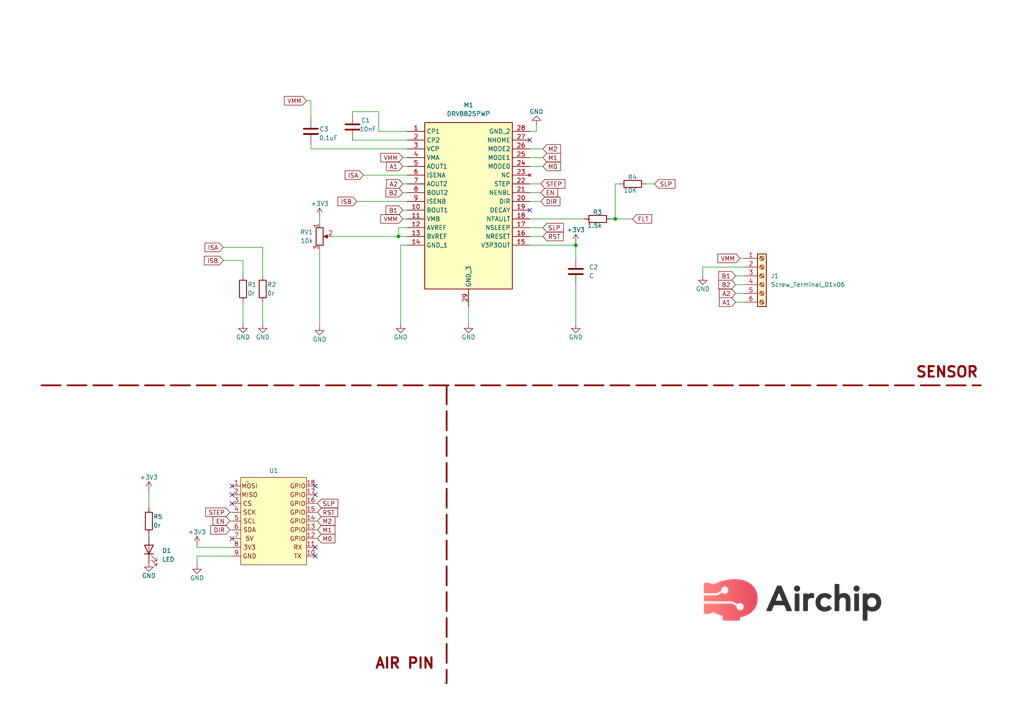
<source format=kicad_sch>
(kicad_sch (version 20230121) (generator eeschema)

  (uuid 35392d1d-bade-40e0-afad-1727412f2bfc)

  (paper "A4")

  (lib_symbols
    (symbol "Connector:Screw_Terminal_01x06" (pin_names (offset 1.016) hide) (in_bom yes) (on_board yes)
      (property "Reference" "J" (at 0 7.62 0)
        (effects (font (size 1.27 1.27)))
      )
      (property "Value" "Screw_Terminal_01x06" (at 0 -10.16 0)
        (effects (font (size 1.27 1.27)))
      )
      (property "Footprint" "" (at 0 0 0)
        (effects (font (size 1.27 1.27)) hide)
      )
      (property "Datasheet" "~" (at 0 0 0)
        (effects (font (size 1.27 1.27)) hide)
      )
      (property "ki_keywords" "screw terminal" (at 0 0 0)
        (effects (font (size 1.27 1.27)) hide)
      )
      (property "ki_description" "Generic screw terminal, single row, 01x06, script generated (kicad-library-utils/schlib/autogen/connector/)" (at 0 0 0)
        (effects (font (size 1.27 1.27)) hide)
      )
      (property "ki_fp_filters" "TerminalBlock*:*" (at 0 0 0)
        (effects (font (size 1.27 1.27)) hide)
      )
      (symbol "Screw_Terminal_01x06_1_1"
        (rectangle (start -1.27 6.35) (end 1.27 -8.89)
          (stroke (width 0.254) (type default))
          (fill (type background))
        )
        (circle (center 0 -7.62) (radius 0.635)
          (stroke (width 0.1524) (type default))
          (fill (type none))
        )
        (circle (center 0 -5.08) (radius 0.635)
          (stroke (width 0.1524) (type default))
          (fill (type none))
        )
        (circle (center 0 -2.54) (radius 0.635)
          (stroke (width 0.1524) (type default))
          (fill (type none))
        )
        (polyline
          (pts
            (xy -0.5334 -7.2898)
            (xy 0.3302 -8.128)
          )
          (stroke (width 0.1524) (type default))
          (fill (type none))
        )
        (polyline
          (pts
            (xy -0.5334 -4.7498)
            (xy 0.3302 -5.588)
          )
          (stroke (width 0.1524) (type default))
          (fill (type none))
        )
        (polyline
          (pts
            (xy -0.5334 -2.2098)
            (xy 0.3302 -3.048)
          )
          (stroke (width 0.1524) (type default))
          (fill (type none))
        )
        (polyline
          (pts
            (xy -0.5334 0.3302)
            (xy 0.3302 -0.508)
          )
          (stroke (width 0.1524) (type default))
          (fill (type none))
        )
        (polyline
          (pts
            (xy -0.5334 2.8702)
            (xy 0.3302 2.032)
          )
          (stroke (width 0.1524) (type default))
          (fill (type none))
        )
        (polyline
          (pts
            (xy -0.5334 5.4102)
            (xy 0.3302 4.572)
          )
          (stroke (width 0.1524) (type default))
          (fill (type none))
        )
        (polyline
          (pts
            (xy -0.3556 -7.112)
            (xy 0.508 -7.9502)
          )
          (stroke (width 0.1524) (type default))
          (fill (type none))
        )
        (polyline
          (pts
            (xy -0.3556 -4.572)
            (xy 0.508 -5.4102)
          )
          (stroke (width 0.1524) (type default))
          (fill (type none))
        )
        (polyline
          (pts
            (xy -0.3556 -2.032)
            (xy 0.508 -2.8702)
          )
          (stroke (width 0.1524) (type default))
          (fill (type none))
        )
        (polyline
          (pts
            (xy -0.3556 0.508)
            (xy 0.508 -0.3302)
          )
          (stroke (width 0.1524) (type default))
          (fill (type none))
        )
        (polyline
          (pts
            (xy -0.3556 3.048)
            (xy 0.508 2.2098)
          )
          (stroke (width 0.1524) (type default))
          (fill (type none))
        )
        (polyline
          (pts
            (xy -0.3556 5.588)
            (xy 0.508 4.7498)
          )
          (stroke (width 0.1524) (type default))
          (fill (type none))
        )
        (circle (center 0 0) (radius 0.635)
          (stroke (width 0.1524) (type default))
          (fill (type none))
        )
        (circle (center 0 2.54) (radius 0.635)
          (stroke (width 0.1524) (type default))
          (fill (type none))
        )
        (circle (center 0 5.08) (radius 0.635)
          (stroke (width 0.1524) (type default))
          (fill (type none))
        )
        (pin passive line (at -5.08 5.08 0) (length 3.81)
          (name "Pin_1" (effects (font (size 1.27 1.27))))
          (number "1" (effects (font (size 1.27 1.27))))
        )
        (pin passive line (at -5.08 2.54 0) (length 3.81)
          (name "Pin_2" (effects (font (size 1.27 1.27))))
          (number "2" (effects (font (size 1.27 1.27))))
        )
        (pin passive line (at -5.08 0 0) (length 3.81)
          (name "Pin_3" (effects (font (size 1.27 1.27))))
          (number "3" (effects (font (size 1.27 1.27))))
        )
        (pin passive line (at -5.08 -2.54 0) (length 3.81)
          (name "Pin_4" (effects (font (size 1.27 1.27))))
          (number "4" (effects (font (size 1.27 1.27))))
        )
        (pin passive line (at -5.08 -5.08 0) (length 3.81)
          (name "Pin_5" (effects (font (size 1.27 1.27))))
          (number "5" (effects (font (size 1.27 1.27))))
        )
        (pin passive line (at -5.08 -7.62 0) (length 3.81)
          (name "Pin_6" (effects (font (size 1.27 1.27))))
          (number "6" (effects (font (size 1.27 1.27))))
        )
      )
    )
    (symbol "DRV8825PWP:DRV8825PWP" (in_bom yes) (on_board yes)
      (property "Reference" "M" (at 31.75 7.62 0)
        (effects (font (size 1.27 1.27)) (justify left top))
      )
      (property "Value" "DRV8825PWP" (at 31.75 5.08 0)
        (effects (font (size 1.27 1.27)) (justify left top))
      )
      (property "Footprint" "SOP65P640X120-29N" (at 31.75 -94.92 0)
        (effects (font (size 1.27 1.27)) (justify left top) hide)
      )
      (property "Datasheet" "http://www.ti.com/lit/ds/symlink/drv8825.pdf" (at 31.75 -194.92 0)
        (effects (font (size 1.27 1.27)) (justify left top) hide)
      )
      (property "Height" "1.2" (at 31.75 -394.92 0)
        (effects (font (size 1.27 1.27)) (justify left top) hide)
      )
      (property "Mouser Part Number" "595-DRV8825PWP" (at 31.75 -494.92 0)
        (effects (font (size 1.27 1.27)) (justify left top) hide)
      )
      (property "Mouser Price/Stock" "https://www.mouser.co.uk/ProductDetail/Texas-Instruments/DRV8825PWP?qs=L4ss%2FyqpMWT%252BKNufX9tf3Q%3D%3D" (at 31.75 -594.92 0)
        (effects (font (size 1.27 1.27)) (justify left top) hide)
      )
      (property "Manufacturer_Name" "Texas Instruments" (at 31.75 -694.92 0)
        (effects (font (size 1.27 1.27)) (justify left top) hide)
      )
      (property "Manufacturer_Part_Number" "DRV8825PWP" (at 31.75 -794.92 0)
        (effects (font (size 1.27 1.27)) (justify left top) hide)
      )
      (property "ki_description" "2.5A Stepper Motor Driver HTSSOP28 Texas Instruments DRV8825PWP, Stepper Motor Driver, 28-Pin HTSSOP" (at 0 0 0)
        (effects (font (size 1.27 1.27)) hide)
      )
      (symbol "DRV8825PWP_1_1"
        (rectangle (start 5.08 2.54) (end 30.48 -45.72)
          (stroke (width 0.254) (type default))
          (fill (type background))
        )
        (pin passive line (at 0 0 0) (length 5.08)
          (name "CP1" (effects (font (size 1.27 1.27))))
          (number "1" (effects (font (size 1.27 1.27))))
        )
        (pin passive line (at 0 -22.86 0) (length 5.08)
          (name "BOUT1" (effects (font (size 1.27 1.27))))
          (number "10" (effects (font (size 1.27 1.27))))
        )
        (pin passive line (at 0 -25.4 0) (length 5.08)
          (name "VMB" (effects (font (size 1.27 1.27))))
          (number "11" (effects (font (size 1.27 1.27))))
        )
        (pin passive line (at 0 -27.94 0) (length 5.08)
          (name "AVREF" (effects (font (size 1.27 1.27))))
          (number "12" (effects (font (size 1.27 1.27))))
        )
        (pin passive line (at 0 -30.48 0) (length 5.08)
          (name "BVREF" (effects (font (size 1.27 1.27))))
          (number "13" (effects (font (size 1.27 1.27))))
        )
        (pin passive line (at 0 -33.02 0) (length 5.08)
          (name "GND_1" (effects (font (size 1.27 1.27))))
          (number "14" (effects (font (size 1.27 1.27))))
        )
        (pin passive line (at 35.56 -33.02 180) (length 5.08)
          (name "V3P3OUT" (effects (font (size 1.27 1.27))))
          (number "15" (effects (font (size 1.27 1.27))))
        )
        (pin passive line (at 35.56 -30.48 180) (length 5.08)
          (name "NRESET" (effects (font (size 1.27 1.27))))
          (number "16" (effects (font (size 1.27 1.27))))
        )
        (pin passive line (at 35.56 -27.94 180) (length 5.08)
          (name "NSLEEP" (effects (font (size 1.27 1.27))))
          (number "17" (effects (font (size 1.27 1.27))))
        )
        (pin passive line (at 35.56 -25.4 180) (length 5.08)
          (name "NFAULT" (effects (font (size 1.27 1.27))))
          (number "18" (effects (font (size 1.27 1.27))))
        )
        (pin passive line (at 35.56 -22.86 180) (length 5.08)
          (name "DECAY" (effects (font (size 1.27 1.27))))
          (number "19" (effects (font (size 1.27 1.27))))
        )
        (pin passive line (at 0 -2.54 0) (length 5.08)
          (name "CP2" (effects (font (size 1.27 1.27))))
          (number "2" (effects (font (size 1.27 1.27))))
        )
        (pin passive line (at 35.56 -20.32 180) (length 5.08)
          (name "DIR" (effects (font (size 1.27 1.27))))
          (number "20" (effects (font (size 1.27 1.27))))
        )
        (pin passive line (at 35.56 -17.78 180) (length 5.08)
          (name "NENBL" (effects (font (size 1.27 1.27))))
          (number "21" (effects (font (size 1.27 1.27))))
        )
        (pin passive line (at 35.56 -15.24 180) (length 5.08)
          (name "STEP" (effects (font (size 1.27 1.27))))
          (number "22" (effects (font (size 1.27 1.27))))
        )
        (pin no_connect line (at 35.56 -12.7 180) (length 5.08)
          (name "NC" (effects (font (size 1.27 1.27))))
          (number "23" (effects (font (size 1.27 1.27))))
        )
        (pin passive line (at 35.56 -10.16 180) (length 5.08)
          (name "MODE0" (effects (font (size 1.27 1.27))))
          (number "24" (effects (font (size 1.27 1.27))))
        )
        (pin passive line (at 35.56 -7.62 180) (length 5.08)
          (name "MODE1" (effects (font (size 1.27 1.27))))
          (number "25" (effects (font (size 1.27 1.27))))
        )
        (pin passive line (at 35.56 -5.08 180) (length 5.08)
          (name "MODE2" (effects (font (size 1.27 1.27))))
          (number "26" (effects (font (size 1.27 1.27))))
        )
        (pin passive line (at 35.56 -2.54 180) (length 5.08)
          (name "NHOME" (effects (font (size 1.27 1.27))))
          (number "27" (effects (font (size 1.27 1.27))))
        )
        (pin passive line (at 35.56 0 180) (length 5.08)
          (name "GND_2" (effects (font (size 1.27 1.27))))
          (number "28" (effects (font (size 1.27 1.27))))
        )
        (pin passive line (at 17.78 -50.8 90) (length 5.08)
          (name "GND_3" (effects (font (size 1.27 1.27))))
          (number "29" (effects (font (size 1.27 1.27))))
        )
        (pin passive line (at 0 -5.08 0) (length 5.08)
          (name "VCP" (effects (font (size 1.27 1.27))))
          (number "3" (effects (font (size 1.27 1.27))))
        )
        (pin passive line (at 0 -7.62 0) (length 5.08)
          (name "VMA" (effects (font (size 1.27 1.27))))
          (number "4" (effects (font (size 1.27 1.27))))
        )
        (pin passive line (at 0 -10.16 0) (length 5.08)
          (name "AOUT1" (effects (font (size 1.27 1.27))))
          (number "5" (effects (font (size 1.27 1.27))))
        )
        (pin passive line (at 0 -12.7 0) (length 5.08)
          (name "ISENA" (effects (font (size 1.27 1.27))))
          (number "6" (effects (font (size 1.27 1.27))))
        )
        (pin passive line (at 0 -15.24 0) (length 5.08)
          (name "AOUT2" (effects (font (size 1.27 1.27))))
          (number "7" (effects (font (size 1.27 1.27))))
        )
        (pin passive line (at 0 -17.78 0) (length 5.08)
          (name "BOUT2" (effects (font (size 1.27 1.27))))
          (number "8" (effects (font (size 1.27 1.27))))
        )
        (pin passive line (at 0 -20.32 0) (length 5.08)
          (name "ISENB" (effects (font (size 1.27 1.27))))
          (number "9" (effects (font (size 1.27 1.27))))
        )
      )
    )
    (symbol "Device:C" (pin_numbers hide) (pin_names (offset 0.254)) (in_bom yes) (on_board yes)
      (property "Reference" "C" (at 0.635 2.54 0)
        (effects (font (size 1.27 1.27)) (justify left))
      )
      (property "Value" "C" (at 0.635 -2.54 0)
        (effects (font (size 1.27 1.27)) (justify left))
      )
      (property "Footprint" "" (at 0.9652 -3.81 0)
        (effects (font (size 1.27 1.27)) hide)
      )
      (property "Datasheet" "~" (at 0 0 0)
        (effects (font (size 1.27 1.27)) hide)
      )
      (property "ki_keywords" "cap capacitor" (at 0 0 0)
        (effects (font (size 1.27 1.27)) hide)
      )
      (property "ki_description" "Unpolarized capacitor" (at 0 0 0)
        (effects (font (size 1.27 1.27)) hide)
      )
      (property "ki_fp_filters" "C_*" (at 0 0 0)
        (effects (font (size 1.27 1.27)) hide)
      )
      (symbol "C_0_1"
        (polyline
          (pts
            (xy -2.032 -0.762)
            (xy 2.032 -0.762)
          )
          (stroke (width 0.508) (type default))
          (fill (type none))
        )
        (polyline
          (pts
            (xy -2.032 0.762)
            (xy 2.032 0.762)
          )
          (stroke (width 0.508) (type default))
          (fill (type none))
        )
      )
      (symbol "C_1_1"
        (pin passive line (at 0 3.81 270) (length 2.794)
          (name "~" (effects (font (size 1.27 1.27))))
          (number "1" (effects (font (size 1.27 1.27))))
        )
        (pin passive line (at 0 -3.81 90) (length 2.794)
          (name "~" (effects (font (size 1.27 1.27))))
          (number "2" (effects (font (size 1.27 1.27))))
        )
      )
    )
    (symbol "Device:LED" (pin_numbers hide) (pin_names (offset 1.016) hide) (in_bom yes) (on_board yes)
      (property "Reference" "D" (at 0 2.54 0)
        (effects (font (size 1.27 1.27)))
      )
      (property "Value" "LED" (at 0 -2.54 0)
        (effects (font (size 1.27 1.27)))
      )
      (property "Footprint" "" (at 0 0 0)
        (effects (font (size 1.27 1.27)) hide)
      )
      (property "Datasheet" "~" (at 0 0 0)
        (effects (font (size 1.27 1.27)) hide)
      )
      (property "ki_keywords" "LED diode" (at 0 0 0)
        (effects (font (size 1.27 1.27)) hide)
      )
      (property "ki_description" "Light emitting diode" (at 0 0 0)
        (effects (font (size 1.27 1.27)) hide)
      )
      (property "ki_fp_filters" "LED* LED_SMD:* LED_THT:*" (at 0 0 0)
        (effects (font (size 1.27 1.27)) hide)
      )
      (symbol "LED_0_1"
        (polyline
          (pts
            (xy -1.27 -1.27)
            (xy -1.27 1.27)
          )
          (stroke (width 0.254) (type default))
          (fill (type none))
        )
        (polyline
          (pts
            (xy -1.27 0)
            (xy 1.27 0)
          )
          (stroke (width 0) (type default))
          (fill (type none))
        )
        (polyline
          (pts
            (xy 1.27 -1.27)
            (xy 1.27 1.27)
            (xy -1.27 0)
            (xy 1.27 -1.27)
          )
          (stroke (width 0.254) (type default))
          (fill (type none))
        )
        (polyline
          (pts
            (xy -3.048 -0.762)
            (xy -4.572 -2.286)
            (xy -3.81 -2.286)
            (xy -4.572 -2.286)
            (xy -4.572 -1.524)
          )
          (stroke (width 0) (type default))
          (fill (type none))
        )
        (polyline
          (pts
            (xy -1.778 -0.762)
            (xy -3.302 -2.286)
            (xy -2.54 -2.286)
            (xy -3.302 -2.286)
            (xy -3.302 -1.524)
          )
          (stroke (width 0) (type default))
          (fill (type none))
        )
      )
      (symbol "LED_1_1"
        (pin passive line (at -3.81 0 0) (length 2.54)
          (name "K" (effects (font (size 1.27 1.27))))
          (number "1" (effects (font (size 1.27 1.27))))
        )
        (pin passive line (at 3.81 0 180) (length 2.54)
          (name "A" (effects (font (size 1.27 1.27))))
          (number "2" (effects (font (size 1.27 1.27))))
        )
      )
    )
    (symbol "Device:R" (pin_numbers hide) (pin_names (offset 0)) (in_bom yes) (on_board yes)
      (property "Reference" "R" (at 2.032 0 90)
        (effects (font (size 1.27 1.27)))
      )
      (property "Value" "R" (at 0 0 90)
        (effects (font (size 1.27 1.27)))
      )
      (property "Footprint" "" (at -1.778 0 90)
        (effects (font (size 1.27 1.27)) hide)
      )
      (property "Datasheet" "~" (at 0 0 0)
        (effects (font (size 1.27 1.27)) hide)
      )
      (property "ki_keywords" "R res resistor" (at 0 0 0)
        (effects (font (size 1.27 1.27)) hide)
      )
      (property "ki_description" "Resistor" (at 0 0 0)
        (effects (font (size 1.27 1.27)) hide)
      )
      (property "ki_fp_filters" "R_*" (at 0 0 0)
        (effects (font (size 1.27 1.27)) hide)
      )
      (symbol "R_0_1"
        (rectangle (start -1.016 -2.54) (end 1.016 2.54)
          (stroke (width 0.254) (type default))
          (fill (type none))
        )
      )
      (symbol "R_1_1"
        (pin passive line (at 0 3.81 270) (length 1.27)
          (name "~" (effects (font (size 1.27 1.27))))
          (number "1" (effects (font (size 1.27 1.27))))
        )
        (pin passive line (at 0 -3.81 90) (length 1.27)
          (name "~" (effects (font (size 1.27 1.27))))
          (number "2" (effects (font (size 1.27 1.27))))
        )
      )
    )
    (symbol "Device:R_Potentiometer" (pin_names (offset 1.016) hide) (in_bom yes) (on_board yes)
      (property "Reference" "RV" (at -4.445 0 90)
        (effects (font (size 1.27 1.27)))
      )
      (property "Value" "R_Potentiometer" (at -2.54 0 90)
        (effects (font (size 1.27 1.27)))
      )
      (property "Footprint" "" (at 0 0 0)
        (effects (font (size 1.27 1.27)) hide)
      )
      (property "Datasheet" "~" (at 0 0 0)
        (effects (font (size 1.27 1.27)) hide)
      )
      (property "ki_keywords" "resistor variable" (at 0 0 0)
        (effects (font (size 1.27 1.27)) hide)
      )
      (property "ki_description" "Potentiometer" (at 0 0 0)
        (effects (font (size 1.27 1.27)) hide)
      )
      (property "ki_fp_filters" "Potentiometer*" (at 0 0 0)
        (effects (font (size 1.27 1.27)) hide)
      )
      (symbol "R_Potentiometer_0_1"
        (polyline
          (pts
            (xy 2.54 0)
            (xy 1.524 0)
          )
          (stroke (width 0) (type default))
          (fill (type none))
        )
        (polyline
          (pts
            (xy 1.143 0)
            (xy 2.286 0.508)
            (xy 2.286 -0.508)
            (xy 1.143 0)
          )
          (stroke (width 0) (type default))
          (fill (type outline))
        )
        (rectangle (start 1.016 2.54) (end -1.016 -2.54)
          (stroke (width 0.254) (type default))
          (fill (type none))
        )
      )
      (symbol "R_Potentiometer_1_1"
        (pin passive line (at 0 3.81 270) (length 1.27)
          (name "1" (effects (font (size 1.27 1.27))))
          (number "1" (effects (font (size 1.27 1.27))))
        )
        (pin passive line (at 3.81 0 180) (length 1.27)
          (name "2" (effects (font (size 1.27 1.27))))
          (number "2" (effects (font (size 1.27 1.27))))
        )
        (pin passive line (at 0 -3.81 90) (length 1.27)
          (name "3" (effects (font (size 1.27 1.27))))
          (number "3" (effects (font (size 1.27 1.27))))
        )
      )
    )
    (symbol "moduler_pin:air" (in_bom yes) (on_board yes)
      (property "Reference" "U" (at 7.62 2.54 0)
        (effects (font (size 1.27 1.27)))
      )
      (property "Value" "" (at 0 0 0)
        (effects (font (size 1.27 1.27)))
      )
      (property "Footprint" "" (at 0 0 0)
        (effects (font (size 1.27 1.27)) hide)
      )
      (property "Datasheet" "" (at 0 0 0)
        (effects (font (size 1.27 1.27)) hide)
      )
      (symbol "air_1_1"
        (rectangle (start -1.905 1.27) (end 17.145 -24.13)
          (stroke (width 0) (type default))
          (fill (type background))
        )
        (text "3V3" (at 0.635 -19.05 0)
          (effects (font (size 1.27 1.27)))
        )
        (text "5V" (at 0.635 -16.51 0)
          (effects (font (size 1.27 1.27)))
        )
        (text "CS" (at 0 -6.35 0)
          (effects (font (size 1.27 1.27)))
        )
        (text "GND" (at 0.635 -21.59 0)
          (effects (font (size 1.27 1.27)))
        )
        (text "GPIO" (at 14.605 -16.51 0)
          (effects (font (size 1.27 1.27)))
        )
        (text "GPIO" (at 14.605 -13.97 0)
          (effects (font (size 1.27 1.27)))
        )
        (text "GPIO" (at 14.605 -11.43 0)
          (effects (font (size 1.27 1.27)))
        )
        (text "GPIO" (at 14.605 -8.89 0)
          (effects (font (size 1.27 1.27)))
        )
        (text "GPIO" (at 14.605 -6.35 0)
          (effects (font (size 1.27 1.27)))
        )
        (text "GPIO" (at 14.605 -3.81 0)
          (effects (font (size 1.27 1.27)))
        )
        (text "GPIO" (at 14.605 -1.27 0)
          (effects (font (size 1.27 1.27)))
        )
        (text "MISO" (at 0.635 -3.81 0)
          (effects (font (size 1.27 1.27)))
        )
        (text "MOSI" (at 0.635 -1.27 0)
          (effects (font (size 1.27 1.27)))
        )
        (text "RX" (at 14.605 -19.05 0)
          (effects (font (size 1.27 1.27)))
        )
        (text "SCK" (at 0.635 -8.89 0)
          (effects (font (size 1.27 1.27)))
        )
        (text "SCL" (at 0.635 -11.43 0)
          (effects (font (size 1.27 1.27)))
        )
        (text "SDA" (at 0.635 -13.97 0)
          (effects (font (size 1.27 1.27)))
        )
        (text "TX" (at 14.605 -21.59 0)
          (effects (font (size 1.27 1.27)))
        )
        (pin input line (at -4.445 -1.27 0) (length 2.54)
          (name "" (effects (font (size 1.27 1.27))))
          (number "1" (effects (font (size 1.27 1.27))))
        )
        (pin input line (at 19.685 -21.59 180) (length 2.54)
          (name "" (effects (font (size 1.27 1.27))))
          (number "10" (effects (font (size 1.27 1.27))))
        )
        (pin input line (at 19.685 -19.05 180) (length 2.54)
          (name "" (effects (font (size 1.27 1.27))))
          (number "11" (effects (font (size 1.27 1.27))))
        )
        (pin input line (at 19.685 -16.51 180) (length 2.54)
          (name "" (effects (font (size 1.27 1.27))))
          (number "12" (effects (font (size 1.27 1.27))))
        )
        (pin input line (at 19.685 -13.97 180) (length 2.54)
          (name "" (effects (font (size 1.27 1.27))))
          (number "13" (effects (font (size 1.27 1.27))))
        )
        (pin input line (at 19.685 -11.43 180) (length 2.54)
          (name "" (effects (font (size 1.27 1.27))))
          (number "14" (effects (font (size 1.27 1.27))))
        )
        (pin input line (at 19.685 -8.89 180) (length 2.54)
          (name "" (effects (font (size 1.27 1.27))))
          (number "15" (effects (font (size 1.27 1.27))))
        )
        (pin input line (at 19.685 -6.35 180) (length 2.54)
          (name "" (effects (font (size 1.27 1.27))))
          (number "16" (effects (font (size 1.27 1.27))))
        )
        (pin input line (at 19.685 -3.81 180) (length 2.54)
          (name "" (effects (font (size 1.27 1.27))))
          (number "17" (effects (font (size 1.27 1.27))))
        )
        (pin input line (at 19.685 -1.27 180) (length 2.54)
          (name "" (effects (font (size 1.27 1.27))))
          (number "18" (effects (font (size 1.27 1.27))))
        )
        (pin input line (at -4.445 -3.81 0) (length 2.54)
          (name "" (effects (font (size 1.27 1.27))))
          (number "2" (effects (font (size 1.27 1.27))))
        )
        (pin input line (at -4.445 -6.35 0) (length 2.54)
          (name "" (effects (font (size 1.27 1.27))))
          (number "3" (effects (font (size 1.27 1.27))))
        )
        (pin input line (at -4.445 -8.89 0) (length 2.54)
          (name "" (effects (font (size 1.27 1.27))))
          (number "4" (effects (font (size 1.27 1.27))))
        )
        (pin input line (at -4.445 -11.43 0) (length 2.54)
          (name "" (effects (font (size 1.27 1.27))))
          (number "5" (effects (font (size 1.27 1.27))))
        )
        (pin input line (at -4.445 -13.97 0) (length 2.54)
          (name "" (effects (font (size 1.27 1.27))))
          (number "6" (effects (font (size 1.27 1.27))))
        )
        (pin input line (at -4.445 -16.51 0) (length 2.54)
          (name "" (effects (font (size 1.27 1.27))))
          (number "7" (effects (font (size 1.27 1.27))))
        )
        (pin input line (at -4.445 -19.05 0) (length 2.54)
          (name "" (effects (font (size 1.27 1.27))))
          (number "8" (effects (font (size 1.27 1.27))))
        )
        (pin input line (at -4.445 -21.59 0) (length 2.54)
          (name "" (effects (font (size 1.27 1.27))))
          (number "9" (effects (font (size 1.27 1.27))))
        )
      )
    )
    (symbol "power:+3V3" (power) (pin_names (offset 0)) (in_bom yes) (on_board yes)
      (property "Reference" "#PWR" (at 0 -3.81 0)
        (effects (font (size 1.27 1.27)) hide)
      )
      (property "Value" "+3V3" (at 0 3.556 0)
        (effects (font (size 1.27 1.27)))
      )
      (property "Footprint" "" (at 0 0 0)
        (effects (font (size 1.27 1.27)) hide)
      )
      (property "Datasheet" "" (at 0 0 0)
        (effects (font (size 1.27 1.27)) hide)
      )
      (property "ki_keywords" "global power" (at 0 0 0)
        (effects (font (size 1.27 1.27)) hide)
      )
      (property "ki_description" "Power symbol creates a global label with name \"+3V3\"" (at 0 0 0)
        (effects (font (size 1.27 1.27)) hide)
      )
      (symbol "+3V3_0_1"
        (polyline
          (pts
            (xy -0.762 1.27)
            (xy 0 2.54)
          )
          (stroke (width 0) (type default))
          (fill (type none))
        )
        (polyline
          (pts
            (xy 0 0)
            (xy 0 2.54)
          )
          (stroke (width 0) (type default))
          (fill (type none))
        )
        (polyline
          (pts
            (xy 0 2.54)
            (xy 0.762 1.27)
          )
          (stroke (width 0) (type default))
          (fill (type none))
        )
      )
      (symbol "+3V3_1_1"
        (pin power_in line (at 0 0 90) (length 0) hide
          (name "+3V3" (effects (font (size 1.27 1.27))))
          (number "1" (effects (font (size 1.27 1.27))))
        )
      )
    )
    (symbol "power:GND" (power) (pin_names (offset 0)) (in_bom yes) (on_board yes)
      (property "Reference" "#PWR" (at 0 -6.35 0)
        (effects (font (size 1.27 1.27)) hide)
      )
      (property "Value" "GND" (at 0 -3.81 0)
        (effects (font (size 1.27 1.27)))
      )
      (property "Footprint" "" (at 0 0 0)
        (effects (font (size 1.27 1.27)) hide)
      )
      (property "Datasheet" "" (at 0 0 0)
        (effects (font (size 1.27 1.27)) hide)
      )
      (property "ki_keywords" "global power" (at 0 0 0)
        (effects (font (size 1.27 1.27)) hide)
      )
      (property "ki_description" "Power symbol creates a global label with name \"GND\" , ground" (at 0 0 0)
        (effects (font (size 1.27 1.27)) hide)
      )
      (symbol "GND_0_1"
        (polyline
          (pts
            (xy 0 0)
            (xy 0 -1.27)
            (xy 1.27 -1.27)
            (xy 0 -2.54)
            (xy -1.27 -1.27)
            (xy 0 -1.27)
          )
          (stroke (width 0) (type default))
          (fill (type none))
        )
      )
      (symbol "GND_1_1"
        (pin power_in line (at 0 0 270) (length 0) hide
          (name "GND" (effects (font (size 1.27 1.27))))
          (number "1" (effects (font (size 1.27 1.27))))
        )
      )
    )
  )

  (junction (at 178.435 63.5) (diameter 0) (color 0 0 0 0)
    (uuid 459ce702-e47b-4c0c-9f10-f1453f3d5986)
  )
  (junction (at 115.57 68.58) (diameter 0) (color 0 0 0 0)
    (uuid 53541973-9be1-4df5-9408-f0b543b77fec)
  )
  (junction (at 167.005 71.12) (diameter 0) (color 0 0 0 0)
    (uuid 66d986db-f193-4616-8c96-edb6edc79cfa)
  )

  (no_connect (at 91.44 140.97) (uuid 1467befc-1639-4578-bd06-619f0f20a9a1))
  (no_connect (at 91.44 143.51) (uuid 23593c29-186a-43e8-8aad-52a1f1659e73))
  (no_connect (at 67.31 140.97) (uuid 883d0200-cbc5-4012-8f6b-5851373eea75))
  (no_connect (at 67.31 146.05) (uuid bfdc693c-f7bf-44fe-b8a5-9a7a431ab7ee))
  (no_connect (at 153.67 60.96) (uuid c7cbda18-b1d9-4ff9-b955-da0b1af68e4c))
  (no_connect (at 91.44 158.75) (uuid c82b3bea-0ea5-4ef9-80b7-6f6fb8584c5a))
  (no_connect (at 67.31 156.21) (uuid c9760836-e899-45f6-9f35-1959ef161abb))
  (no_connect (at 67.31 143.51) (uuid d37cf380-2b89-4b5a-bb41-45cb218706a1))
  (no_connect (at 153.67 40.64) (uuid d6d44149-83a4-4cfd-9ade-66f2691ba199))
  (no_connect (at 91.44 161.29) (uuid d89a1104-5e9e-4ab7-bb2f-27c8b020e3b9))

  (wire (pts (xy 96.52 68.58) (xy 115.57 68.58))
    (stroke (width 0) (type default))
    (uuid 03137bd2-894b-487e-9c66-120b010278d2)
  )
  (wire (pts (xy 153.67 71.12) (xy 167.005 71.12))
    (stroke (width 0) (type default))
    (uuid 05f37748-bd64-45ae-8c90-33158e9f991b)
  )
  (wire (pts (xy 92.075 153.67) (xy 91.44 153.67))
    (stroke (width 0) (type default))
    (uuid 0760b70e-e7e2-48f4-81ec-40780b82c782)
  )
  (wire (pts (xy 153.67 58.42) (xy 156.845 58.42))
    (stroke (width 0) (type default))
    (uuid 07ef6628-e783-4d89-9ff6-02544a3db868)
  )
  (wire (pts (xy 92.075 146.05) (xy 91.44 146.05))
    (stroke (width 0) (type default))
    (uuid 14b764fd-3aa2-45cc-8760-dd19352958d5)
  )
  (wire (pts (xy 153.67 55.88) (xy 156.845 55.88))
    (stroke (width 0) (type default))
    (uuid 1551a781-9359-4a66-89fe-681988176b03)
  )
  (wire (pts (xy 43.18 155.575) (xy 43.18 154.94))
    (stroke (width 0) (type default))
    (uuid 1881c4f6-4216-4aef-9cce-86c878557cde)
  )
  (polyline (pts (xy 129.54 111.76) (xy 129.54 198.12))
    (stroke (width 0.5) (type dash) (color 132 0 0 1))
    (uuid 2133401f-e4ab-49f1-a1b7-275eff17942f)
  )

  (wire (pts (xy 92.71 62.865) (xy 92.71 64.77))
    (stroke (width 0) (type default))
    (uuid 21e8b9a1-7b96-4931-9693-56384ef5819c)
  )
  (wire (pts (xy 153.67 66.04) (xy 157.48 66.04))
    (stroke (width 0) (type default))
    (uuid 222e9b55-c951-4d24-a924-c3e689c3684d)
  )
  (wire (pts (xy 203.835 77.47) (xy 215.9 77.47))
    (stroke (width 0) (type default))
    (uuid 22a336bd-a243-4cd6-956d-46e499c5f155)
  )
  (wire (pts (xy 90.17 29.21) (xy 90.17 34.29))
    (stroke (width 0) (type default))
    (uuid 23e04f68-6f95-4388-b0c8-2d435ad860cc)
  )
  (wire (pts (xy 153.67 53.34) (xy 156.845 53.34))
    (stroke (width 0) (type default))
    (uuid 28dca551-e79c-4a92-9565-5b63692d7f04)
  )
  (wire (pts (xy 177.165 63.5) (xy 178.435 63.5))
    (stroke (width 0) (type default))
    (uuid 2c00f9c7-ef84-4d5e-874d-3cabdf8cd0be)
  )
  (wire (pts (xy 135.89 88.9) (xy 135.89 93.98))
    (stroke (width 0) (type default))
    (uuid 315a75be-4288-4ac6-af17-34aa1a2c1f51)
  )
  (wire (pts (xy 155.575 38.1) (xy 153.67 38.1))
    (stroke (width 0) (type default))
    (uuid 3398efc3-e16f-4716-b5cc-17d9fd3641aa)
  )
  (wire (pts (xy 116.84 45.72) (xy 118.11 45.72))
    (stroke (width 0) (type default))
    (uuid 3728de6f-b08d-477c-8161-b650931e3d6a)
  )
  (wire (pts (xy 203.835 77.47) (xy 203.835 80.01))
    (stroke (width 0) (type default))
    (uuid 38a186fe-2c70-4b29-b5c7-5565793baa49)
  )
  (wire (pts (xy 70.485 75.565) (xy 70.485 80.01))
    (stroke (width 0) (type default))
    (uuid 39d576e0-1334-4f77-bb26-2853ba6dcae4)
  )
  (wire (pts (xy 213.36 80.01) (xy 215.9 80.01))
    (stroke (width 0) (type default))
    (uuid 40212482-8384-4607-8446-28b2b354cc19)
  )
  (wire (pts (xy 167.005 71.12) (xy 167.005 70.485))
    (stroke (width 0) (type default))
    (uuid 55638150-3c34-4510-836c-350dfb74808b)
  )
  (wire (pts (xy 153.67 48.26) (xy 157.48 48.26))
    (stroke (width 0) (type default))
    (uuid 576dbfa3-f3e1-4ed1-99c6-25184f0d2c67)
  )
  (wire (pts (xy 88.9 29.21) (xy 90.17 29.21))
    (stroke (width 0) (type default))
    (uuid 60630885-2fa7-4455-b0bc-3a5cdf0e10bb)
  )
  (wire (pts (xy 57.15 158.115) (xy 57.15 158.75))
    (stroke (width 0) (type default))
    (uuid 61baec27-8c3b-4628-bc83-80f79ca79131)
  )
  (wire (pts (xy 167.005 82.55) (xy 167.005 93.98))
    (stroke (width 0) (type default))
    (uuid 6490aa45-5daa-4294-82b4-562fd3dddd50)
  )
  (wire (pts (xy 57.15 161.29) (xy 67.31 161.29))
    (stroke (width 0) (type default))
    (uuid 64d09be7-7ca2-4bed-88ef-659456630152)
  )
  (wire (pts (xy 70.485 75.565) (xy 64.77 75.565))
    (stroke (width 0) (type default))
    (uuid 6774e234-6766-4280-86f9-fe88c47f1652)
  )
  (wire (pts (xy 90.17 43.18) (xy 90.17 41.91))
    (stroke (width 0) (type default))
    (uuid 69e88ab1-1384-4560-817d-ceb931e4a085)
  )
  (wire (pts (xy 116.84 55.88) (xy 118.11 55.88))
    (stroke (width 0) (type default))
    (uuid 6e8fc5a2-ffa6-4c4a-9891-f4992c7ae669)
  )
  (wire (pts (xy 153.67 68.58) (xy 157.48 68.58))
    (stroke (width 0) (type default))
    (uuid 703e7bfc-4c5a-4c35-99aa-e530e3c4dcbc)
  )
  (wire (pts (xy 213.36 82.55) (xy 215.9 82.55))
    (stroke (width 0) (type default))
    (uuid 704f4cd5-c83f-42a2-95c2-a76dcaa3369c)
  )
  (wire (pts (xy 109.855 38.1) (xy 118.11 38.1))
    (stroke (width 0) (type default))
    (uuid 70eb25dc-35c9-4e18-9360-6f2f4d88a416)
  )
  (wire (pts (xy 167.005 71.12) (xy 167.005 74.93))
    (stroke (width 0) (type default))
    (uuid 71c3b0b1-2840-431e-b0e0-e8ccf6ef83d0)
  )
  (wire (pts (xy 118.11 66.04) (xy 115.57 66.04))
    (stroke (width 0) (type default))
    (uuid 744aae11-99eb-4802-a49e-3ca6c0105437)
  )
  (wire (pts (xy 102.235 32.385) (xy 102.235 33.02))
    (stroke (width 0) (type default))
    (uuid 7c0a23a1-51a0-4935-80bd-d26daf099995)
  )
  (wire (pts (xy 66.675 151.13) (xy 67.31 151.13))
    (stroke (width 0) (type default))
    (uuid 7d0f2d50-5e7e-45ba-ada7-c63790613a2d)
  )
  (wire (pts (xy 153.67 45.72) (xy 157.48 45.72))
    (stroke (width 0) (type default))
    (uuid 7dc79c70-d41a-4327-ac7a-f272c278d2c0)
  )
  (wire (pts (xy 116.84 48.26) (xy 118.11 48.26))
    (stroke (width 0) (type default))
    (uuid 7dc9be73-82e3-40cc-a704-70a5f58b0e33)
  )
  (wire (pts (xy 90.17 43.18) (xy 118.11 43.18))
    (stroke (width 0) (type default))
    (uuid 864b5cd5-f013-4755-bbff-8348c2e58d5b)
  )
  (wire (pts (xy 64.77 71.755) (xy 76.2 71.755))
    (stroke (width 0) (type default))
    (uuid 86a07872-222c-48a5-8f5d-5154b4a84b69)
  )
  (wire (pts (xy 153.67 43.18) (xy 157.48 43.18))
    (stroke (width 0) (type default))
    (uuid 88bcd0a2-0c3f-429a-be30-63fd1756a277)
  )
  (wire (pts (xy 105.41 50.8) (xy 118.11 50.8))
    (stroke (width 0) (type default))
    (uuid 890d19ec-1e2e-4a88-aa49-bbae478171d7)
  )
  (wire (pts (xy 187.325 53.34) (xy 189.865 53.34))
    (stroke (width 0) (type default))
    (uuid 8a09d98f-9177-4cda-a7ad-1769baca6c6f)
  )
  (wire (pts (xy 116.84 53.34) (xy 118.11 53.34))
    (stroke (width 0) (type default))
    (uuid 8b04a4c4-99f3-4e15-9f9f-ca6e79c2c71a)
  )
  (wire (pts (xy 76.2 87.63) (xy 76.2 93.98))
    (stroke (width 0) (type default))
    (uuid 8d0de32f-0591-4154-9659-b75b435bea2d)
  )
  (wire (pts (xy 102.235 40.64) (xy 118.11 40.64))
    (stroke (width 0) (type default))
    (uuid 8f399f2e-cffd-440f-9171-e790bb5e482a)
  )
  (wire (pts (xy 115.57 68.58) (xy 118.11 68.58))
    (stroke (width 0) (type default))
    (uuid 93588e10-3ea9-424e-8188-864b3bcac5bc)
  )
  (wire (pts (xy 92.075 148.59) (xy 91.44 148.59))
    (stroke (width 0) (type default))
    (uuid 970a2f5a-0f6e-4023-9fc2-87976291c16b)
  )
  (polyline (pts (xy 128.905 198.12) (xy 129.54 198.12))
    (stroke (width 0) (type default))
    (uuid 99ca30ba-7e0d-481f-ae64-2941fbb01dc3)
  )

  (wire (pts (xy 43.18 147.32) (xy 43.18 142.24))
    (stroke (width 0) (type default))
    (uuid 9b93452f-56e6-4744-ad0c-6d5aa5f3374d)
  )
  (wire (pts (xy 116.84 60.96) (xy 118.11 60.96))
    (stroke (width 0) (type default))
    (uuid 9bbc0eba-3195-40f7-a6cd-5b72173b4d32)
  )
  (wire (pts (xy 178.435 63.5) (xy 178.435 53.34))
    (stroke (width 0) (type default))
    (uuid 9c97e9c1-3ecd-44ad-99ec-da2b4a1af88d)
  )
  (wire (pts (xy 213.36 85.09) (xy 215.9 85.09))
    (stroke (width 0) (type default))
    (uuid 9d8564c7-3e67-4c73-b626-6dc8a4fb3fc1)
  )
  (wire (pts (xy 116.205 71.12) (xy 116.205 93.98))
    (stroke (width 0) (type default))
    (uuid 9f685fa2-d0de-43ae-a861-994da1d8f30e)
  )
  (wire (pts (xy 115.57 66.04) (xy 115.57 68.58))
    (stroke (width 0) (type default))
    (uuid a1f2b8dc-9dbf-42af-a502-90531885fc19)
  )
  (wire (pts (xy 214.63 74.93) (xy 215.9 74.93))
    (stroke (width 0) (type default))
    (uuid ac10d780-208a-4f85-95e9-278e4ddc6cbb)
  )
  (wire (pts (xy 118.11 71.12) (xy 116.205 71.12))
    (stroke (width 0) (type default))
    (uuid b1b0ec99-a720-4271-9695-435b0b63f13e)
  )
  (wire (pts (xy 92.075 156.21) (xy 91.44 156.21))
    (stroke (width 0) (type default))
    (uuid b7a12f80-f6bc-449e-81e9-72db13ae0e77)
  )
  (wire (pts (xy 155.575 36.195) (xy 155.575 38.1))
    (stroke (width 0) (type default))
    (uuid bb0298ed-81a1-4ec9-82e2-705cb56fd08a)
  )
  (wire (pts (xy 66.675 148.59) (xy 67.31 148.59))
    (stroke (width 0) (type default))
    (uuid c4fdeb9c-688d-4e5b-9d99-622d71620884)
  )
  (polyline (pts (xy 12.065 111.76) (xy 284.48 111.76))
    (stroke (width 0.5) (type dash) (color 132 0 0 1))
    (uuid cb4cff5f-64b2-435e-8dd5-c68aae6e5fb8)
  )

  (wire (pts (xy 57.15 163.83) (xy 57.15 161.29))
    (stroke (width 0) (type default))
    (uuid cc6ad687-e32a-428d-a04e-9cfa333dfdd2)
  )
  (wire (pts (xy 213.36 87.63) (xy 215.9 87.63))
    (stroke (width 0) (type default))
    (uuid d1376b0a-bf5a-40c7-bb45-d9f105b5bd4b)
  )
  (wire (pts (xy 178.435 53.34) (xy 179.705 53.34))
    (stroke (width 0) (type default))
    (uuid d259a2c4-63e8-4ec4-9a78-a587294b198b)
  )
  (wire (pts (xy 66.675 153.67) (xy 67.31 153.67))
    (stroke (width 0) (type default))
    (uuid d3536043-f1d7-4e13-bddf-60138a189262)
  )
  (wire (pts (xy 57.15 158.75) (xy 67.31 158.75))
    (stroke (width 0) (type default))
    (uuid d35652e8-b83e-464f-a287-b5c635379749)
  )
  (wire (pts (xy 70.485 87.63) (xy 70.485 93.98))
    (stroke (width 0) (type default))
    (uuid ddf71938-afdc-4dfe-bc93-3ce7dd320af0)
  )
  (wire (pts (xy 102.235 32.385) (xy 109.855 32.385))
    (stroke (width 0) (type default))
    (uuid deb15549-12d5-4ddf-b79e-6792cfc471ae)
  )
  (wire (pts (xy 153.67 63.5) (xy 169.545 63.5))
    (stroke (width 0) (type default))
    (uuid e16b531b-cea1-4040-92c3-a7ee3cd74c28)
  )
  (wire (pts (xy 178.435 63.5) (xy 183.515 63.5))
    (stroke (width 0) (type default))
    (uuid e451cd5e-8b14-4129-bcbb-25d05b703421)
  )
  (wire (pts (xy 103.505 58.42) (xy 118.11 58.42))
    (stroke (width 0) (type default))
    (uuid edb8e65c-18bf-4149-9d71-a83b2ea272cf)
  )
  (wire (pts (xy 116.84 63.5) (xy 118.11 63.5))
    (stroke (width 0) (type default))
    (uuid f0786aed-a138-4ab3-ba05-6dfc8fe32192)
  )
  (wire (pts (xy 76.2 71.755) (xy 76.2 80.01))
    (stroke (width 0) (type default))
    (uuid f212d7a5-8659-4d5e-8b34-44721ea57b1f)
  )
  (wire (pts (xy 92.075 151.13) (xy 91.44 151.13))
    (stroke (width 0) (type default))
    (uuid f42ecbe5-70e2-46bb-9f18-4252bbb1630f)
  )
  (wire (pts (xy 109.855 32.385) (xy 109.855 38.1))
    (stroke (width 0) (type default))
    (uuid f895ada3-261f-4f70-b941-cd3c5b94b4e5)
  )
  (wire (pts (xy 92.71 72.39) (xy 92.71 94.615))
    (stroke (width 0) (type default))
    (uuid fea35c67-3a05-43ab-937e-e8aba6275db2)
  )

  (image (at 229.87 173.99) (scale 0.303838)
    (uuid 44179825-be62-4a69-8dd8-143d0848dfdf)
    (data
      iVBORw0KGgoAAAANSUhEUgAAB9AAAAHVCAYAAACpJWDwAAAABHNCSVQICAgIfAhkiAAAIABJREFU
      eJzs3XeYnGW9//F3SEKyCS0hARUVBCSKYvuiqKiAokRasKAeRUn4WSghFUTNsYAiICGNA6gQEBso
      TfEg6hFE8KjouRFsIAgiiEJCEwhJKJnfH88sKdtmdmfmnvJ+XddcuzzPPfd8dpjMzj6fpwxDkjrQ
      ox+ZPhzYnBKbA5sDW5S/dt82BbqATSkxFugqwSbl5SOBzYqZSpsAI4CNgTHFIjYFNuo3QKnXpSuB
      J8oDHgWeLsHjwBOUeILi+5XACuAx4N/l77tvD5eXPUiJh4AHgYc2P//MFZU+L5IkSZIkSZIkSZ1s
      WO4AklQLj3706E2BZ1NiIvAcYCKw5Tpft4TS+PL3W1GU4X0V2esrrfel95UDLKp+TGn9YZXM2ff8
      TwIPQel+4F5gObAMuJcS3cvuA+4G7tv862c9XeWjSZIkSZIkSZIktQULdElN7bGPHb0J8FxKbAPP
      3J4LbFOCZwFbU3wdDQxQNA+t7G7hAr3vhT0XPV0qCvV/lG/3UBTrdwJ3UOLOLb5x1oNVppEkSZIk
      SZIkSWoJFuiSsnnsYzOGUZTf2wLbQWnb8vfdt+fRfar0SntqC/R+xleWtYKn8BHgb8CdULoduLV8
      u22Lb3z5H1XllCRJkiRJkiRJaiIW6JLq6rHDZ4wCdijftn/m+xI7AC+guHZ4WT/VrQV6depboPe3
      YAUlbgP+AtwC/An4I3DbFt/88lP9TS1JkiRJkiRJkpSbBbqkIVtxxIzhJXg+8CJgJ0pMAiYBO1Gc
      br2nattvC/Tq5CvQ+5rgSYpC/Q/An4GbgN9t8c0v39Pfw0mSJEmSJEmSJDWSBbqkiq04YubGFCX5
      zlDaGXgp8EJgp9K6R5IPukC2QN9wQBsV6H1ZTokbgN+VKL4Ct4/71per/YklSZIkSZIkSZKGzAJd
      Ug8rjpw5HNgReDnwUkq8FNi5vGx4MWr9frPU53/0wQK9ogEdUKD39vw+BKXfAL8Grgd+M+5bX3mg
      ylklSZIkSZIkSZKqZoEudbgVR84cR1GUvxx4WfnrzkDXM4MqKGMt0Ac350ADOrRA722S2yhxPfAL
      4FrglnHf/opHqUuSJEmSJEmSpJqyQJc6yIqjZj4LCOAVQFBiV+B5A97RAr2foRbo1U3Q95wDFOgb
      Lrof+F/gOopC/Xfjvv2Vp6p8ZEmSJEmSJEmSpPVYoEttasVRs7YCXg2l3Vhbmj9nvUGVFp0W6P0M
      tUCvboK+56yyQN/QI8DPgauAqyjxp3EXeIS6JEmSJEmSJEmqjgW61AYenz5rLMUR5bsBrwZeU4Jt
      i7XVldKVj7NAr8WcAw2wQB/kvCXuo7tMhx+Nu+Ar/6wylSRJkiRJkiRJ6kAW6FILenz6rB2B1wOv
      A3YHXgJstG7BWOrlux4s0C3Q27dA39BNULoCuBL41bgLvvp0FbNJkiRJkiRJkqQOYYEuNbnHp88a
      TXFUeXdh/npgYq+DLdAt0Psd39EF+roLHwZ+AlxeKnHF+Au/+nAVM0uSJEmSJEmSpDZmgS41mceP
      nrUZRUn+Jkq8CdgVGFXRnS3QLdD7HW+B3mNJiacorp3+PeD74y/86t1VPIokSZIkSZIkSWozFuhS
      Zo8fPXs88CZgTyi9AXglsBEwpNLUAn0ok/Q+xgK9t5UtX6BvKAEXAxeNv/Crt1fxiJIkSZIkSZIk
      qQ1YoEsN9viM2ZsDb6TEXsBbgJfxzL/FDdo8C/R+V1mgVzu/BXqPJf3PeQNwEXDB+Au/+vcqHl2S
      JEmSJEmSJLUoC3SpzlbOmD26BG+kKMv3ojgl+0YVFXwW6P2uskCvdn4L9B5LKp/zeuACSlww/jtf
      XVZFEkmSJEmSJEmS1EIs0KUaWzlj9jCKo8rfVr69oQSjewy0QK8ukAV6dSzQK1pYRYHePcVTwP8A
      3wC+N/47X11Z5QySJEmSJEmSJKmJWaBLNbBy5uxnUWIfisL8rcDEdddXXvRaoFcz3gK92vkt0Hss
      Gdrz+ihwMZTOG/+ds6+rciZJkiRJkiRJktSELNClQVg5c/Zw4HXAZGBf4JVV99QW6NUFskCvjgV6
      RQuHWKCvu/BW4Bzg/PHfOdtTvEuSJEmSJEmS1KIs0KUKrZw5ZyLw9uJWmgxssd4AC/Tq5rVAr2iA
      Bfog5218gd7tKeByYCnwo/HfOXtNlY8gSZIkSZIkSZIyskCX+rFy1pyXAAdS4gDgtTzzb6a6cs8C
      fXBzDrTKAr3a+S3Qeyyp1/NauIMSZwHnjv/u2Q9W+UiSJEmSJEmSJCkDC3RpHStnzRkJvAk4AJgC
      bAcMuTS0QB/cnAOtskCvdn4L9B5L6lugd69aBVwInDH+u2f/X5WPKEmSJEmSJEmSGsgCXR1v5aw5
      YyhOzX4QRXG+eY9BFugDLrRAH9ycAw2wQB/kvM1VoK/r1yVYAFy25XfPfqrKR5ckSZIkSZIkSXVm
      ga6OtHLWnPHAfsA7gcnA6H7vYIE+4EIL9MHNOdAAC/RBztu8BXr3or8Di4ClW3737EerTCFJkiRJ
      kiRJkurEAl0dY+XsOVtRFObvosSewIiK72yBPuBCC/TBzTnQAAv0Qc7b/AV6t0cocTawaMuLzv5H
      lWkkSZIkSZIkSVKNWaCrra2aPXc8lN4BHFyCvYHhQA3KSAt0C/TazDnQAAv0Qc7bOgV694IngfOB
      U7a86Oy/VplKkiRJkiRJkiTViAW62k5RmvMO4GDgLVAaAYMoePsdb4FugV6bOQcaYIE+yHlbr0Dv
      tga4CEonbXnROTdVF06SJEmSJEmSJA2VBbrawqo5c7uAAynxfoprmm+8du0GRWSP/6iABfqACy3Q
      BzfnQAMs0Ac5b+sW6Osu/D5w/JYXnfO7irJJkiRJkiRJkqQhs0BXy1o1Z+4IitOyf4DiiPOx/ZVb
      FuiVZqh0nAV6LeYcaIAF+iDnbY8CvZtFuiRJkiRJkiRJDWKBrpazas7cXYEPAe8DJq630gK9l28t
      0KufpPcxFui9rbRAb0CB3u0y4D+3vOicP/f9gJIkSZIkSZIkaSgs0NUSVs2Zuw3FkeaHAjv3OdAC
      vZdvLdCrn6T3MRbova20QG9ggV6sKPFN4DNbXnzOnX0/sCRJkiRJkiRJGgwLdDWtVXPnjqHEQRSl
      +d7ARgPeyQK9l28t0KufpPcxFui9rbRAb3CB3r3qSeAM4MQtLz7n/r4HS5IkSZIkSZKkaligq+ms
      mjs3gP8HvJ8Sm1d1Zwv0Xr61QK9+kt7HWKD3ttICPVOB3u0R4FRgwZYXn/N433eSJEmSJEmSJEmV
      sEBXU1g195hxUDqEojh/+TMralhuWaBXmqHScRbotZhzoAEW6IOct3MK9G73AMcB397y4nOq/akk
      SZIkSZIkSVKZBbqyWTX3mGHAHsBHgXdCaVSPQRbo1bFAt0Dvd7wFeo8l7VOgd7semLXlxef8ut9R
      kiRJkiRJkiSpVxboarjVxxwzHvhQqcTHgBetXVO7Iq63hRbolWaodJwFei3mHGiABfog5+3cAr3b
      tynx8S0vOeeeikZLkiRJkiRJkiTAAl0NtPqYY14LHA68B+jqWVxZoFugW6BvOMACfZDzWqBDiceA
      40uwaMIl5zxV4b0kSZIkSZIkSepoQyrQ1xz/qS1KJV4KTAK2ADZdZ/VqYOUG3z9MiVXl7x8CHgAe
      HH78F1eitrT6mGO6gPcDR7Putc3prbiyQLdAt0DfcIAF+iDntUBf93n9E3DUhEvO+XmF95QkSZIk
      SZIkqWNVXaCvOf5TOwAfBPYHXlUqVTlH70XBKuBBYBlwLyXuBu4F/gncDdwJ/G34CSc9Xm1e5bH6
      mGO2A44EPgyM622MBXoFCy3Q+11lgV7t/BboPZZ0RoHe7ZvA3AmXnLOswhkkSZIkSZIkSeo4FZff
      a46ftxuU/pOiOH9GXcqHvue8F7ijBHcAtwA3A3+mxO0jPn/Sk1UmUY2tPuaYYcCewAzgQGCj/sZb
      oFew0AK931UW6NXOb4HeY0lnFehQ7Kw2F0rnT7hkabU/vSRJkiRJkiRJbW/AAn3N8fMmAqcChzas
      fBhgzl7Kh6eAW4Eby7ffQemGEZ8/+cEq02kQVh97zCjgEErMBl5S6f0s0CtYaIHe7yoL9Grnt0Dv
      saTzCvTulVcBH51wydI7KpxNkiRJkiRJkqSO0G+Bvub4eXsAFwDPLpY0bYHe16i7gV+Xb78Cbhjx
      +ZNXDxxSlVh97DETKE7TfhSwVbWlmQV6BQst0PtdZYFe7fwW6D2WdG6BDrAS+AywcMIlS5+ucFZJ
      kiRJkiRJktpanwX6muPnTQWWst5puFuuQN/QE8ANlPg5cA3wixFfOPmx/h9NG1p97LEvgtJs4EPA
      6GdWWKBXfvdKF1qg97vKAr3a+S3Qeyzp7AK92/XAoRMuWfqXCmeWJEmSJEmSJKlt9Vqgrzlh3uGU
      OKvnmpYv0Ddc9TTwf8DVwI+BX474wsleS70Pq4899nXAJ4H9odTztWOBXvndK11ogd7vKgv0aue3
      QO+xxAK920pKfApYMuHSpWsqfARJkiRJkiRJktpOjxJ0zQnz3gV8l9K6R553a7sCfUOPAj+lKNN/
      OOILJ9/df5L2t/rYY4cBkymK8zeuXTP00swCvYKFFuj9rrJAr3Z+C/QeSyzQN1x0LTB1wqVL/1bh
      o0iSJEmSJEmS1FbWK9DXnDDvhcDvgLFZy4d8BfqG424AvleC74088eQ/VHivtrD648eOoMTBwCeA
      l/UcYYFe2WP3s8oCvbpAFujVsUCvaKEFeq+LHgOmT7h06fkVPpIkSZIkSZIkSW3jmQJ9zQnzhgO/
      BnYF8pYPzVOgr/vlDihdClw48sRTUoUztJzVHz92Y+CDwCcpsUPfIy3QK3vsflZZoFcXyAK9Ohbo
      FS20QO930XeAwydcuvThCh9RkiRJkiRJkqSWt26BfhTwX8+ssUDvpXx45rvbKIqFb4888ZSbK5yt
      qZWL88OATwHPA+pTRK473AJ94IUW6P2uskCvdn4L9B5LLNAHmvcu4JAJly69rsJHlSRJkiRJkiSp
      pQ0DWHPCvC7gb8DWz6yxQO+vQF/X74CvUZTp91c4c9N44uPHdgEfKcExdBfn3SzQ+xlvgW6BXps5
      BxpggT7IeS3Qa/m6XQN8Hvj8hEuXPl3ho0uSJEmSJEmS1JK6C/TpwOnrrbFAr7RA7/YkJS6nKNOv
      HPnFU5q6ZHiiOOL8YxRHnD+rYUXkusMt0AdeaIHe7yoL9Grnt0DvscQCvZp5r6bEByZctvTeChNI
      kiRJkiRJktRyugv03wGvWG+NBXq1Bfq6q/8BnA2cPfKLp/yrwkdriCeOO3YEJaYBn2adI84t0Kud
      1wLdAr02cw40wAJ9kPNaoNfrdXsf8N4Jly39eYUpJEmSJEmSJElqKcPWnDBvEnBLjzUW6EMp0Ls9
      BXwfOHPkF0+5usJHrYsnjjt2I+AQ4DOU2GHD9Rbo1c5rgW6BXps5BxpggT7IeS3Q6/m6XQN8Fjhx
      wmVLq30GJUmSJEmSJElqasN6PX07WKCvM24IBfq6/gAsoMS3R550yhMVJqiJJ4479h3AicCLgbxF
      5LrDLdAHXmiB3u8qC/Rq57dA77HEAr26edcf8wPgkAmXLX2kwkSSJEmSJDWliBgBvACYAIzKHKfb
      CuDelNLduYNIktRphq05Yd4FwPt6rLFAr3WB3j3mPuC/gC+PPOmU+ytMMihPHPfxNwCnQOn1G2To
      JVYvLND7GW+BboFemzkHGmCBPsh5LdAb9br9C3DQhMuW9jyTjSRJkiRJTS4i9gSmA5OBsXnT9Ole
      4BJgUUrpr7nDSJLUCYatOWHejcDLe6yxQK9Xgd5tBXAOcOrIk065p8JEFXniuI/vDJwMHNBrMAt0
      C/Rq57dA72eoBXp1E/Q9pwX64Ofsb1wDXrePAodOuGzpZZUFkyRJkiQpr4gYT7Ft9h25s1ThSeAk
      4ISU0tO5w0iS1M6GrTlh3oPAuB5rLNDrXaB3exJK5wGnjjzpS0Pag/CJ4z6+HfBp4FBgeJ8PaoFu
      gV7t/Bbo/Qy1QK9ugr7ntEAf/Jz9jWvc67b0WeDzEy47t9pnVZIkSZKkhomI5wI/A3bMnWWQvge8
      J6X0ZO4gkiS1q2FrTphX8bZ1C/S6FOjdC9cAl1Oc3v1nI0/60poKZuOJT3x8I2B3SnwY+ADrFed9
      PKgFugV6tfNboPcz1AK9ugn6ntMCffBz9jeugQU6wIXAtAmXnbuqgtkkSZIkSWqoiOgCrgd2yZ1l
      iM5KKR2ZO4QkSe3KAr2CB2pQgb6uB0rwI+CXlLgFuJPilO9PABOArYGXArsB+wDPrqrxskC3QK92
      fgv0foZaoFc3Qd9zWqAPfs7+xjW4QAe4vgQHTbzs3HsrmFGSJEmSpIaJiJOAT+TOUSN7p5Suyh1C
      kqR2ZIFewQNlKNCrL80s0PsZb4FeyfhK5+1roQX64OYcaIAF+iDntUDPWaBTgruAAyZedu7vK5hV
      kiRJkqS6i4hxwN3A2NxZauR/U0pvyB1CkqR2tFHuAJIkqe08H7hu+UGH7Z07iCRJkiRJZe+mfcpz
      gN0jYvvcISRJakcW6JIkqR42A364/KDDDskdRJIkSZIk4E25A9TBHrkDSJLUjizQJUlSvYwEvrH8
      oMPa5fpykiRJkqTWtWPuAHXwgtwBJElqRxbokiSp3k5aftBhpy8/6LBhuYNIkiRJkjpWV+4AdbBZ
      7gCSJLUjC3RJktQI0ymORh+RO4gkSZIkSZIkSX2xQJckSY3yAeDS5Qcd1o57/UuSJEmSJEmS2oAF
      uiRJaqQDgCuWH3TY5rmDSJIkSZIkSZK0IQt0SZLUaHsBP7FElyRJkiRJkiQ1Gwt0SZKUw2uwRJck
      SZIkSZIkNRkLdEmSlMtrgGuWTzlsYu4gkiRJkiRJkiSBBbokScrrFcDVluiSJEmSJEmSpGYwIncA
      SZLU8V5KUaK/ceL3z304dxhJklSZiNgaeBEwCdgR2AzYpHwDeKx8ewS4DbgVuCWldF/j00qSJKmV
      RcSmwE4Unz93AsYDmwJblIesZu1nz7uAvwC3AH9PKT3d8MCSWpoFuiRJagYvBX68fMphb5v4/XP/
      nTuMpPYSEeOA/wAmA7sA4/ImesYqig07vwC+lVJKmfNI/YqI5wBvA/YE9ga2GeQ89wA/Ba4BfpxS
      +leNIkqSJKlNRMRYYC/gLeWvLwOGDWKqRyPiWuBq4Kcppd/XLqWkdjVszQnzSr2u6XVpz4Wl3u/d
      t0rmHWDOHqsrzFrp/BuOK224YCjzVvq8VjPngOMGfn6rfQorn6SfGSr5H1nD11dpwHHVzFtd1sqf
      3+r+LfR394pet0N6fZX6/q8a/lvob1XDXrc93gtqN+dAA6p+L+h3fGVZq3sKa/fvtp9XVPXz5vwd
      NsCqfL/DBphkyK/bXt51Bvce87/A2yZ+/9zHK7y3JPUpIoYBc4BPA5tnjlOJK4DpKaU7cweRukXE
      JsA7gA9RbLwczEbL/pQoyvRvAJemlFbUeH5JkgCIiBuBl+fOUWOLU0qzcoeQaiUiNqLYWfNDwLtY
      e2ajWroZ+DrwzZTSP+owv6Q24DXQJUlSM9kd+O/lUw7ryh1EUmuLiDHAfwPzaY3yHGA/4IaI2Ct3
      ECkiJkTEicA/KDYw7k3ty3PKc761/Bj3RMQXImJCHR5HkiRJTSoiRkbEVIpTrl8FHEp9ynOAFwMn
      AXdFxIURsUudHkdSC7NAlyRJzWYv4ILlUw4bnjuIpNZUPvL8ImDf3FkGYRxweUS029FRahERsUVE
      zAfuBD5FY3dA2RyYB9wZEadGxBYD3UGSJEmtKyI2iogPA7cD5wEvbODDDwPeC/w+Ir4XES9u4GNL
      anIW6JIkqRlNAb66fMq0ehzpJqn9HUVrlufdNgEujIiNcwdR54iIYRFxKHAbMBcYmzHOWOAY4LZy
      JkmSJLWZiNgV+C1wNvC8zHGmAH+IiNPK116X1OEs0CVJUrM6DDgxdwhJrSUiNgU+lztHDbyI4n1Q
      qruIeDZwJfA1oJlOnz4B+FpEXFnOKEmSpBZXPl37F4FfA6/KnWcdw4E5wB8jYvfcYSTlZYEuSZKa
      2SeXT5k2K3cISS3l/wFb5g5RI3Mjwr/ZVFcR8RbgJmCf3Fn6MRm4KSLenDuIJEmSBi8ingtcB3yS
      orBuRtsB10bEJ8uXB5PUgdwYI0mSmt3C5VOmvTt3CEnNLyKGAzNz56ihHSmKQ6kuIuJo4CfAxNxZ
      KjAR+J+ImJ47iCRJkqoXEbsBCdgtd5YKbAR8EfhORHTlDiOp8SzQJUlSK/jG8inTXpc7hKSmN4Xi
      aIF2MiN3ALWf8vXOvwQsobW2C2wEnB4Rp3g0kCRJUuuIiAOAnwFb5c5SpYOBqyJi89xBJDVWK/2h
      LEmSOtdo4PLlB07bPncQSU1tTu4AdbBPREzKHULto1w8nwkcmzvLEHwcONMSXZIkqflFxIHAJUCr
      Hsn9OuBqS3Sps1igS5KkVjEB+OHyA6eNzx1EUvOJiF2B3XPnqBNPWa1aOgU4PHeIGjgcOCl3CEmS
      JPUtIiYDFwMjc2cZolcBP4mIsbmDSGoMC3SpuTwN3Az8ADgdmAccAUwD3gt8sPz9TOBE4Dzg58C/
      coSVpAwmARcvP3DaiNxBJDWd2bkD1NHUiNgsdwi1vvI1z1v5yPMNHec10SVJkppTRLwSuIjWL8+7
      vQa4MCKG5w4iqf7c+Czl9SjwU4oS/JfA78ecvmj1YCZ6fPqsrYAA9gD2Al4NeEpDSe1oL2ARHpEp
      qSwitgHekztHHW1CsRPl4txB1Loi4s0Uvz/bzeKI+FNK6We5g0iSJKkQEVsC36P4W6ad7E9xYNsn
      cgeRVF/D1pwwr9Trml6X9lxY6v3efatk3gHm7LG6wqyVzr/huNKGC4Yyb6XPazVzDjhu4Oe32qew
      8kn6maGS/5E1fH2VBhxXzbzVZd1g1b+BSyhxIXDNmNMXPlllmoqsOGrW1sCBUHo/Ranes0wf0uur
      1Pd/1fDfQn+rGva67fFeULs5BxpQ9XtBv+Mry1rdU1i7f7f9vKKqnzfn77ABVuX7HTbAJEN+3fby
      27L+v8M+OvHy886u8FEktbGIOIn234DxV2BSSmlN7iBqPRHxbOAmYGLuLHWyHNglpXRf7iCSpOYV
      ETcCL8+do8YWp5Rm5Q4hrSsihgE/BCbnzlJHB6aUfpA7hKT68Qh0qXFuoDgt+3fHLFn4eL0fbOwZ
      i+4DzgbOXnHUzO2BjwIfAbx2sKR2ccbyA6fdMvHy867LHURSPhExBvhY7hwNsCPFBqgf5g6ilnQu
      7VueQ/GznQfsmzuIJEmSOJr2Ls8BlkbES1JKy3MHkVQfXgNdqr9rgb3HLFkYY5Ys/FojyvMNjT1j
      8R1jz1j8CWBbYC6wrNEZJKkORgIXLztw2ja5g0jK6lBgXO4QDTIjdwC1nog4lPbfgAnw9oj4UO4Q
      kiRJnSwitgO+mDtHA0ykOFhOUpuyQJfq5xZg/64lC/cYs2ThVbnDAIw9Y/FjY89YvADYATgeWJk5
      kiQN1VbARcsOnDYydxBJjVc+NWAnnbJyn4iYlDuEWkdEbA6cmjtHA80v/8ySJEnKYxEwNneIBnlv
      RLwldwhJ9WGBLtXeKoprcO7StWThFbnD9KZcpH8O2Bm4MnMcSRqq1wHzc4eQlMW+wE65QzTY9NwB
      1FI+SXufun1DEyn+FpMkSVKDRcQewJTcORpsQXnHbkltxgJdqq3fAi/rWrLwlK4lC5/KHWYgY89c
      fOfYMxfvC0wDHsmdR5KGYMayA6e9N3cISQ03O3eADKZGxGa5Q6j5RcQEOnOHi6PLP7skSZIa67O5
      A2TwMjpvpwGpI1igS7VzKvD6riULb8sdpFpjz1z8NeBVwA2Zo0jSUCxdduC0F+UOIakxImIXoBNP
      l7cJxc6P0kBm0Dmnz1zXWDpzxwFJkqRsIuK1wF65c2QyL3cASbVngS4N3Urg3V1LFn68FY4678vY
      MxffDuwOfDN3FkkapLHAhcsOnDY6dxBJDdGJR593mx4R/i2nPkXEGIoCvVPNioiu3CEkSZI6yCdz
      B8hoV6+FLrUfN7pIQ3Mf8MauxQsvyR2kFsaeuXjV2DMXf5DOPN2OpPbwcrweutT2ImIr4P25c2S0
      IzA5dwg1tYOAzXOHyGhz4B25Q0iSJHWCiJgI7Js7R2ZTcweQVFsW6NLg3QO8oWvxwpQ7SK2NPXPx
      CcBRuXNI0iAdtezAaQflDiGpro4ERuUOkVknH12sgR2aO0AT+GDuAJIkSR3i/cCI3CEye2dEbJI7
      hKTasUCXBuce4E1dixf+NXeQehl75uIzKTZOS1IrOnfZgdOelzuEpNqLiFHAEblzNIF9ImJS7hBq
      PhGxNbB37hxN4G3ls1VIkiSpvj6QO0ATGAO8M3cISbVjgS5V735gz67FC+/IHaTexp65+Czg2Nw5
      JGkQxgFfW3bAtGG5g0iquQ8AlmKF6bkDqCm9Ff/Wh+I5eFvuEJIkSe0sIrYEds2do0n42VNqI/5R
      LVVnFTClnY8839DYMxfPB07PnUOSBuHNeIpjqR3Nyh2giUyNiM1yh1DT2St3gCayZ+4AkiRJbW4v
      wIMXCm/JHUBS7VigS9X5aNfiBb/MHSKD2cBVuUNI0iCcsuyAaS/OHUJSbUTE3sAuuXM0kU2AablD
      qOm44W4tT2UvSZJUX+68udazIuJFuUNIqg0LdKlyZ3UtXvCN3CFyGHvW4qeB91Fc+12SWsko4JvL
      Dpg2MncQSTXh0ec9TY8I/64TABExHtg2d44msm1EjMsdQpIkqY15+vb1+XxIbcINLVJl/gTMyR0i
      p7FnLb4fOAQo5c4iSVV6FTAvdwhJQxMRk4B9c+doQjsCk3OHUNPwiJeefE4kSZLqZ1LuAE1mp9wB
      JNWGBbo0sKeBD3UtXrAqd5Dcxp61+BpgSe4ckjQIn1x2wLSX5g4haUhJ6ZcxAAAgAElEQVRm4rX1
      +jIjdwA1DTdg9uRzIkmSVAcRsTWwee4cTcadN6U2YYEuDWxB1+IFN+QO0UQ+BdyVO4QkVWlj4Lxl
      B0wbnjuIpOqVT0t9aO4cTWyf8hH60va5AzShF+QOIEmS1KZ2zB2gCfl5XGoTFuhS//4FnJA7RDMZ
      e9bix4G5uXNI0iDsSodfjkNqYR8FxuQO0eSm5w6gprBp7gBNyKOiJEmS6sPPnj352VNqExboUv/m
      dS1a8FjuEM1m7FmLLwZ+kTuHJA3C8csOmOoe0lILiYiRWA5XYmpEbJY7hLLbIneAJuRGTEmSpPrY
      JHeAJuROBVKbsECX+nYr8I3cIZrYvNwBJGkQuoAzc4eQVJWDgW1yh2gBmwDTcodQdm7E7MnnRJIk
      qT78nNWTz4nUJizQpb6d2LVowVO5QzSrsWctuRa4LncOSRqEty47YOp7c4eQVLHZuQO0kOkR4d94
      nW1N7gBNyOdEkiRJjeJnT6lNuHFF6t0/gQtzh2gBp+QOIEmDtGjZAVM91bHU5CLiDcCuuXO0kB2B
      yblDKCsvP9WTz4kkSVJ9PJI7QBN6NHcASbVhgS717uyuRQueyB2iBVwJ/C13CEkahGcBJ+YOIWlA
      s3IHaEEzcgdQVm7E7MmNmJIkSfXh56ye3HlTahMW6FJPJWBp7hCtYOxZS9bgcyWpdR257ICpL88d
      QlLvIuIFwDty52hB+0TEpNwhlM2DuQM0oQdyB5AkSWpT7rzZ079zB5BUGxboUk8/61q04O7cIVqI
      p7qX1Ko2AhbnDiGpT0fj3yuDNT13AGVzR+4ATcgzZkmSJNXHrbkDNCGfE6lNuEFK6uni3AFaydiz
      ltwO/DZ3DkkapD2WHTD14NwhJK0vIjYDPpw7RwubWn4O1Xluzh2gCfmcSJIk1UFK6SFgee4cTcYC
      XWoTFuhST1fkDtCCfpg7gCQNwanL9p/alTuEpPUcBmyaO0QL2wSYljuEsrgtd4Am5EZMSZKk+vlL
      7gBN5pbcASTVhgW6tL6buxYtuCt3iBb049wBJGkItgXm5g4hqRARw4GZuXO0gekR4d97HSal9Ahu
      tFvXn1NKj+YOIUmS1Mauzx2gyfwmdwBJteEGFWl91+UO0KJ+C6zMHUKShuATy/afunXuEJIAmAJs
      lztEG9gRmJw7hLK4KneAJvKz3AEkSZLanJ+31rojpXRn7hCSasMCXVrfr3IHaEVjz1ryFF4HXVJr
      Gwt8JncISQDMyR2gjczIHUBZuBFzLXcmkCRJqq+fA0/nDtEk/BwutRELdGl9N+YO0MJuyh1Akobo
      Y8v2n/rC3CGkThYRuwK7587RRvaJiEm5Q6jhfgo8kTtEE3gCuDp3CEmSpHaWUnoMz+ra7YrcASTV
      jgW6tNYa4M+5Q7SwP+YOIElDNBw4KXcIqcPNzh2gDU3PHUCNlVL6N3B57hxN4Pvl50KSJEn19fXc
      AZrAQ8APc4eQVDsW6NJa93QtWuCRGoN3R+4AklQD71q2/9TdcoeQOlFEbAO8J3eONjQ1IjbLHUIN
      50ZMnwNJkqRGuRhYmTtEZhemlFbnDiGpdizQpbXuzh2gxd2VO4Ak1cjxuQNIHWo6MCJ3iDa0CTAt
      dwg13I+Ae3OHyOhfwI9zh5AkSeoEKaVHgYty58js3NwBJNWWBbq0VidvYKqFZbkDSFKN7LNs/6mv
      zR1C6iQRMQb4WO4cbWx6RPi3XwdJKT0JnJI7R0ZfKj8HkiRJaoxTgFLuEJn8JKX0f7lDSKotN6JI
      az2SO0Ar2+SsJQ/TuR+SJLWfk3MHkDrMocC43CHa2I7A5Nwh1HDnAA/kDpHBA8BXc4eQJEnqJCml
      PwOX5s6RyUm5A0iqPQt0aa1/5w7QBtwJQVK72GPZ/lP3zB1C6gQRMQyYlTtHB5iRO4AaK6X0GPCl
      3DkyOCWl9HjuEJIkSR3oC3TeAVbXpJSuyR1CUu1ZoEuSJPXus7kDSB1iX2Cn3CE6wD4RMSl3CDXc
      EuBvuUM00N8ofmZJkiQ1WErpRmBp7hwNVAJm5w4hqT4s0KW1xuQO0AZ8T5HUTvb0WuhSQ7jBoXGm
      5w6gxkoprQKOzJ2jgY5IKa3OHUKSJKmDfQK4P3eIBjm9vNOApDZk2SWtNTZ3gDawae4AklRjn8od
      QGpnEbEL8JbcOTrI1IjYLHcINVZK6UfAeblzNMB5KaUf5w4hSZLUyVJKDwBH5M7RALcD83KHkFQ/
      FujSWhboQ/DYETM2z51BkurggGX7T31Z7hBSG/Po88baBJiWO4SymEmxka9d/RWYkTuEJEmSIKV0
      Me29A+eTwAdSSo/lDiKpfizQpbW2yh2gxT03dwBJqpNP5g4gtaOI2Ap4f+4cHWh6RPh3YIdJKT0K
      vBN4PHeWOngceKcbMCVJkprKUcBNuUPUydyU0vW5Q0iqLzecSGttnztAi3te7gCSVCcHL9t/6ra5
      Q0ht6EhgVO4QHWhHYHLuEGq8lNLvgUOANbmz1NAaiqN//pA7iCRJktZKKa0EDgTuzZ2lxr6SUjo9
      dwhJ9WeBLq219cpZc7yG9+BZoEtqV8OBo3OHkNpJRIyiM66L16w81XWHSildBkzPnaOGjkopfS93
      CEmSJPWUUroLeDvwSO4sNXI5xZH1kjqABbq0vh1zB2hhu+QOIEl19JFl+091Jyupdj6Al8/JaZ+I
      mJQ7hPJIKZ0FfCJ3jho4NqX05dwhJEmS1LeU0o3A22j9Ev0HwMEppadzB5HUGBboUuFfFEdBeeq/
      wds1dwBJqqPNgP+XO4TURmblDqC2OgpZVUopnQIcTmuezn0NcHhKaX7uIJIkSRpY+XrhewHLcmcZ
      pIuBd6eUnsgdRFLjWKCr0z0AfBzYoWvRgi93LVrwVO5ArWjFETNGAK/MnUOS6mzWsv2nDs8dQmp1
      EbE3nrmmGUyNiM1yh1A+KaWvAAcBj+XOUoXHgCnl7JIkSWoRKaUbgNcCN+fOUqUvAe+xPJc6jwW6
      OtUK4ASK4vzUrkULVuYO1OJeAYzOHUKS6mxbYL/cIaQ24NHnzWETYFruEMorpfQDYDdaY0Pmn4HX
      pJT+O3cQSZIkVS+l9DfgNcBFubNU4FHgvSml41JKpdxhJDWeBbo6zWpgMbBd16IFn+1atODfuQO1
      if1zB5CkBjkidwCplZWvu71v7hx6xvSI8G/CDpdS+jPF5ZjOyJ2lH2cAu6aUWqHolyRJUh9SSo+l
      lN4DHEZRUjejXwCvSCl9N3cQSfm4sUSd4mlgKbBT18IFs7oWLbg/d6A2MyV3AElqkH2W7T91h9wh
      pBY2ExiWO4SesSMwOXcI5ZdSejylNB3YA/hT7jzr+CPwppTS9JSSZw2TJElqEyml84AXA5fmzrKO
      h4HpwB4ppTtyh5GUlwW6OsF3gZ27Fi74cNfCBXflDtNuVhwx43kUp3CXpE4wDDg8dwipFUXEeODQ
      3DnUw4zcAdQ8UkrXUny2Pxy4O2OUu8sZXplSui5jDkmSJNVJSumelNK7gL2AazNGWQEsBHZMKZ2R
      UlqTMYukJmGBrnb2I+BVoxcueO/ohQtuzR2mjU3NHUCSGuyw+/abOip3CKkFfRQYkzuEetinfGp9
      CYCU0lMppa8AOwDTgEb+LXVr+TG3Tyl9JaX0VAMfW5IkSRmklK5JKe1BcTakHzXwoR8Gvghsl1Ka
      k1J6oIGPLanJjcgdQKqDXwCfGr3wNI9UqLMVR8zYCPhw7hyS1GDjgYOA7+QOIrWKiBhJcSo8Nafp
      wNG5Q6i5pJSeBL4WEecDrwM+BLwX2KLGD/UwcCHwjZTSL2s8tyRJklpE+WxI10bEdsAHy7cX1vhh
      nqIo6b8OXJ5SWl3j+SW1CQt0tZMbgXmjF572w9xBOsi+wPNzh5CkDA7DAl2qxsHANrlDqE9TI2Je
      SumR3EHUfFJKJeCXwC8jYgbwGuAtFKfa3BUYW+WUjwEJuLp8+01K6YnaJZYkSVIrSyndCXwe+HxE
      vJjis+eewBuArauc7ingFuAq4BrgZymlf9cqq6T2ZYGudnAb8BngO6MXnlbKHabDHJM7gCRl8tb7
      9pv6/K2v+NpduYNILWJ27gDq1yYUp81enDuImlu56P5F+XY8QEQ8F9iJ4uigTSleT91HqT9MUZg/
      SvF3260ppX80OLYkSZJaVErpZuBm4L8AImILYFL5Np7ic+cmFF3XCtZ+9ryLojj/W/nMSpJUFQt0
      tbK7gROAr41ecJrXxmuwFUfM2JPiujSS1ImGAVMpfg9J6kdEvIHiKFU1t+kRcXpKaU3uIGot5UL8
      HxRHk0uSJEl1k1J6GLi+fJOkutkodwBpEB4A5gCTRi847RzL82xOzB1AkjI79L79pg7LHUJqAbNy
      B1BFdgQm5w4hSZIkSZKUm0egq5U8AiwAThu94LTHcofpZCuOmHkQlF6fO4ckZbY98FrgV7mDSM0q
      Il4AvCN3DlVsBvDD3CEkSZIkSZJyskBXK1gFnAGcPHrBaffnDtPpVhwxc1NgSe4cktQkPoAFutSf
      o/GsV61kn4iYlFL6S+4gkiRJkiRJubgxS83saeArwA6jF5x2jOV50/g88LzcISSpSbznvv2mjswd
      QmpGEbEZ8OHcOVS16bkDSJIkSZIk5WSBrmZUAi4AXjR6wWmHj15w2j9zB1JhxREzd6c4kkySVJgI
      7J07hNSkDgM2zR1CVZta3vlBkiRJkiSpI3kKdzWbHwCfHn3aaTflDqL1rThi5jjgW7jjjSRt6P3A
      lblDSM0kIoYDM3Pn0KBsAkwDFucOIkmSJEmSlINFmJrFz4HXjz7ttAMtz5vPiiNmbkRRnm+bO4sk
      NaED79vv0I1zh5CazBRgu9whNGjTI8K/FSVJkiRJUkfyCHTldgPwqdGnzf9x7iDq18nA23OHkKQm
      tRnwZuBHuYNITWRO7gAakh2Bt+H7miRJkiRJ6kAeVaBcbgbeDexqed7cVhw5czpwbO4cktTkDs4d
      QGoWEbErsHvuHBqyGbkDSJIkSZIk5WCBrka7m+Kaii8bfdr8S0afNr+UO9BgrZw5e1TuDPW24siZ
      HwBOz51DklrAgfftd+jw3CGkJjE7dwDVxOSIeGHuEJIkSZIkSY1mga5GuQ+YBew4av78r42aP/+p
      3IEGa+XMObFy5uwfA79bOXP2c3PnqZcVR878EPD13DkkqUVMAN6UO4SUW0RsA7wndw7VxDBgeu4Q
      kiRJkiRJjWaBrnr7N/CfFMX54lHz5z+RO9BgrZw5Z+eVM+dcDPwfxTUhXwz8fOXM2ZPyJqu9FUfO
      nAucj+8RklSNA3IHkJrAdGBE7hB19tXcARpoWkRsmjuEJEmSJElSI7X7xi3lswpYDJwyav78h3KH
      GYqVs+Y8nxInAIcAG56ed3vgVytnzn5n1+KF1zQ8XI2tOHLmSGAJcHjuLJLUgvYH5uQOIeUSEWOA
      j+XOUWd/AGYC7wK2zJylETYFpuIlfSRJkiRJUgfx6FLV2pPAmcD2o+bP/0Qrl+crZ83ZeuWsOYuB
      vwKH0rM87zYO+OnKGbOPXTlj9rCGBayxFUfO3Aa4CstzSRqsF96336FeL1id7FCKz0Xt7KyU0iqK
      M/V0iukR0bKfcSVJkiRJkqrlEeiqlaeBbwHHj5o//47cYYZi5aw5WwDHUhxdNLbCuw0HvgTstXLG
      7A93LVn4z3rlq4cVR848GDiLzjiSSpLqaX9gYe4QUqOVC9ZZuXPU2WPAN8vfn0XnnHFiJ2Af4Ee5
      g0hSpSJic+A5FDt2jQPGU/zdPgroAh4FnqK47NwT5a//BO5JKbXspedUfxHxzGsopfR07jxSq4iI
      EcBWwERgc2Cz8teR5SFblL+uBFaXv19B8f78b+Bh4IGU0v2NyixJtRIRmwFbU7zXbV7+ukl59ejy
      7Qng8fKyFRQHq64EHuy+pZRa9oDVVmSBrqF6iOIInMWj5s+/M3OWIVk5a04XRWl+HGs/tFXr7cAf
      Vs6YfSxwXteShaVa5auHFUfOfDbFBuApubNIUpuwQFen2peiaG1nX08pPQqQUvprRFwNvDlzpkaZ
      gQW6pCYTESOBXYCXAS8GJgEvBJ7P2g2Sg5n3PuBu4HbgT8BNwG9SSvcONbOaQ0SMBp63zu25wLNZ
      u8PFurdRFNtPexxgEREAJeCR8qLHWLuR+4Hy14eAfwB3AX8H7kopPVCfn0zKKyImUrwvTwJ2KN+2
      o9ihaasaPcZqih2e/gXcAdwK3Fb++qeU0up+7i5JdVHeSWgnis+kLyzfXgBsQ/E5Y0yNHqcE3M/a
      zxbdt78DfwFucWfQ2hm25oR5vRd8vS7tubBUbT1YybwDzNljdYVZK51/w3GlDRcMZd5Kn9dq5hxw
      3MDPb4WxngbuA/4Ipd9RbES7btSp81t6j9uVs+ZsDHwY+DTwrF4HVfKi67nol8DsriULfzO0hLW3
      4qiZXcBRlPhPij2e+lfBC6TU96pBzznQqmqnqHyS3sdU/GY56J+/54Cq3wv6HV9Z1uqewkH+/L2M
      7+cVVf28OX+HDbAq3++wASYZ8uu2l9+WOX+H9bty6K/bnq+dZxasBsZvfcX5j284QmpnEfFT4C25
      c9TZLimlP3b/R0S8C7g4Y55GKgGTUkq35Q4iqXNFxJbAG4E9gd0pivONGxjh78A1wNXAlSml5Q18
      bA1CRDyXYkP2hreaFHlD8DjFDhp/Lt/+WP7615TSUzmDtbuIuBF4ee4cNbY4pdTwM0FFxARgN+B1
      wKspntetG51jA08BNwO/A34D/AL4Q0ppTdZUktpKRAwHXkLx/rcbxfvfSyh2usvtaYpLEnd/vrgR
      +FVK6V9ZU7WoYWtOmNf7kbYW6Bbo6y98ctSpp66oME1LWDlrzkbAIcDnKPYG6tvQSsOLS3DimCUL
      b6wuYe2tOGrmCGAqxc+8zdBeXxbotZhzoAEW6IOc1wLdAr3flXUt0AH22fqK839S3YxS64qIXYDf
      585RZ9ellN607oLykY93k39DYaMsSSnNzB1CUueIiI0oSpn9KM50EnkTrWcN8CtgKXBBSmlV5jwd
      r1zm7Qq8pnx7NfmL8mqtAm6geG39BvhlSukfeSO1Fwv0wYuIcRQ7ML2F4ixML673Y9bII8B1wE+A
      H6aU/po5j6QWU/5M+kqK97+9KYrzQZ/tKJO7gV8D1wPXAsmdiwY2LHcAqdFWzp4zjBJTgBOBnSu6
      0xBLw/KqK4EzgCvHLFnY0DenFUfN3Br4WPn2nA2DDcgCvZ+hFujVTdD3nBbog5+zv3EW6BUurG2B
      ftrWV5x/THUzSq0rIs4FpuXOUWf/kVK6cMOFEfF54D8z5MnhUWCb7tPYS1I9RMQwiiN5Dgb+g+K0
      2s3uTuCjKaX/yR2kk0TEeOBNFBuy96LS7Tut51/AVcBPgf9JKf0zc56WZoFenYjYnuKyjwcCb6A9
      Lgd7O/B94CLg+pRStVuGJHWA8jXLJ1O8B04GxudNVHMPUpxV6ScUny/uzBunOVmgq6OsnD3nLcCJ
      lNitqjvWpkDvdhdwASW+Peb0hXU7WmvFUbM2BfaD0juBg4CRAwXrkwV6P0Mt0KuboO85LdAHP2d/
      4yzQK1xY2wL9pq2vOP8V1c0otaaI2Iris00znKqsXpYBz+vtOmIRsS3FtRc3aniqPGaklE7PHUK1
      VS4s96TYOPQqiiM2R+fMtI5VFP8Gb6DY2H1Nu23oLp+W/H0UBeALgC3zJlrPgxSnLb8a+G5K6b56
      PVBEPAc4lGKHrBfW63HqaA1weErp7NxB2llEvIpi+8a+FEeCdcrv33X9kaJM/2+K98SWvqxio1mg
      D6z8fvy+8u3VtZq3Sd0NfBs4N6V0a+4wnSQiXkjxGns98Dya52jep4EHgFuAHwOXppRW5o1UWxGx
      MbA/8HZgF4rPnj17gzxWAP+kOFL64pTSTY188IjYlOJzxgcoPps38lJBuf0R+B7FZ/4/5A7TLCzQ
      1RFWzZ6zWwm+SHGKoRqUkUMq0NddeDfFteSvAX4x5vSFd1WZ7BmPT5/VRYmg+ODxphK8Fdi4lkVc
      fwst0Ac350ADLNAHOa8FugV6vyvrXqADbLX1Fed7XUy1vYj4HPDZ3Dnq7IsppXl9rYyIH1BsgOgE
      twIvarcCs5NFxO7AfwGtsuPXjcD0lNL/5g4yVBExmuL9cxbNs8NCf1YDZwKfTinV7PJuEfFG4Gjg
      ncDwWs2bSQk4KKV0ee4g7aJ8jdE9KXbwOYiiZNFay4HLgYuBq1JKT2bO0/Qs0HsXESMoPs9+lOJI
      y07sDK4FzqYoj3rsOKvaKO+gsZDiTDOt8Dp7gOKMY19ph7+BIuJ9wJdond+nV1LsxF23Sy+UT8++
      D8VOnAfQGp/L6+12is8W30wp/TF3mJxa4U1KGrRVs+fuDKUvAlOqLnj7HV+zAn3DhQ9RXEP0NuAu
      SvwT+DfwMPBUedAmwKbARGA7YPvy15dQWnsqpV6qrKoyV5C17/+yQK94zoEGWKAPcl4LdAv0flc2
      pEA/eOsrzr+4ulml1hIRoyiOPm+164tWYw2wfUrp730NiIj9gR80LlJ2b08p/Sh3CA1dRMwG5tN6
      R3CuAeamlBblDjJY5Y3H/01xBG2ruZnifaDP98WBlDdUTqHYIP2qWgVrEvcDO6WUHsodpJVFxMuB
      D1IcAfaszHFaxUMUp6Q+L6X069xhmpUF+voiYgJwOHAkrXHJjEb4F8XOhV9OKT2YO0w7iYjXU5xR
      aELuLINwKfDBlNLjuYMMRnmHtLOAj+TOMgiPAe9LKV1Ry0kjYhvg/5Vvz6/l3G3m/4BzgQtSSg/n
      DtNoFuhqS6tmz90e+BxwCJSGwSAK3n7H161Ar3jOgR7IAn0ok/Q+xgK9t5UW6BboPVdaoAOwZOsr
      zp9Z3axSa4mIw4CluXPU2eUppSn9DSgXQX+jc/7ovjKltG/uEBqaiJgOtPrp+I9KKZ2ZO0S1ImJz
      4FfAi3NnGYLbgdemlO6v5k7lywW8F/gMrf3zD+TzKaXP5A7RasrXNJ8KfIj2Kzgb7c8UG7u/kVJa
      ljtMM7FAL0TEjsCxFP/ePNqydysoivT51f6+U0/lHaOuBTbLnWUIfkBxppk1uYNUKyLOBj6cO8cQ
      PAlMTildPdSJImJXijNAvYfmOXV9K1hFsSPJkpTS9bnDNEqr7Wku9WvV7LnPXjV77hkU1yn5IO4k
      IknKY4/cAaQGqNm1FpvYWQMNKG9A+WoDsjSLyeVrFqpFlTdgLsydowYWRcTLcocYhP+i9cvjHYBz
      qrlDROxDcS37C2j9n38gh+UO0Eoi4uURsRT4B3Aa7Vdu5rAzxRlG7omIb5XLAomI2DEivkax3fSj
      WJ73ZyxwHHBnRJxU3gFOg1A+c9l3ae3yHIrTe8/OHaJa5dO2t3J5DkXRfUFEjBvsBBHxtoj4GfBb
      ijPcWJ5XZzTwfuDXEfG/EfHu8uU/2poFutrCqjlzx62aM/dkij3hj8Q3QElSXrvct++h/oGtthUR
      ewO75M5RZ3cAP6lw7FLWXm6n3Q0DpucOoSH5EtAOGztGUvwsLSMiXg0ckjtHjUyJiD0HGhQRkyLi
      SuBHwCvqnqo5bFM+ulN9iIiNyhterwVupNjpoCtzrHY0gmJj928j4tqIOKh85hx1mIjYOiLOpCjO
      DwWGZ47USsYCnwBui4iPlU+FreocAeyUO0SNfC4itsgdolIRsTEt9nm5H1sBn6z2ThExOSJ+DfwY
      2LPWoTrU6ykuG/PXiJgZEW37Gc4PTWppq+bM3WTVnLnzKE6beRz+wSVJag4bAbvnDiHVUSccff7l
      Sk/Pl1K6F/henfM0k2kRsWnuEKpeROwEvC13jhrap8WKyiNyB6ixo/paERFjIuJk4A/A5MZFahov
      yh2gGUXEiIh4P/BHig2vb8wcqZO8EbgM+EtETO2Eo8ZUHPkbEZ8C/krxO8jyd/AmAl8GboiI1+YO
      02L6/LzQgjahuPRBq5gCPC93iBr6SPmMBgOKiNeVd9S7EtitvrE61rbAIuCOiDiqvMNGW7FAV0ta
      NWfuxqvmzJ1B8QHwC4BH+UmSms3rcweQ6iEiJgHtfg3s1RTXDq3Gl+sRpEltSnGdWrWediwyW+n9
      qJWyVmKf3o7Ei4g3A7+n2Mm9U88OZzm5jnJxPpXi6Ndv0f6n8W9mOwLnAbdExH94RHr7Kp8x6g/A
      iRSln2rj/7N332F6lmXC/7+BAFLSUBMU1gWpouDqiR1XVkUQdLGyP+UVk4DApiCQuLr2vuvaXpUk
      hJqgFNeugIqi2MB2oaCCBRSwICIliUCo+f1xT3xDSJlJ5rnPu3w/xzGHJjPzPF/S5pn7vK/r2hu4
      JCI+EhH+uq7H0NFPbbrZcTja9Hru+dkBo2wisM4bWCLi0RHxWeASvFGvLttRHVN1dUQc06Wb9HyR
      pFZZfsKcsctPmDOVanD+EWBKbpEkSWv15OwAaUBeS7WNd5d9spRy8wg/5xvAbwYR01CzIqLrfw66
      6HHZAQPQiv+miHg43fv+dRyw48ofRMSWETEPuIjqnHSJiDiEasX5Gfjnokl2Bs4Gfh4RL8uO0eiJ
      iIdGxCeArwG7Zvd01BjgWKq/Pw7o1m3v7IABaNNRZq14nTxCj13TTw7tfvRO4ErgxfUmacg/AAuA
      n0VEJ27ecICuVlh+wpwxy0+Y81Kqu9jPoFtbj0iSuunJNx70aodL6pSI2Jbq3MSuWzDSTyilrAAW
      DqClqXYDDsiO0Ig9PDtgAB6WHTBM22YHDMg4gIh4AnAZMCM3pzH+lh2QLSKeFBHfoTriZPfsHq3V
      Y4BPRcTFEfH47BhtnIg4mOra6WHZLT3xj8DFEfGOLq24HGVdPPapTa/puvja/0H/TUPD2quAtwDD
      2uJdA7UHcEFEnD+0g2FrOUBX4y0/Yc4BwI+AT+M2X5Kk9piAFwvVPUcBW2VHDNhPSynf38DPPYNq
      +/e+ODY7QCPWxRu72nJdY8vsgEGJiKOAS/Hc71Utzw7IEhFTht0bTjMAACAASURBVFa//hDYN7tH
      w/YsqrOdTxraMUMtMnTW+YnAecAjs3t6ZhPgrcA3I2K77BjV4iHZASPQxdf+f/9vGtpx40zgAuBR
      eUlai4Oodup4X0S06e/N37XlG0310PI5c562/IQ5FwNfASI5R5KkDfGU7ABptETEZsCs7I4azNvQ
      Tyyl3AJ8ahRbmu7AoXMNJfXXR6l233C1zwP1bgV6RGwSEUdTnXPu6td22gQ4Gvh1RBzpUS2t8Wjg
      B8DM7JCe2xcoEeE1AKkGQztu/AJ4VXaL1mks8B9U27o/KztmpBygq3GWz5mz9/I5c74IXEJ1B6wk
      SW21T3aANIpeDmyfHTFgS4BzNvIxRrz9e4uNoR83VUhaO89+XbPbswPqFBF7A98FTgImJudo400E
      TgG+FhE7ZcdovV4IuP1+MzwS+HZEONCTBuchq+y4MSU7RsO2C9WRFydFxPjsmOFygK7GWD5nzi7L
      58w5G/gp1Ys/SZLa7p+yA6RRdHx2QA0Wl1I2auhRSrkE+Pko9bTBtIjo4tmGkrQxerGFe0RsGhFv
      oDp272nZPRp1z6FaMfbaiPAasjQ8mwNnRsR/ZodIHfU63HGjzY4GroiIp2eHDIcvfpRu+Zy5j1w+
      Z+5JVNt8vYJuns0hSeqnx9940Kv9uqbWi4h96ceOCqO1erxPq9DHAVOzIySpYZZlBwza0MrkbwH/
      RTUwUjdtDfxf4KKI8GxtafjeGxEf8ygEadQ502y/f6TareNNEbFpdsy6+IdNaZbPmfuw5XPmvh+4
      hurOk0b/ZZEkaQOMozqTTmq747IDavDNUsovR+mxPkG/tu+d5cVBSXqATn8NiIhpwBXAM7JbVJv9
      qFaMHZwdIrXILGC+r5Ml6UE2Bd5NdYPeDtkxa+MAXbW7a+7ciXfNnft2qsH5XOAhuUWSJA2U27ir
      1YZWmL04u6MG80frgUopS4GzR+vxWmA34IDsCElqiPtLKfdkRwxCRDwkIk4HTge2ye5R7R4KnBcR
      H4oIdx2QhucYYEHTV1lKUpJnASUinpkdsiYO0FWbu+bOfejQ4Pxa4G3A+NQgSZLq8fjsAGkjzab7
      3zfcAHxhlB/zpFF+vKY7NjtAkhqik9u3R8SjgUuBadktSnc81darj8gOkVriaPr3vYEkDddkqpXo
      R2eHrK7rF8LUAHfNnfuUu+bOXQT8kWpwPiG3SJKkWu2ZHSBtqIgYDxyZ3VGDk0d7tWAp5TLgR6P5
      mA13YETsmh0hSQ3Que3bh7btLrizkv6fpwA/ioh9skOkljgyIt6eHSFJDbUZcFJELGjSLjdjswPU
      PXfNnTuG6puqlwCvAHbOLZIkKdVjsgOkjTAdGJcdMWD3AacM6LFPAp40oMdumjFU5zy+NjtEkpLd
      lR0wmiJiNvB/cRGOHmx74DsRMb2Uck52jNQCb4uIP5RSTs0OkaSGOgbYJSJeOnQ0XioH6Npod71u
      7lhgL1bwFOAZwPOotl2QJEmw640HvXrslAsW35sdIo3E0Dl9fRiGfrGU8scBPfa5wIfozw5M0yLi
      zaWUTm5fLEnDlH6xbzQMvQ74EB7RoXV7CHB2ROwJvLWUsiI7SGq4hRHxu1LKRdkhktRQzwW+GRHP
      L6X8JTNk7P3vfNOL1vieNb7cefBPrhjpy6LhPO56HvNB7x5m63Aff/WPW7H6T2zM4w7313Ukj7ne
      j1v/r+8wssZQXfjbDHg4rHgksAOwO7AL3owhSdLabEb1tfKX2SHSCB0C7JgdUYP5g3rgUsodEbGY
      /gwfxgFTgY8ld0hSpjuyAzZWRGxFdRPYC7Nb1BpvBnaIiNeUUrxxWFq7TYBPRkSUUq7LjpGkhnoi
      cElEHFBKuSYrYizwuawnlyRJ6onH4ABd7XNCdkANfg0MevXHQvozQAeYFREnugJNUo8tzw7YGBEx
      ATifaodBaSSmAg+NiH8rpdyZHSM12EOBz0bEvv5dkaS12hn4XkTsX0r5WUaA5xdJkiQN3i7ZAdJI
      RMQ+9OPC+YJBD3pLKVcC3x7kczTMbsAB2RGSlKi1W7hHxMOBC+nHawANxguB8yNiXHaI1HBPBD6c
      HSFJDTcF+EZE7JXx5A7QJUmSBm/n7ABphI7PDqjBncDimp5rYU3P0xR9WnEvSatr5RbuETEZ+Abw
      5OwWtd6/AF8f2s1A0todHREvyI6QpIZ7GElDdAfokiRJg+cAXa0REdsDh2Z31ODcUsqtNT3Xp4Gb
      anquJjgwInbNjpCkJHdlB4zU0Mrz7wCPy25RZzwZuDAitskOkRrutKEbmCRJa7dyiL5HnU/qAF2S
      JGnwHKCrTWYBY7MjajCvricqpdwNLKrr+RpgDNWfI0nqoyXZASMxtEr461RHcEij6cnAFyNiq+wQ
      qcEmAwuyIySpBR4GfC0idqjrCR2gS5IkDd6jbjzo1ZtlR0jrM3SB8+jsjhr8qJRSan7Ok4CBnrfe
      MNM8/1RST92ZHTBcQ1/3vwLsnd2izvoX4JyI2DQ7RGqwl7iVuyQNyw7ABXUdE+MAXZIkafA2pXqR
      JzXdq4FJ2RE1mF/3E5ZSfku1wq8vxgFTsyMkKcHy7IDhiIjNgS8BT81uUef9K/Ce7Aip4U50twZJ
      Gpa9gM8PvZYdKAfokiRJ9XCArkaLiDHAcdkdNbgVODfpuWsf3CebNfTnSpL6pC1buJ8KPDs7Qr0x
      NyL2zI6QGuwfgbdkR0hSS+wHLB709QYH6JIkSfVwgK6mO4h+nH96Rikla3XgecCfkp47w27AAdkR
      klSzxm/hHhFvAl6V3aFe2RSYmx0hNdxxEfEP2RGS1BL/H/Cfg3wCB+iSJEn18BthNd3x2QE1WZD1
      xKWUe4FTsp4/ybHZAZJUs0Zv4R4RhwLvzu5QL700IsZmR0gN9hDgXdkRktQi74qI5w/qwR2gS5Ik
      1WP77ABpbSJiL+A52R01uLCUcnVyw2nAfckNdTowInbNjpCkGjV2C/eI2AdYnN2h3hoP+JpAWrfD
      I2Lv7AhJaolNgLMjYpdBPbgkSZIG75HZAdI6uPq8JqWU31Nt5d4XY4BZ2RGSVKNGrkCPiEnAp6hW
      OEpZJmcHSA03BnhrdoQktchE4PMRseVoP7ADdEmSpHo4QFcjRcRk4JXZHTX4A/Cl7IghC7MDajYt
      IsZlR0hSTRo3QI+IMcCZwI7JKdIW2QFSC7wkIh6THSFJLfJY4EOj/aAO0CVJkurxsOwAaS1m0I+L
      mSeXUpqydfpXgd9lR9RoHDA1O0KSanJbdsAavB54QXaEBNyYHSC1wBiqf7clScN3TEQcMpoP6ABd
      kiSpHm5XqMaJiC2Af8/uqME9wCnZESuVUu4HTs7uqNmsoRWQktR1jVqBHhHPAN6d3SEBfwOuzI6Q
      WuKwiNghO0KSWub0iNh+tB7MAbokSVI9Jt540Ks3y46QVnMY/bi543OllD9nR6zmdKrBfl/sBhyQ
      HSFJNWjMAD0itgEWA5tmt0jAF0opfXrtI22MscBR2RGS1DLbAotG6+Z9B+iSJEn1mZAdIK3muOyA
      mizIDlhdKeUvwGezO2p2bHaAJNWgSVu4vx/YOTtCAlYAH8yOkFrmNRHhTfiSNDLPBaaPxgM5QJck
      SarP+OwAaaWIeC6wV3ZHDa4spVycHbEWJ2UH1OzAiNg1O0KSBuyu7ACAiDgAOCa7Qxoyr5Tyk+wI
      qWW2A16UHSFJLfTBiHjExj6IA3RJkqT6bJMdIK3C1ef5vgX8MjuiRmOAWdkRkjRIpZQ7sxsiYjzV
      USFSE3wDmJMdIbXUEdkBktRCE4D5G/sgDtAlSZLqs3V2gAQQEbsDB2V31OB24MzsiLUppawAFmZ3
      1GxaRIzLjpCkAVmaHTDkXcAjsyMk4EvAC0spd2eHSC21f0RMzo6QpBZ6UUS8ZGMewAG6JElSfVyB
      rqZ4LdVq4K47q5TSlGHG2iwG0lcr1mgcMDU7QpIGZHl2QEQ8AZiZ3SEBZwAvLqXckR0itdgmwKHZ
      EZLUUh+MiC039JMdoEuSJNXHAbrSRcS2wKuzO2qy0Vt2DVop5Vbgf7M7ajYrIvpwA4ek/km9ISoi
      NqE6umTTzA4J+B/giFLKfdkhUgcclh0gSS21I3DChn6yA3RJkqT6OEBXExwFbJUdUYNLSimXZ0cM
      U5PPaR+E3YADsiMkaQCWJD//kcBTkhukE0oprx86qkbSxntqRDwiO0KSWuqNEbH9hnyiA3RJkqT6
      uBpIqSJiM2BWdkdNWjOULqX8AGjLsH+0HJsdIEkD8NesJ46IbYB3Zj2/BNwDvKqU8uHsEKmDDs4O
      kKSW2gr47w35xLGjHCJJkqS1cwW6sr0c2KA7b1vmr8CnsiNGaAFwUnZEjQ6MiF1LKb/JDpGkUXRF
      4nPPBaYkPr/67U7gpaWUL2eHKNUtwJ+Am4BbgWWrvX9LYDyw3SpvGp4XAKdmR0gakfuAG4Abqf5N
      vBW4Yw0fNw6YCEwCHkH1es4jz0bXYRHxP6WUn43kkxygS5Ik1ccV6Mp2fHZATU4rpdyVHTFCZwMf
      oD832oyh2g3htdkhkjSKzst40ojYjmqArg33J+Ay4Brg2qG331Fty78EWF5K+fsZ9xGxBTCB6mL3
      JOAfht52Bh4DPBaYXFt9rpuBF5RSvp8dotrcDRTgUuCnwC+AX5VSbh/JgwztnPEY4HHAM4D9qP4O
      6cH2j4gtWvg9jtQHd1PtKPcj4Mqht98AN5RS7hvpgw3tHLg91dFne1K9pnjK0P/3uuKGGQO8C3jR
      SD7JAbokSVJ9tswOUH9FxL7APtkdNVgBLMyOGKlSyrKI+Djw79ktNZoWEW8upay+OkmS2uiXwDeT
      nvutwNZJz91Wvwa+AnwH+E4p5caRfPLQEOsvQ28ADxoeR8Q/Ak8H9gWeD+y0McEN9QfgeaWUq7JD
      NHB/Bj4NfBm4uJSyplWUI1JK+RvVwOlHwBkAEfFo4FDgMKrBuipbAU8DLk7ukFRdc7gU+BpwEfDD
      0by5pZRyD//vZr4LV/58RGxN9briucDzgH8arefsiUMi4omllMuG+wkO0CVJkuqzRXaAeu247ICa
      fLmU8rvsiA10Mv0aoI8DpgIfS+6QpNFwfCnl/rqfNCIeBbym7udtqcuBc4HP1HGESCnlOuA64ByA
      iNiD6jidw4DdB/38NbiKanj+h+wQDcy9wBepXqN+fUNWUo5UKeW3VGfV/ndEPA34D+AQ3M4Y4Jk4
      QJcyfYdq57jPjfTGu9EwtMvH14beXh8ROwIvpXpd8YS6e1rqvcCBw/1gB+iSJEn12Tw7QP0UETsB
      L87uqMmC7IANVUr5aURcSrW6pC9mRcSJpZQV2SGStBHeV0r5StJzvwGv763LHcCZwKmllJIZUkr5
      JdX2oe+KiKcCM4B/o53fI3yfatv2m7NDNBDLgVOAD5RSrs+KKKVcCrw4IvYE3g8clNXSEM+i+jdE
      Un1uodrh7rRSyjXZMasqpVwLfBD4YETsDRwDHI67Eq3LARHxpFLKj4bzwb7AliRJkrpvNrBJdkQN
      rgUuyI7YSAvp1wB9N+AAqm10JWkk7qM6o3rlmdV/otpO+6ah990G3A8sHfr4zam2wH0YsAPVdto7
      UW0RvDFba78P+M+N+PwNFhGPAKZlPHcL3Ax8GDipiUPeofPCvx8Rr6c6v/5o2nPB+8vAy0ZjC281
      0mLgLaWU32eHrFRKuRI4OCJeBJwETElOyvL0iBhbSrk3O0Tqgd8D/wUsKqXcmR2zPqWUK4AZEfEm
      qtcUc4GH5lY11uuojgpZLwfokiRJUodFxHjgyOyOmizM2D53lH2S6oL/pOyQGh2LA3RJ63cV8F2q
      la+XAVeWUu4ejQeOiElUW1/uAzyDapvc9f07fBXVtu1fHY2GDXQ88JDE52+iO4APAB8spSxd3wdn
      K6XcAMyJiPcB76Dajn/T3Kp1+jhwxND5rOqWXwJHllK+lx2yNqWUz0fEJcBZVGcA982WwN5UXwMl
      DcZfgLdTrTgfldeZdSql3Ep1BMaJwGupdiraJreqcV4SETsN5+g/B+iSJEn18dw2ZZhOddZ0190N
      nJ4dsbFKKcsjYjH9ObMe4MCI2LWO82gltcq9wEXAp4GvDPKc5aGLjd8YeiMiNqEaUjwLeCrwaGAL
      qm08rwDOBy7KvGlraOg/I+v5G+ps4D9KKX/MDhmpUspfgH+PiI9RHUfzz8lJa/JhYI7HrnTSPGBu
      KWV5dsj6lFL+EhEHAh8BZmb3JHgCDtClQbiX6uvcu9twA976lFL+BrwnIk6jWkk/NbeoUTYFTqDa
      qXGdHKBLkiTVpy3bMqojImJTqruO++BTQxefu+Ak+jVAHwPMoj9/ViWt26+ojrP4eCnlrxkBQ4Px
      nw69fSSjYRim4WvLlX4PHJV4Dv2oKaVcGRH7Ue0e9AFgfG7R3/1HKeX92REadXcAU0spn8oOGYlS
      yn3ArIhYStIRGomeCJyWHSF1TKHaXeXy7JDRVkr5MzAtIs4ETgZ2SU5qimkR8bZSyi3r+qA+nIMo
      SZIk9dUhwI7ZETVZkB0wWkopvwIuzu6o2bSI6MNOCZLW7gfAvwKPKaV8OGt43gZDK+T7uPJyTf4X
      2LsLw/OVSikrSimnAI8HLknOuR+Y5vC8k24EntG24fmqSilvBD6U3VGzJ2YHSB1yP/Be4KldHJ6v
      qpTyTaodLFq/a98o2Ro4fH0f5ABdkiRJ6q4TsgNqckWTz2vcQJ25IWCYxuG2clJf/RZ4KfC0UsqX
      3B56WA6g2la+z+4BZpZS/q2Uclt2zCCUUq6l2sr9PUkJdwKHlFIWJT2/Bue3wL6llJ9mh4yCucAX
      siNq9LjsAKkj/go8r5TyplLKvdkxdSil/K2UcgRwGNXX+L47cn0f4ABdkiSpPn/LDlB/RMQ+wDOy
      O2rSxWHz56lWBvXJrIgYkx0hqTb3Ua36eVwp5bMOzkdkVnZAsr8CzymlzM8OGbRSyn2llDcDLwaW
      1fjUtwH7l1LOq/E5VY8/AgeUUq7ODhkNQ187XgVck91Sk20i4pHZEVLLXQ48qZRyUXZIhlLK2cDT
      geuzW5I9NiKevq4PcIAuSZIkddPx2QE1WQZ8IjtitJVS7qZ/26vtRrWqUlL3XQf889CqH1fAjEBE
      /CPw/OyORNdRrZz9TnZInUopnweeSj0Xu/8IPLODu/sIllDdGNGJ4flKpZRlwCuptmPug12zA6QW
      u4jqNei12SGZhnYgeTrws+yWZEet650O0CVJkqSOiYjtgUOzO2pyZimlq7s7nAz0bUXmsdkBkgbu
      YiBKKdlnO7fVYUBfd+u4hmp4/qvskAyllCuphuiXDfBpfk11LvbPB/gcynEf8NJSylXZIYNQSvkh
      8NHsjprslh0gtdSXgINKKUuzQ5qglPJH4JnAD7NbEh0aEdus7Z0O0CVJkqTumQWMzY6oSRe3bwf+
      fvbpV7I7anZgRLiqRuquc6m2Dr45O6TFXpUdkOQaYL9Syh+yQzKVUm4Ang18cwAP/yOqGxSuG8Bj
      K9+be7Bd8duBPnx92SU7QGqhLwEvG9rpTUNKKUuA59HfIfqWVMfkrJEDdEmSpPrcnh2g7ouIrYCj
      sztq8u1Syi+yIwbspOyAmo3Bs32lrjoT+D9euNxwEfEkYI/sjgQ3Ud140evh+UpDF7tfAFwwig97
      IfAvpZSbRvEx1RxfB96XHTFoQ3833p3dUYMdsgOklvk6Ds/XapUhetevrazN/7e2dzhAlyRJqk9f
      zmRTrlcDk7IjajI/O6AG5wN9GxhMi4hx2RGSRtVngemllPuyQ1ru/2QHJLiTarvVa7JDmqSUcgfV
      iqkvjcLDfRJ4YSnFm327aQkwtZTSl2OBFtL9VeiPyA6QWuRyHJ6v19AQ/UDgj9ktCZ4XEduu6R0O
      0CVJkupzR3aAui0ixgDHZXfU5Ebgc9kRgzY0bDo5u6Nm44Cp2RGSRk2hWnnu8HwjRMQmwKHZHQmO
      KqX8ODuiiYaGAS9j47Zz/yjwCgcLnfaGoXNue6GUcicwL7tjwLbPDpBa4q/AIUPDYa3H0E4/LwLu
      ym6p2Vjg5Wt6hwN0SZKk+rgCXYN2ELBbdkRNTu3Rxd7TgL4NnmYN3RAiqd1uAV48NNDQxnkSsF12
      RM1OLKV8IjuiyYZeC70A+OoGfPobSymv7dHK5D66jP7diAlwKt3+3tsBurR+9wOHllKuyw5pk6Gb
      Fo/J7kiwxnPQHaBLkiTVx20RNWjHZwfU5H6q7Rl7oZTyJ+AL2R01243qHDZJ7XZkKeX32REdcUh2
      QM1+DrwuO6INhrZzfwHV2c/3DONTbgD+tZTyXwMNUxPMKaV0eZC8RkNfdy7K7higrSNi8+wIqeHe
      XUrZmB1aequUsgg4K7ujZvtFxNar/6QDdEmSpPq4hbsGJiL2Ap6T3VGTL/VwINObGwZWMSs7QNJG
      OauU0vmjNmrUpwH6vcBhpZTl2SFtUUq5t5TyFmB3qkH6r4BVV5bfBXyL6qif3Uopo3F2uprta6WU
      i7MjEn0yO2DAJmYHSA32Q+Bd2REtNwO4NjuiRlsAz139J8cmhEiSJPWV25dqkPqy+hxgQXZAgq8B
      1wA7Z4fU6OCI2LmUck12iKQRuw04ITuiKyJiV2DP7I4avb+UckV2RBuVUn4HvAV4S0RsQbXt/13A
      LT06+kaVd2YHJPsS1U0kXT0SaALwl+wIqYHuBqaVUu7NDmmzUsrSiDiaDTsipq0OZrWd/1yBLkmS
      VB9XoGsgImIy8MrsjppcQzVM7pWh80n7tgp9DK5Cl9rqPaUUL+yPnudnB9Tod7hqbFSUUu4qpVxX
      Svmzw/PeubSU8t3siExDX4Muy+4YIFegS2v2P6WUK7MjuqCUciH92sr9oNV/wgG6JElSfTwDXYMy
      g2rLqT5Y0MezHIecQXVHfZ9Mj4htsiMkjcjvgROzIzrm2dkBNfqPUoq7Nkkb56PZAQ3R5fOPH3RW
      ryR+D7w3O6JjXkd/rmVuHxF7rPoTDtAlSZLqsyw7QN0ztD3nv2d31OQuqiFyL5VS/gp8OrujZuOB
      w7MjJI3IBzy7evRExCbAP2d31ORS4DPZEVLL3QR8NjuiIbq8Cr8vN09LI/Gf3oQ3ukopNwDvy+6o
      0X6r/sABuiRJUn2WZAeokw4DJmdH1OTcUsot2RHJTsoOSDA7Irp6fqXUNTcDp2RHdMwTgUnZETV5
      y9CRJZI23Cfcsv/vfpQdMEBbZgdIDfNT4OzsiI76MNVr/D7Yb9UfOECXJEmqjyvQNQjHZQfUaEF2
      QLZSyneAX2R31GwPYP/sCEnDcoYrf0bdftkBNflBKeWi7AipAxwgDSml/An4a3aHpFq8w5vwBqOU
      8jfgA9kdNXnmqj9wgC5JklSfpdkB6paIeC6wV3ZHTS4rpfwgO6IhFmYHJJidHSBpWE7ODuigZ67/
      QzrBM0uljXdNKeXH2REN8/PsgAEZmx0gNcgvgS9kR3TcicBt2RE1eGRE7LLyBw7QJUmS6nHzlAsW
      358doc7p0+rz+dkBDXImcEd2RM0OjoidsyMkrdMPSim/yY7ooKdkB9TgOuC87AipA76YHdBAv80O
      GJBtsgOkBvmIq88Ha2gVel9ulP37a28H6JIkSfX4S3aAuiUidgcOyu6oyRLgnOyIpiilLAHOze6o
      2RhgVnaEpHU6KzugayJie2BKdkcNTiqleKOptPG+lB3QQFdnB0gaqNuobjDX4M0D+vB6LVb+Hwfo
      kiRJ9fhTdoA657VUQ8U+WFRK6duK6/Xp43nw0yPC1TZSc7nycfT1YfX5/cCi7AipA+4Evpcd0UB+
      Hy5129leK6hHKeV64MLsjhrss/L/OECXJEmqx43ZAeqOiNgWeHV2R436OCxep6HzLS/L7qjZeODw
      7AhJa3RFKeW67IgOivV/SOt9vZTy5+wIqQO+V0q5Ozuigfz3Req207MDeqYPv95PiIhNwAG6JElS
      Xf6YHaBOOQrYKjuiJt8opfwqO6Kh+ngu/OyI6MvOC1KbfC07oKP2Wf+HtJ5b/0uj49vZAQ11U3aA
      pIH5VSmlZEf0zHnA7dkRA7YNsBs4QJckSarLDdkB6oaI2Ix+nQU9Lzugwc4FlmVH1GwPYP/sCEkP
      cnF2QEc9JjtgwO6nuhAraeP9IDugoZZmB0gamM9mB/RNKeVO+vHabU9wgC5JklSX67MD1BkvB7bP
      jqjJn/BM3bUqpdwOLM7uSDA7O0DSg3w3O6BrImIb4B+yOwbsu6WUW7IjpI74YXZAQzlAl7rLAXqO
      z2QH1GB3cIAuSZJUFwfoGi3HZwfU6JRSyr3ZEQ13cnZAgoMjYufsCEl/9+tSym3ZER20e3ZADc7P
      DpA64nr/HV4rz4WXuukm4LLsiJ76OtUuQl22O8DY7ApJkqSecICujRYR+9KP81BXeltEvC07Qo0z
      huoYgz7dTCI12Y+zAzpqz+yAGnwjO0DqiCuyAySpZheWUro+xG2kUsqtEfED4GnZLQPkCnRJkqSa
      3DXlgsU3ZkeoE47LDpAaYvrQ9saS8v0sO6Cjur4CfRnwk+wIqSN+mR3QVK7Mlzrrm9kBPXdxdsCA
      7QEO0CVJkurw2+wAtV9E7AS8OLtDaojxwOHZEZIAuDI7oKN2yg4YsEtLKfdlR0gd8evsAEmq2SXZ
      AT333eyAAZsYERMdoEuSJA3eNdkB6oTZeAOstKrZETEmO0KSA/QB2SE7YMDc+l8aPX6/KalPbsWd
      N7Jdmh1Qg+29ACdJkjR4V2cHqN0iYjxwZHaH1DB7APtnR0g9dz9wXXZER3V9gF6yA6QO+VN2gCTV
      6CellBXZEX1WSrkVuDa7Y8B2cIAuSZI0eA7QtbGmA+OyI6QGmp0dIPXc70sp92RHdFTXB+iXZQdI
      HXJjdoAk1ejy7AAB3f99cIAuSZJUAwfo2mARsSnw2uwOqaEOjoidsyOkHrshO6CLImIKsHl2xwAt
      x50LpNFy99BKQEnqi59lBwjo/u/D9mPxBaukbtoc2Gro9KmHMQAAIABJREFUf7dMbpGkq7ID1GqH
      ADtmR0gNNQaYBRyfHSL11E3ZAR21XXbAgP3GrVelUeO/w5L6xkUqzdD134dHjN3kre/ZMbtCkgZp
      2Wtmbw08Etge2J3qvMwnAE+iGrJL0iDdPuWCxddnR6jVTsgOkBpuekS8pZTyt+wQqYfcNngwHpod
      MGC/yQ6QOsSdQCT1ja8jmqHrA/SJY7MLJGnQxp3ysdupvrD+Brh45c8ve82sTYHHA88DDgT2BTZN
      SJTUba4+1waLiH2AZ2R3SA03HjgcmJ8dIvXQzdkBHTUpO2DArs0OkDrkr9kBklSju0spf86OEAC/
      yw4YsEkO0CX11rhTTrwPuGzo7b+XHTlrMvASqguwT8tsk9QpDtC1MdyWWhqe2RGxwC2Bpdo5uBmM
      rg/QXTErjZ67sgMkqUa+hmiOvwArqI5V66KJm2QXSFJTjDv1xL+MO/XEk8adeuLTqVamLwSWJ2dJ
      ar+fZweonSJie+DQ7A6pJfYA9s+OkHrIAfpgdH2A/ofsAKlD7skOkKQaOUBviFLKvVRD9K6a5ABd
      ktZg3KknXjHu1BOPAR4NfAC4PTlJUntdnh2g1poFuGOUNHyzswOkHvL7pMHo+gC9yxdbpbr577Ck
      PrkpO0AP0OWbaV2BLknrMu7UE28Yd9qJrwN2Bj6Kd/ZKGrmfZgeofSJiK+Do7A6pZQ6OiJ2zI6Se
      8fujwdgqO2DAbs0OkDrk/uwASarRkuwAPUCXfz+2cIAuScMw7rQTbxx/2omvBXYBFgP3JSdJaocb
      p1yw+MbsCLXSq+n+6jNptI2h2rlBUn3uzQ7oqK6eJbnSbdkBUocszQ6QpBp1eWDbRp3+/XCALkkj
      MP60E68ff9qJU4G9gc8k50hqPlefa8QiYgxwXHaH1FLTI2Kb7AipR/6WHdBRE7IDBqzTF1slSdLA
      ePNms9ydHTBA4xygS9IGGH/aiVeOP+3ElwH7ABdm90hqrJIdoFY6CNgtO0JqqfHA4dkRkqR1ckc3
      SZK0Ibx5s1nuyg4YoE0coEvSRhh/2rwy/rR5BwD/Anw/u0dS4/wwO0CtdHx2gNRys4d2cpA0eF7E
      HIxNswMGqZTiCnRJkrQhXIHeLHdmBwySA3RJGgXjT5t38fjT5j0NOAS4IrtHUmP8ODtA7RIRewHP
      ye6QWm4PYP/sCKknvIg5GOOyAyRJkqQ+c4AuSaNo/Gnzvgg8ATgMuCY5R1KuP025YPEfsyPUOq4+
      l0bH7OwASdoIy7MDJEmSGmiL7AA9QKdv+nSALkmjbPzp8+4ff/q8s6lWP/07cENykqQcbt+uEYmI
      ycArszukjjg4InbOjpCkDeQAXZIk6cG2zA7QA3T52KF7HKBL0oCMP33eveNPn3cSsDPwOuDm5CRJ
      9fpudoBaZwbeTS2NljHArOwISdKDRUSXL7ZKkqTBeUh2gB5gq+yAAbrDAbokDdj40+fdOf70eR+g
      GqS/E7g9OUlSPb6XHaD2iIgtqHYtkTR6pkfENtkRkrQBuv49Y6e3+5QkSQMzPjtAD9Dp3w8H6JJU
      k/Gnz1sy/vR5bwN2BD6C2/JJXbYcuCw7Qq1yGDA5O0LqmPHA4dkRkrQB7skOGLAJ2QGSJKmVfA3R
      LF3+/bjTAbok1Wz86fP+Ov6MeccBuwOnAfclJ0kafT+acsHiu7Mj1CrHZQdIHTU7IsZkR0jSCHX9
      deTE7ABJktRKD88O0AN0+ffjVgfokpRk/Bnzrh9/xrwjgT2B/83ukTSqvp0doPaIiOcCe2V3SB21
      B7B/doQkjdCt2QED5q47kiRpQ+yQHaDK0FGED83uGKDbHKBLUrLxZ8z79fgz5v0b8ETgy9k9G+ku
      4E/Ab4HLgZ8D1wE3Afcndkl1uyg7QK3i6nNpsGZnB0jSCHV9gP7I7ABJktRKkyNi0+wIAfCI7IAB
      u3VsdoEkqTL+jHk/AQ5aOm3mM4H3AvsmJ63LzcClVGc8XwFcA/x24sdPWrq2T7jt/xwzBtgOeDSw
      K/AEYB8ggC0GHSzV6C6qvx/SekXE7sBB2R1Sxx0cETuXUq7JDpGkYer6AH377ABJktRKmwL/AFyb
      3CHYKTtgwG5zgC5JDTP+jHnfAZ65dNqMg4D3AP+UnASwAvgecB7VKvmfTfz4ghUjeYCJnzhpBXDD
      0Nv3gEUAtx12zEOApwH/OvT26FGrlnJ8f8r5i5dnR6g1Xgt4PrM0WGOAWcDx2SGSNExdH6Dvmh0g
      SZJaa2ccoDfBLtkBA+YKdElqqvFnzL9gybQZXwb+DXgnORcZfgecCnxi4pkLrh/EE0w866TlwDeH
      3o6/9bBjnga8GjgM2GYQzykN2DeyA9QOEbEt1b93kgZvekS8pZTyt+wQSRoGB+iSJElrtjsendgE
      u2cHDNgfPQNdkhpswhnzV0w4Y/65wJ7Aa4Df1/TU36VaDb7LxDMXvHdQw/M1mXTWSZdOOmvhMVTb
      +s2hOlNdapOvZAeoNY4CtsqOkHpiPHB4doQkDdMN2QED9pjsAEmS1Fp7ZQcI6P7vw5/G3v/ON719
      je9a48a8D/7JFSPawHeYj7uex3zQu4fZOtzHX/3jVqz+ExvzuMP9dR3JY67349b/6zvSX8LhP8g6
      HmE4v5Gj+OdrxXo/biSPO7LW4f/6juzvwro+fVh/bjfqz9eKtf9oFP8urOtd63mIu4AlwF+AnwFX
      jzvlY/cNo6yRJiyafy9w6pKpM84CjgHeBDx0AE/1I+A/J565IP0uvklnLVwKfOjWw44+kWrI9Fbg
      4blV0nrdDPw4O0LNFxGbUW0pLak+syNiQSllpK+yJaluNwD3UZ3z2UXbRsSjSim13agtSZI6ownH
      nar7vw9/HAu8LbtCkmpwx7LXzPo68Hngs+NOOXFJdtCGmLBo/p3Ah5dMnXEK1ersE6hWVG2sG4HX
      UW3V3qiLypPOWng3cOKtrzz6TKoh+nF090KS2u9rU85ffH92hFrh5VQ7bUiqzx7A/sCF2SGStC6l
      lPsi4gZgh+yWAdoHcIAuSZJGau+IGFtKuTc7pK8iYntgcnbHgP3BLdwl9cVWVFuSnw78ftlrZn1w
      2WtmPSq5aYNNWDT/bxMWzX8HsDPwQWD5RjzcImCPCWcu+PiEhg3PVzXp7IVLJ529cC4QwOXZPdJa
      fDU7QK1xfHaA1FOzswMkaZj+kB0wYE/ODpAkSa20FfCE7Iie2zc7oAa/d4AuqY/GUa3c/tWyI2d9
      eNmRsx6WHbShJiya/9cJi+bPBXYBFlJt8zdctwIvmXDmgmkTzlxw20ACB2DS2Qsvp7rY8r7sFmk1
      K4AvZ0eo+SJiX6pVV5Lqd3BE7JwdIUnDcF12wIDtlx0gSZJa6xnZAT339OyAAbuplHK7A3RJffYQ
      qu3Ar1125Kx3LDty1oTsoA01YdH8P05YNP8Yqq1Jz2H9J9FfBjxhwpkLPjfwuAGYdPbCuyedvfAN
      wAuB1gz/1Xnfn3L+4huzI9QKrj6X8owBZmVHSNIwdH2Avk9EjMuOkCRJrfTs7ICee052wID9EsAB
      uiTB1lRna1+z7MhZc5cdOWvL7KANNWHR/KsnLJr/SqptbM5by4d9Bth3wuIFrb8gM+nshecBTwN+
      l90isfa/c9LfRcROwIuyO6Semx4R22RHSNJ6/DI7YMA2pfsXXyVJ0mA8OyI2z47oo4jYAXhsdseA
      /QYcoEvSqh4KvB+4etmRs45ZduSssdlBG2rC4vmXT1g8/4VU29l8a5V3fQw4dMLiBXfmlI2+SWcv
      /CXwFOCn2S3qvS9kB6gVjsXX4FK28cDh2RGStB5XZQfU4AXZAZIkqZW2Bv45O6KnDswOqMFV4MU7
      SVqTRwILgF8uO3LWK5cdMau1/1ZOWDz/kgmL5+9H9YVt7oTFC46dsHjB/clZo27S2QtvojpD74fJ
      Keqv3045f/EvsiPUbBExHjgiu0MSALMjYkx2hCStQ9dXoAP8a0Rsmh0hSZJa6WXZAT3Vh1/3X4MD
      dElal52Bs4CfLDti1guzYzbGhMXzvzph8YIPZncM0qSzFy4Bngdcnt2iXvpUdoBa4QjAsz6lZtgD
      2D87QpLWppRyG3BDdseAPRx4bnaEJElqpUMiwhlnjSJiW/pxBM/PwQG6JA3H3sAXlx4x69KlR8za
      LztGa7fKEP3a5BT1jwN0rdPQ6qpjszskPcDs7ABJWo8+bOP+yuwASZLUStvhTdF1+zegtcfeDtOt
      pZTfggN0SRqJpwLfXHrErK8uPWJWZMdozSadvfAvwEHAkuwW9cb1U85fXLIj1HgvAnbMjpD0AAdH
      xM7ZEZK0Dj/ODqjByyNiYnaEJElqpenZAT3Th1/vv1/jdYAuSSP3PODHS4+Y9emlR8zcMztGDzbp
      nIVXAVOzO9Qbn84OUCscnx0g6UHGALOyIyRpHfowQN8SODw7QpIktdKLImJydkQfRMQ/Aftkd9TA
      AbokjYKXAlcsPWLmoqVHzHxUdoweaNI5Cz8PfCi7Q71wdnaAmi0ingQ8I7tD0hpNj4htsiMkaS1+
      kB1Qk9meYSpJkjbA5sAx2RE9cVx2QE1+svL/+OJUkjbOpsCrgauXHjHzI0uPmDklO0gP8Ebg59kR
      6rRfTTl/kdu3a3368k2G1EbjceWjpIYqpVwP/CW7owa7AC/OjpAkSa00IyK2zI7osoh4BPCK7I6a
      /P0GVgfokjQ6NgOOBa5ZOn3mu5dOn+kZbg0w6ZyFdwHTgPuzW9RZrj7XOkXEDsCh2R2S1ml2RIzJ
      jpCktfhRdkBN3uy/xZIkaQNMAY7Ojui411Ot9u+660op1678gQN0SRpdWwNvAn63dPrMNyydPtO7
      35JNOmfhj4H52R3qLAfoWp+ZwNjsCEnrtAewf3aEJK3Ft7IDavJPwEuyIyRJUiu93lXogzG0+rwv
      Nyg84HW3A3RJGoyJwH8Bv106feaMpdNn9uEOrSZ7K3BbdoQ655Ip5y+6OjtCzRURW9OfbzKktpud
      HSBJa/HN7IAavTci/N5ZkiSN1HbAa7MjOurtwEOyI2rynVV/4ABdkgZrO2AecNXS6TMPXzp9pv/u
      Jph0zsJbgXdnd6hzzsgOUOMdDkzKjpA0LAdHxM7ZEZK0BpcBt2ZH1GQ3vKFJkiRtmDdGxOTsiC6J
      iL2AI7M7anTxqj9wkCNJ9Xg0sBj42dLpM1+0dNpMz3ar33zg5uwIdcYdwP9mR6i5ImIT4LjsDknD
      NgaYlR0hSasrpdxPf7ZxB3hbRGyfHSFJklpnHPCB7IiuiIgxVAsD+zJHvq6U8oCdRvvyHy5JTbEn
      8Dng0qXTZj47O6ZPJp1z8p3Ah7I71BmfmXL+oqXZEWq051OtopLUHtMjYpvsCElag4uyA2o0Djgp
      O0KSJLXSqyJi/+yIjjgKeGZ2RI3OX/0nxmZUSJJ4CnDR0mkzvwG8cfwZ836QHdQTJ1Odh75Fdoha
      7/TsADXe8dkBCQ4rpZydHaHRERGfBw7J7qjZeKqjF+Znh0jSas4HPpYdUaMXRMSrSymLs0PaKCIe
      TvX17ABgL2BL4B7gGuCbwKJSyq/yCiVJGqhTI2LvUsqS7JC2iogdgf/J7qjZgwborkCXpFzPBr6/
      dNrMzy+dNnPP7Jium3TOyX/Fbbe18a6iX9toaoSGzoh6TnZHzW4GPpMdoVF1cnZAktlDW9VJUmOU
      Un4HXJHdUbN5EbFrdkSbRMTYiHgrcC3VFrb7A9sBE4CHUd3I/wbgqog4IyImZbVKkjRAjwIWZEe0
      VURsCpxFdYN5X9xJdZPhAzhAl6RmOAT4+dJpMxcvnTbz0dkxHffx7AC13slTzl+0IjtCjdbH1eeL
      Syl3ZUdoVH0F+F12RII9qAYOktQ0n88OqNnWwKciYqvskDaIiAnAhcA7gPX9mo0BpgKXRcQuA06T
      JCnDKyLiqOyIlnov8PTsiJp9vZRy5+o/6QBdkppjDNU2a79cOm3GvKXTZjwiO6ijLgL+nB2h1roT
      ODM7Qs0VEZOBw7I7EvR1tXJnlVLuB07N7kgyOztAktbgC9kBCR5PtQ2rO4OsQ0RsDnwO+JcRfuqO
      wMUO0SVJHXViRDwtO6JNIuJlwH9kdyRY442qDtAlqXk2A2YA1yyZNuO/l0ybMTE7qEsmnXPy/cB5
      2R1qrf+dfN6iW7Ij1GgzgM2zI2r2Lc/R7KzTqM5M7ZuDI2Ln7AhJWlUp5TLg99kdCV4BvD07oqki
      YhOqbVZHOjxfaXscokuSumkz4At+bzc8Qzcb9HHR0N2s5UhCB+iS1FxbAq8Hrl0ydcablkydsU12
      UIdckB2g1vpIdoCaKyK2oBqg942rzzuqlHIj/dsyGKpdgWZlR0jSGpydHZDkrRFxdHZEQ30MeNlG
      PoZDdElSVz0c+HJEPDw7pMkiYlfgi1TziL75cillyZre4QBdkppvAvBu4OolU2ccu2TqjL6tbByE
      bwGeYa2R+u7k8xb9JDtCjXYY1TdnfXIza7lTV52xIDsgyfSI8OZFSU3Tx1VBK82PiD4ek7NWEfHf
      jN7Nmw7RJUldtSvwDYfoazb0tf+bwMOyW5Kcu7Z3OECXpPaYQrX69TdLps6YumTqjE2zg9pq0jkn
      3wL8IrtDrePqc63P8dkBCRaXUu7KjtBAXQz8OjsiwXjg8OwISVpVKeVKoGR3JNkEODMijsgOyRYR
      Y4aG568f5Yd2iC5J6qrHUQ3Rt8sOaZKI2IPqe/7tk1Oy3E618n6NHKBLUvs8CjgD+NmSqTP8xnbD
      9fXCkzbM9fRzG2MNU0Q8l+obsr5x+/aOK6WsAE7K7kgyOyLGZEdI0mo+nh2QaBPg1Ih4U3ZIlojY
      lOrr8mgPz1faHvhuROw1oMeXJCnL44BLvFGsEhFPBb5Lf4fnAJ8spdyxtnc6QJek9noMsEV2RIv9
      NDtArfLRyectujc7Qo3Wx9Xn3yql/Co7QrVYDPRxp4E9gOdmR0jSas4G7smOSPbuiDg9Inp1vFlE
      bAV8EjhqwE81hWqVnkN0SVLX7AT8ICKenR2SKSJeCXwDeGh2S7KF63qnA3RJaq8VwNXZES3mr52G
      awnreUGlfouI3YHnZ3ckcPV5T5RSbqG6YN9Hs7IDJGlVpZSbgE9ldzTANOBbEbFDdkgdIuKRwLeB
      l9b0lA/DIbokqZu2BS6MiDl923EsIjaLiA8CZwFbZvcku7yU8sN1fYADdElqr99PWDS/j6vBRstv
      swPUGvMnn7fob9kRarTjgF590wXcDHwmO0K16uuNRC+MiJ2yIyRpNR/LDmiIpwJXRMSLskMGKSKe
      A1wGRM1P7RBdktRVmwIfAC6IiMnZMXWIiF2BS4ETslsaYr2LQhygS1J7XZ8d0HI3ZgeoFe4CPpod
      oeaKiG2Bw7M7EiwupXgTV4+UUi4BrsjuSDAGV6FLaphSyveBkt3REJOAz0XEJyKiU9uQRsQWEfEu
      4EKqbdUzOESXJHXZgcBVEdHZ6zoRsWlEzAEup/6b8Zrqb8An1vdBDtAlqb2WZAe02aRzTr4ZuC+7
      Q423aPJ5i/6cHaFGOxrYKjsigdu391NfV6FPj4itsyMkaTWuQn+gw6gugB8ZEa2/3hkR+1DdJPFm
      8q/fOkSXJHXZtsDiiLgoIvbOjhlNEfHPwI+pVtv3fcv2VZ1cSlm6vg/KfgEmSdpwt2cHdIDbcmtd
      7gHemx2h5oqIzYCZ2R0JvlVK+VV2hFJ8gn5+7ZwIvCo7QpJWcy7gjZ4P9HDgFODHEXFgdsyGiIjJ
      EbEQ+CHw2OyeVThElyR13bOBn0TEKRHxqOyYjRERe0bEp4FvAf+U3dMw9wIfGc4HOkCXpPZygL7x
      7s8OUKN9fPJ5izwqQetyKLB9dkQCV5/31NAd2udkdySZHRFjsiMkaaWho1Tel93RUE8AvhwRl0TE
      C9rw73dETIyItwO/AY6iOkKkaRyiS5K6bhPgSODqiDg5IvbMDhqJiHhqRPwv8HPgpdk9DfXJUsqw
      rvc6QJek9nL78Y3nr6HW5j7gv7Ij1HjHZQckuBn4THaEUi3IDkiyJ9WKBElqklOovjZrzZ4GfIlq
      a/fZEbFtdtDqImLniPgQcC3wNmB8btF6OUSXJPXBZsBrgF9ExIUR8bKI2CI7ak0iYlxETI+IHwCX
      Ai+nmTfiNcX7h/uBYwdZIUkaqM2yAzrAX0OtzScmn7fo6uwINVdE7Avsk92RYPHQijf1VCnlJxHx
      I+BJ2S0JjgUuyo6QpJVKKbdHxAfwxs/12R34KPCBiPg81c2AF5RSUo4liYgJwIuBVwLPpX0XuVcO
      0Z9dSvlZdowkSQO2/9DbLRHxGeCzwDczr41ExDbAAcBLgBcBW2W1tMwXSimXD/eDHaBLUnv5hXHj
      +WuoNbkHeEd2hBrv+OyAJG7fLqhWofdxgP7CiNiplPK77BBJWsV84PXAxOyQFtic6gieQ4HlEfEd
      4KtU54P+tJRy7yCeNCLGAnsD+wEHAc8camkzh+iSpL7ZlmpV+muAZRHxbeDrwHeBy0sp9wzqiSNi
      S6ojap4FPAfYF2jkiviGG9H1XgfoktRek7MD2uzWVxw1ccUKV6BrjU6ffN4ihyNaq4jYieoO3775
      VinlV9kRaoRPAh8GJmSH1GwMMAuYkx0iSSuVUpZGxHsYwXaUAuAh/L8VZQB3RsRPgJ8BVwK/Bq4H
      rh/uSvWIGAf8A/AoYGeq4z/2AoJu3rztEF2S1FfjgIOH3gDuiojLgV9QvY74DfAH4A+llBuH84AR
      sQkwhep1xA5UO+jsQXUT3uOATUfzP6CHPllK+clIPsEBuiS115TsgJbz109rshxXn2v9jgU2yY5I
      4OpzAVBKuSMiFlP9Xeib6RHx1lLK7dkhkrSKj1Hd4POP2SEttiXw9KG3B4iIu4FbgNuB1YfpE4Ct
      gUn08zqrQ3RJkqrV4E8eenuAiAC4FVhK9Tpi1R1vNqd6HTERGD/wyv66D3jnSD+pjxf+JKkrHr1k
      6oy2nZXWJLtlB6iR5k0+b9EN2RFqrogYDxyR3ZHgZqrzQqWVFmYHJJkIvCo7QpJWNXQG55uyOzps
      c2A7qlXlj1/tbUfg4fRzeL7SyiH6XtkhkiQ11CSqGx0fywNfRzyGasW5w/PBWlxKuXKkn+QAXZLa
      a3Oq7eG0YXbPDlDj3Aq8JztCjXcE1VZdfXPG0MV5CYChbz6/nd2RZHZEeBOjpKY5GyjZEeoth+iS
      JKmJlrGBN5o6QJekdnt8dkCLPSY7QI3znsnnLbo1O0LNFRGb0s8tq6G/q421bn39c7En8OzsCEla
      VSllBf19naJmcIguSZKa5t2llD9vyCc6QJekdntidkCLRXaAGuU64MTsCDXei6i26eybb5RSrs6O
      UCN9BrgpOyKJQypJjVNKuQQ4JbtDveYQXZIkNcXVwP/d0E92gC5J7fbM7IA2uvUVR20L7J3doUb5
      z8nnLXJ7aq3P8dkBSfq6yljrMbSt/6LsjiQvjIidsiMkaQ3eQH9vblIzOESXJElNcFwp5e4N/WQH
      6JLUbk9fMnXGFtkRLfTPgGeXaqXvAedmR6jZIuJJwDOyOxLcBHw+O0KNdjKwIjsiwRhgVnaEJK2u
      lHILMCe7Q73nEF2SJGX6ZCnl/I15AAfoktRuWwLPyo5ooedmB6gxVgDHTj5vUR+HPxqZ47IDkiza
      mLt11X1D2/t/PbsjyfSI2Do7QpLW4BPAhdkR6r2VQ/Sds0MkSVKv3AzM3tgHcYAuSe13SHZAm9z6
      iqM2AV6S3aHGOGPylxZdlh2hZouIHYBDszuSnJwdoFY4KTsgyUTgVdkRkrS6UsoKYDpwa3aLeu9h
      wOciYvPsEEmS1BuvLaVs9JFGDtAlqf1evmTqjM2yI1pkP+AR2RFqhCXAG7Mj1AozgbHZEQm+MbS6
      WFqfLwI3ZEckmR0RHgsjqXFKKX8EZmR3SMBe9Hc3J0mSVK8LSilnjcYDOUCXpPZ7OHBAdkSLvCI7
      QI3xpslfWnRjdoSabWh75qOzO5IszA5QO5RS7gVOze5Isifw7OwISVqTUsq5wLnZHfr/27vzMLnq
      Ot/j70ASEhglZLtedVCv3HFQ3O5xYRx11FEQ3HB0FAgkLqMxkTUkgKCOgCwJJlFQCQlJcBJkNwsq
      GAQ3UBG+CrLpCIgg+4ROsyUdkq77x2kkZOlUpav7W8v79Tz1hJxT/atPmqqu0/U5v98R8HlPOJMk
      Sf3sYcpVmOrCAl2SWoMzC6rQccBnRwLjsnOoIQRwVnYINYXxwC7ZIRI8AizNDqGmMg/ozg6R5LDs
      AJLUi8nA3dkh1PZ2Bf5fdghJktTSJkRE3SZLWaBLUmt4b+cnJv9Ddogm8FlgeHYIpasAk8Zedm67
      Fj2qUlEU29G+y02eGxFrs0OoeUTEvcAPsnMk+UBRFC/LDiFJmxMRHcBHga7sLGp7b8gOIEmSWtas
      iLiingNaoEtSaxgEfCE7RCPrOOCzQ4FDsnOoIXx77GXnXp8dQk1hH6BdT06amx1ATWlOdoAkg/AY
      Q1IDi4gADs3Oobb3wuwAkiSpJQX90I1YoEtS6xjX+YnJzn7assnAi7JDKN29wHHZIdQ0jswOkOTq
      iLgjO4Sa0hXAX7JDJPlUURQ7ZYeQpC2JiHnAudk51NZc3UiSJNXb/wAf6Y9VFC3QJal1DAFOzQ7R
      iDoOmDgC+GJ2DjWEyWMvO/ex7BBqfEVRvBr41+wcSc7ODqDmFBHdtO/qBSOAg7NDSNJWTAauyw6h
      tlW3a5JKkiQB64B/j4h+OZHfAl2SWsvHOz8x+S3ZIRrQccCo7BBKd8HYyxZ+PzuEmka7zj5/BFia
      HUJNbQHwdHaIJIcWRTEoO4QkbUlErAY+CNydHEXt6WfZASRJUkuZEhE/7a/BLdAlqfWc3Tlh8pDs
      EI2i44CJrwemZOdQuv8BDssOoeZQFMVYYFx2jiTn9seyV2ofEfEg7XsSxiuBd2WHkKTeRMTDwL5A
      Z3YWtZXbI+JP2SEkSVLLmB8RZ/bnA1igS1Lr2QPIsN9ZAAAgAElEQVQ4PjtEI+g4YOIQYCGwfXYW
      pZs49rKFj2SHUNOYDAzNDpGkXZffVn3NyQ6QyJO1JDW8iLgd+Ajtu2KIBt4p2QEkSVLLuByY2N8P
      YoEuSa3pi50TJu+ZHaIB/Cfw2uwQSvfdsZct/F52CDWHoih2oCzQ29HVEXFHdgi1hJ8A/50dIskH
      iqJ4WXYISdqaiLgKOBDozs6ilncFcF52CEmS1BKuAz4aEev7+4Es0CWpNW0PXNg5YfLI7CBZOg6Y
      +D6ciS+4H2cDqjbjgDHZIZKcnR1ArSEiKrTv82kQcEh2CEmqRkRcAnwiO4da2q3AuJ5jA0mSpL74
      E/CBiHhqIB7MAl2SWteuwAWdEya33fLlHQdMfDmwODuHGsKnxl62cGV2CDWVI7MDJHmE9r1utfrH
      uUBXdogknyqKYqfsEJJUjYhYRPuuvqP+9WfgvRHxaHYQSZLU9O4D3h0RA3aJTgt0SWpt7wG+nR1i
      IHUcOHEM8ANgRHYWpTtj7GULf5QdQs2jKIp3A3tk50hybkSszQ6h1tHzYflF2TmSjAAOzg4hSdWK
      iLOAI7JzqKXcB+wVEX/NDiJJkprefcA7IuKegXxQC3RJan2f7Zww+cTsEAOh48CJzwd+CLwiO4vS
      3Qwckx1CTaddZ58DzM0OoJY0JztAokOLohiUHUKSqhUR3wA+g9dEV9898yH3HdlBJElS00s7rrBA
      l6T28KXOCZOOzQ7RnzoOnPh3lMsPvyE7i9J1AePGLl+4JjuImkdRFK8A9snOkeRqP+BUf4iIX1Ke
      0NSOXgm8KzuEJNUiIs4BxgFPZ2dR07I8lyRJ9XI3iccVFuiS1D5O7Zww6eTsEP2hZ9n2q4B3ZmdR
      Qzhi7PKF7VrYaNsdAbTrbNGzswOopbXzLPTDsgNIUq0i4gLgI8Dq7CxqOncC/2x5LkmS6uBG4J8y
      jyss0CWpvRzXOWHSuZ0TJg3NDlIvHQdOfAnwM+BN2VnUEC4cu3xhO5c12gZFUYwExmfnSPII5eod
      Un9ZDDyVHSLJB4qieFl2CEmqVURcBrwNeDA7i5rGjZTl+V+yg0iSpKZ3FeXM89RjUQt0SWo/E4Ar
      OydMekF2kL7qOHDie4AAds/OooZwF+V1G6VaTQR2zA6R5NyIWJsdQq0rIh4DzsvOkWQQcEh2CEna
      FhERlCcp35SdRQ1vBeWH3A9lB5EkSU3vImDfiOjMDmKBLknt6e3A7zrHT2rKa3N2HDhx+44DJ34J
      uAIYlZ1HDaEL+NjY5Qsfzw6i5lIUxRDg89k5Es3NDqC20M6XCfhUURQ7ZYeQpG0REfcCbwW+n51F
      DeubNMiH3JIkqemdAOzfKBM9LNAlqX29ALiqc/ykr3eOn9Q0My87Dpy4O3AtcCK+j+lZk8cuXxjZ
      IdSUPga8KDtEkqu9RqUGQs8sxuuzcyQZARycHUKStlVEPAF8CPgy0J0cR41jHTApIg6NiPXZYSRJ
      UlN7AtgvIr4SEZXsMM+weJAkHQ7c3jl+0gezg/Sm48CJwzsOnPhlymurvTk7jxrKvLHLFy7IDqGm
      dUR2gERnZQdQW2nnWeiHFkUxKDuEJG2riOiOiJOAvYBHsvMo3Upg74iYkx1EkiQ1vT8Bb46IZdlB
      NmaBLkkC2BVY1jl+0tWrxk8qssNsqGPcxO07xk38NOWb6QnA0ORIaizXA4dmh1BzKorircAbsnMk
      eQhouF9O1NLOB9p1eddXAk152RxJ2lBEXAW8jnJFMLWnnwOvjYirs4NIkqSmdyHwxoi4LTvI5lig
      S5I29E7ghlXjJ12xavykt2cG6Rg3cXjHuImfBW4BzqF9l1jWlj0EfGTs8oVd2UHUtI7MDpBoQUQ8
      nR1C7SMingIWZedIdFh2AEmqh4i4H/gX4FigIa5PqQHRDZwEvCsi7ssOI0mSmtqTwCcjYv+IaNgT
      7QdnB5AkNaS9gb1XjZ/0e2AucMGI/zpr5UA8cMe4z+0BlYOAzwAjB+Ix1ZTWAv82ZvnCe7ODqDkV
      RfFiYL/sHEkqlCcmSQPtLOCQ7BBJPlAUxd9HhO9bkppezzWvpxdFcTnwX8BrkyOpf90PjO9ZgUCS
      JKkvAtg/Iu7IDrI1FuiSpN68Bvgm8PVV4yddSYXlwBUjFp11d70eYNW4zw0GXleBfYCPAXvUa2y1
      tM+NWb7wl9kh1NQ+RvuuxvTjiLgrO4TaT0TcVhTFNcBbs7MkGAR8HPhadhBJqpeI+H1RFG8GvgQc
      DQxJjqT6OweYFhGrsoNIkgScAbyA8jMdNZcu4ETg9GZZEdECXZJUjcGUBfc+AKsOnvQX4Fqo/A64
      CbgTuGfEojnrehtk1UGf2xH4B+AVwO7AnlR4K7BTP2ZX65k1ZvnChdkh1PTekh0g0dnZAdTWzqI9
      C3SAf8YCXVKLiYgu4ItFUXwX+BbwjtxEqpO7gYkRsSI7iCRJG+iIiMOLovghcCbwvOxAqsovgM9E
      xB+zg9TCAl2StC1e0nM7cINt3asO/txKKqykPKPsMcr3mR17bi/Agxr13WWUs1ukvto1O0CSh4Dl
      2SHU1i6lnDUwKjtIghdnB5Ck/tKzysi7gIMoTxYamxxJ22Y9ZSHxpYh4IjuMJEmbExHfKYriJ5Qn
      aO+bnUdbtAo4FpgbEZXsMLWyQJck1ct2wJiem9QffgscMGb5wvXZQdQShmYHSLKgWZbKUmuKiK6i
      KBYA07KzJGiEpY17XS2oSTXLzzSLKLW8ng9GFxVFcRlwPHAIMCw3lWqwAjgiIm7PDtKPurMD9IO1
      2QGUwuOKPE9mB1ApIu4B3lcUxThgNn4m3UjWU57c8JWIWJkdZlu163UfJUlSc7kXeP+Y5Qv9RUX1
      8mB2gAQVyutYStnmZgdI8lB2AFrzZ1+z/JseyQ7QT/4nO4AaT0SsiohplJfu+g7lMYga1x3AByNi
      7xYvzwEeyA7QDxrh+KLRNW1504tmOa5oxeOEh7MD6Lki4jzKY44zKYtb5boCeHVEHNrM5TlYoEuS
      pMb3GLDvmGULW/HDDuWJ7AAJfhwRd2WHkCLiDuDK7BwJGuHnzu+yA/SDpvg3RUQncGd2jjp7KCL+
      mh1CjSsi7omITwCvA5Ylx9Gm7gUmAa+KiMuywwyQpnjPqFEjHF80uhuyA9RZN3Bjdogqtdr3HsrV
      EdVgIqIjIg6jPOb4cXaeNnUdsHdE7NMqJ+RZoEuSpEa2BvjAmGULb8kOopazJDtAgjnZAaQNtOPz
      sRF+7nyf1pqVsY7y39QslmYHqDMLUVUlIn4fEfsBrwYupDWX0W4mf6UszneLiDkR0U5LgLfaz+GV
      wLXZIZpAq71f/aTnxLyGFxEPAr/JzlFnjXBMry2IiFsi4j3Au2nNEzga0XXAPhGxZ0SsyA5TTxbo
      kiSpUXUD48YsW/jz7CBqPRFxA3BNdo4BdDut94GhmttSyudlu7g2Iq7PDhERDwGLs3PU0eKIaKZl
      NM+kea7ZvjXdwDeyQ6i59HyovT/lMqsLKE+W1cD5IzAZ+Ic2LM6Bv/0O8LPsHHV0ZkS0yvtKf1pE
      ay0lPjM7QI1mZQeoo3uBi7NDaOsi4irgTcCHaZ4VG5rNVTxbnF+RHaY/WKBLkqRGNXnMsoXfyw6h
      lnYo0C4fHB4aEc72UsPoeT4eQntcF/dp4LDsEBs4DujIDlEHHZT/lqYREX8BTsnOUSdfj4jbskOo
      OUXEHRHxaeDFwDHA3bmJWt6PgfcDu0fEWRGxOjtQssNpjd8B7gBOzw7RDCLiCeDI7Bx1sjwiLs8O
      UaOLKIu2VnBYO5581KwiohIRSyPi9cA+uGJHPXRRngT5moh4d6sW58+wQJckSY3oC2OWLTg7O4Ra
      W0TcSDkLp9V9oefsa6mhRMTVwLHZOQbA5yOiYa6VGBH3Ax+nuWdCPw18LCIeyA6yDU4CfpAdoo9+
      AnwhO4SaX0SsjIgZwMuBDwE/pLUuM5HpUeBblB9wvycifhAR7XDS2lZFxE3A57Jz9NFjwIcj4qns
      IM0iIhZTviaa2W3AJ7ND1KrnZ89BwJ3ZWfrotIhwVbcmFRFXRMRbgTdSrsjVzL8LZbgL+CKwa0R8
      OiJuzg40ECzQJUlSo5k+ZtmC07JDqD1ExHzgYMqzaFvNeuDIiPD1pIbVU5wcQXkt61bTBUyIiHnZ
      QTYWEVdSzsJYmZ1lG6ykXCrwx9lBtkVErAf+jeZdSn8J8H5nX6meIqI7IpZHxPuAF1HOFG2YE4+a
      SDdwOfDvwAsj4pB2+YC7VhGxkPJ3gGa8jMDdwNsj4pbsIE3oUKBZfze6FnhHRDyaHWRb9FwL/R1A
      JEfZFt3AlyLCkwdbQETcEBEHA7tSrmbV7Cd29Kcnge8A/wLsFhEnN9nls/psUPeJx2/+7MPNbt10
      Y6XWcxerGXcrY26yu8qs1Y6/8f0qG2/oy7jVfl9rGXOr99v697fWb2H1g/QyQjX/I+v4/Kps9X61
      jFtb1uq/v7W9Fnr78qqet316flW2/Lc6vhZ62zVgz9tNfhbUb8yt3aHmnwW93r+6rLV9C+v3uu3l
      GVX7uJnvYVvZlfcetpVB+vy83cxPnW37GfPtMcsWfL7Kr5TqpiiK3YDplNfHGpQcpx5WAEf3zLCR
      Gl5RFK8BZgB7Z2epgwplyXhsRPwpO0xviqJ4AeWS4gcBQ5LjbM3TlNcwPa7nWu5NryiKDwNfBV6Z
      naUKdwD/CZzvLFYNlKIoXgl8DNgPeG1ynEbVDfyU8n3n0iZdmSNNURT/l/L440M0/u8ATwLfBr4a
      EY9lh2lmRVG8nfJ3vz2zs1ThAcpjtTkR0fQnnBZFMYTy5NmjgdHJcarxU8pj+uuyg2yLoijuBl6S
      naPOToiIr9RrsKIoBlEWxOOBjwDPr9fYTWoNcAXwPWBpRDyenCeVBXoVD2SBXuVOC/Tqv7zajRbo
      ve6yQK91fAv0TbZYoNc2bv8X6AuBT49ZtsAPZZWmKIoXAvtSfkg7CtgxN1HVVlPOyrwZuDIi7krO
      I22ToiheBuwFvJryNTg8N1HVnqJ8Dd4EXB4R9yXnqUlRFKMoZ6QXwBjg73IT/c0TwCOUs5Uuj4hm
      nDHfq54P7d4EvBPYDdiZxjiZYR3QSblc48+Aay3OlakoipdQlpwfAt5GY7xOsjwJXE1Zmi9r1hmp
      jaQoihcD76Xxfgd4DHgQ+A1wRc+1vFUnRVG8ivK4c3fK998dchMB5UkxncA9wDXATyOi5ZaaLopi
      KPCvwFuAv6f8/jfCSSxrgFWUy+WviIg/JOfpEwv02hRFsQPlCd0HUP5utHN/PE4DWgX8CLgY+JHv
      Nc+yQK/igSzQq9xpgV79l1e70QK9110W6LWOb4G+yRYL9NrG7d8C/bvA+DHLFnjNQ0mSJElbVBTF
      TpQl+juAdwOvp7UvU7kOuA74MXAVcJ2XUZAkbY0F+rbrWS3hrcAHKUv13fv7MQfQ08CvgCt7bjf0
      XGZKGxmcHUCSJLU9y3NJkiRJVYmIJymXF70CoCiKnSlnMb6RckWHNwD/Ky1g391PWZj/BriesjB3
      NpgkSQOkZ+WHn/TcKIrif1OumvAOymOOf6QxVk2oxsOUxxW/pjy2+FXPsZS2wgJdkiRlsjyXJEmS
      tM0iohO4vOcG/G1J7jdQfsD9j5Qzx3YHnpeRcQs6KZcJ/kPPn7cDv4uI+1NTSZKk54iIB4DFPTeK
      ohjBsyftvRp4DfAKYPusjJQzy585prgNuAX4bUTcnZipqVmgS5KkLPOASZbnkiRJkuopIv4K/HXj
      7T0zyF5Cec3dXYEX99xeAOyywW14Hx7+SaBjg9sDwL09eZ65/TkiHu7DY0iSpCQRsQpY0XMDoCiK
      ocDLgd16/vw/lMcXzxxnjAV22saHXAU8SnlcsRK4h/LY4p4NbndHxLptHF+bYYEuSZIynAV8fszS
      BbVeiV6SJEmStknPDLIHKJcx3aKiKHagLNKH9WzamXKp1kGUs9gf69m+DnhmefWngI6eZV8lSVIb
      iYi1lKvJ3L6l+xRFsT0wgvJYYsQGu54PPA5UgPU9/w3lMcajEdHdH5nVOwt0SZI00KaPWbrg2OwQ
      kiRJkrQ5EdEFPJidQ5IktY6IWE85g3xldhZt3XbZASRJUlv5kuW5JEmSJEmSJKlROQNdkiQNhG7g
      c2OWLpiXHUSSJEmSJEmSpC2xQJckSf3taeDAMUsXXJIdRJIkSZIkSZKk3ligS5Kk/vQYsN+YpQt+
      kh1EkiRJkiRJkqStsUCXJEn95a/AvmOWLrg5O4gkSZIkSZIkSdXYLjuAJElqSTcBe1qeS5IkSZIk
      SZKaiTPQG18FuB9YB3QBuwBjUhNJktS7K4CPj1m64LHsIJIkSZIkSZIk1cICvfE8CaygLB9+Cfxp
      6Gkzuja8w9pjjx4CvAp4M7AXsC8wbIBzSpK0Od8EjhizZMH67CCSJEmSJEmSJNVqMOXMZov0fHcC
      ZwLnDjl1Rmdvdxx62oyngRt7bmevPfbovwP2B44FXt7fQSVJ2ox1wKGjlyyYkx1EkiRJkiRJkqRt
      NRjowCXBM/0eOBW4eMipM7Zptt7Q02Y8AZyz9pijFwIHACcBL61bQkmSetcBfHT0kgVXZweRJEmS
      JEmSJKkvBgN3YIGe4dfAKcD3h5w6o1KPAYdOn7EeWLz2mKMvAj4PHA+MqsfYkiRtwc3AfqOXLLgr
      O4gkSZIkSZIkSX01GLgF+KfsIG2iG1gCzB5y6vRr++tBhk6fsRaY3TMjfRowBa+RLkmqv/OB/xi9
      ZP5T2UEkSZIkSZIkSaqHwcDPgc9kB2lxTwDzgW8MOXX6nwfqQYdOn7EKOH7tMdO+CXwZ+DQwZKAe
      X5LUstYDx4xeMn9mdhBJkiRJkiRJkuppMLCCcmb0dslZWtEtwFnAoiGnTH88K8TQ6ac/AExae8y0
      GcB/AgcB22flkSQ1tQeAj49eMv8X2UEkSZIkSZIkSaq3QQDdJx7/Q2Cf5+zZ7FW5N91YqfXq3dWM
      u5UxN9ldZdZqx9/4fpWNN/R+/7XAJcBZQ06Zfk2VjzSg1h49bXfKIv1j9DwHav0WbnZnjc+FTZ87
      fR+zt39IZav3q2Xc2rJW//2t7bXQ25dX9byt8bXQ28aav791eN0O2PN2k58F9Rtza3eoPPev1av2
      m1Nr/H583fbyjKp93Mz3sK3synsP28og1T1vrwYOGL1k/sNVppAkSZIkSZI0wIqiuBt4SXaOOjsh
      Ir6SHULtYXDPn3PYuEBXrQI4FzhvyCnTO5Kz9GrojNNvB/Zfe/S0EymXdv9bkS5J0mZ0AycDJ4xe
      Mn99dhhJkiRJkiRJkvrLMwX6ZcBNwGsTszSjB4DzgYVDTp5+S3aYWg2dcfptWKRLknp3P3DQ6O/N
      /0l2EEmSJEmSJEmS+tt2ANt9+eQKMCU5S7N4FDgbeBfw4iEnTz+qGcvzDQ2dcfptO8w4fX9gD+BC
      ypmGkiQtB15jeS5JkiRJkiRJahfPmW3cfeLxi4CDAK+BvsH9KvAwsBwqlwJXDTl5+tNVjtCUuo6e
      thtwLBXGA0M2fy+vgV7dY/eyy2ug1xbIa6DXxmugV7XRa6BvcdMaYCrw7dHfm1/rd0mSJEmSJElS
      Iq+BLvXN4I3+PhnYE9gtIUujuQNYBiwFfjnk5NPaZlb2DjNOvwP4j65p006kXJlgIjAsN5UkaYAE
      5ZLtf8gOIkmSJEmSJEnSQNvketfdJx6/O3ANFUZueveWnoG+GrgaWAH8cPBXT7uj9xTto2vatNHA
      4ZQnWPQ8L5yBXt1j97LLGei1BXIGem2cgV7VRmegP2fTeuAU4KTR35vf0iutSJIkSZIkSa3MGehS
      32xSoAN0n3j8m6mwAnj+c/e0VIG+Hvg18NOe2zWDv3ramt4fub11TZu2E/ApYApUXrrJHSzQq//y
      ajdaoPe6ywK91vEt0DfZYoH+jD9SYcLo782/rsrRJUmSJEmSJDUoC3SpbzZboAN0n3D8q4HLgRc9
      u7WpC/Qngd8Av6bCzykL8yd6fyRtTte0aYOh8lHK6+MWf9thgV79l1e70QK9110W6LWOb4G+yRYL
      9PXAdOCk0ZfO9yQySZIkSZIkqQVYoEt9s8UCHaD7hOPHAIuBvcotTVOgr4PK7ZTXcf0N8Cvg5sEn
      nba+ypSqUte0qW8HjgD2o9L782ljFuhVbLRA73WXBXqt41ugb7KlvQv0W4FPjL50/g1VjihJkiRJ
      kiSpCVigS32z1cKz+4TjBwHjgdOhMmbj/Q1QoD9IhduBW4DfA78Dbhl80qldNSZTH3RNm/oyKhxO
      ucT786r5Ggv0KjZaoPe6ywK91vEt0DfZ0p4FehdUTgFOHX2p1zqXJEmSJEmSWo0FutQ3Vc8Y7j7h
      +B2h8lngcOClz2wfoAL9EeBO4M/AXZXyv/8I3Db4xFNX1ZhA/ahr6tTnU5bonwd26+2+FuhVbLRA
      73WXBXqt41ugb7Kl/Qr0q4FJoy8957+rHEWSJEmSJElSk7FAl/qmpiW3AbpPOG4Q8Hbg/cA7KxX2
      AHaoeoDyk/xuoAN4tLxVHgVWAg9Tzij/K/BAz+2e7U88dXWtOZWra+rU7SiX/j8E2JfNPNcs0KvY
      aIHe6y4L9FrHt0DfZEv7FOgrganAd0Zfek6t/2pJkiRJkiRJTcQCXeqbmgv0ja3/ynHbAbsCuwA7
      b7DrceCZa46vBtYAnVR4avsTTlnb18dV8+iaOvXlwGTgk5TPE8AC3QK9xkAW6LWxQK9qYxsU6JUK
      zAWOG33pOY9W+ZWSJEmSJEmSmpgFutQ3fS7QpWp1TZ06DPg4MBH4Jwv0KjZaoPe6ywK91vEt0DfZ
      0toF+nXAIaMuPeeGKr9CkiRJkiRJUguwQJf6ZnB2ALWPHb72tTXAd4DvdE2d+lrKIv0g4HmpwSSp
      tTwEfAE4d5TLtUuSJEmSJEmSVBMLdKXY4WtfuwmYvOaoqUdTzkr/D2DP3FSS1NS6gNnAKaMuOefx
      7DCSJEmSJEmSJDUjC3SlGjbza08A84H5a4466lXAp4HxwKjUYJLUXC4Cjhl1yTl3ZweRJEmSJEmS
      JKmZWaCrYQybOfNWYMqao446FvgQ8Elgb2C71GCS1Lh+QVmc/yo7iCRJkiRJkiRJrcACXQ1n2MyZ
      a4GLgYvXTDnqfwMHA58Ads/MJUkN5BbgC6MuOef72UEkSZIkSZIkSWolFuhqaMNmzXwAmAHMWDPl
      qDcCE4ADgJGpwSQpx93AV4BFoy45pzs3iiRJkiRJkiRJrccCXU1j2KyZ1wPXr5ly1JHAXsCBlEu9
      75QaTJL6373AKcCCUZecszY7jCRJkiRJkiRJrcoCXU1n2KyZTwM/AH6wZspROwIfpCzT9waGZmaT
      pDp7EJgOfHvUxRbnkiRJkiRJkiT1Nwt0NbVhs2Y+BVwAXLBmylEjgY9QLvH+DmBQYjRJ6ot7KYvz
      BaMuPmd1dhhJkiRJkiRJktqFBbpaxrBZMx8F5gHz1hx51AuB/SlnphepwSSpencCpwKLnHEuSZIk
      SZIkSdLAs0BXSxo2e+b9wCxg1pojp7wc+HdgP+DNqcEkafN+C8wELhp18bx12WEkSZIkSZIkSWpX
      FuhqecNmz7oTOA04bfWRU/6eskj/CPA2YLvMbJLa3grg9FEXz/txdhBJkiRJkiRJkmSBrjYzfPas
      e4EzgTNXHzFlLPAB4KPAu4ChmdkktY21wPnArFEXzft9dhhJkiRJkiRJkvQsC3S1reFfn/UwMB+Y
      v/qIKTsD7wf+DXgvsGNmNkkt6UHgLGDOqIvmPZwdRpIkSZIkSZIkbcoCXQKGf31WJ3AecN7qI6YM
      B/YC9gXeB7woM5ukpvcr4FvAxSMvmrc2O4wkSZIkSZIkSdoyC3RpI8O/Pms1sKznxuojpryOZ8v0
      PfG66ZK27glgMXD2yIvm3ZgdRpIkSZIkSZIkVccCXdqK4V+fdSNwI3DK6sOnjAL2oSzU3wvskplN
      UsP5LTAPOG/khfMezw4jSZIkSZIkSZJqY4Eu1WD4N2atpJxVunj14UduD7yFZ2envzozm6Q0j1Je
      AmL+yAvn3ZQdRpIkSZIkSZIkbTsLdGkbDf/G7PXAL3puX1h92JGV5EiSBs56YAXwHWDpyAvndSXn
      kSRJkiRJkiRJdWCBLklS9W6gXIXi/JEXzn04O4wkSZIkSZIkSaovC3RJknr3R+BiYPHIC+f+MTuM
      JEmSJEmSJEnqPxbokiRt6i7gAuCCkRfMvTk7jCRJkiRJkiRJGhgW6JIklW4BlgJLR14wN7LDSJIk
      SZIkSZKkgWeBLklqVxXg18ASYMnIC+bekZxHkiRJkiRJkiQls0CXJLWTTuBHwA+BH468YO4jyXkk
      SZIkSZIkSVIDsUCXJLW6G4ErKUvza3Y5f+665DySJEmSJEmSJKlBWaBLklrNA5SF+Qrgyl3OP/vh
      5DySJEmSJEmSJKlJWKBLkprdQ8BPn7nt8t2z/5CaRpIkSZIkSZIkNS0LdElSs7kHuBa4Bvg5cOsu
      3z27khtJkiRJkiRJkiS1Agt0SVIjWwfcBPySntJ8l++efV9uJEmSJEmSJEmS1Kos0CVJjeRPwPXA
      dcBvgBt3Oe/sNbmRJEmSJEmSJElSu7BAlyRlWA/cBvxug9uNu5w3pzM1lSRJkiRJkiRJamsW6JKk
      /nYPcAtwa8+ftwC3jlg8pys1lSRJkiRJkiRJ0kYs0CVJ/eU+4JUjFs95LDuIJEmSJEmSJElSNbbL
      DiBJalnrLM8lSZIkSZIkSVIzsUCXJEmSJEmSJEmSJAkLdEmSJEmSJEmSJEmSAAt0SZIkSZIkSZIk
      SZIAC3RJkiRJkiRJkiRJkgALdEmSJEmSJEmSJEmSAAt0SZIkSZIkSZIkSZIAC3RJkiRJkiRJkiRJ
      kgALdEmSJEmSJEmSJEmSAAt0SZIkSZIkSZIkSZIAC3RJkiRJkiRJkiRJkgALdEmSJEmSJEmSJEmS
      AAt0SZIkSZIkSZIkSZIAC3RJkiRJkiRJkumElykAAANzSURBVCRJkgALdEmSJEmSJEmSJEmSAAt0
      SZIkSZIkSZIkSZIAC3RJkiRJkiRJkiRJkgALdEmSJEmSJEmSJEmSAAt0SZIkSZIkSZIkSZIAC3Sp
      nlZnB5AazLrsAJIkSZIkSZIkSbWwQJfq54nsAFKDWZUdQJIkSZIkSZIkqRYW6FL93JkdQGowd2cH
      kCRJkiRJkiRJqoUFulQ/t2UHkBrMrdkBJEmSJEmSJEmSamGBLtXPL7IDSA3G14QkSZIkSZIkSWoq
      FuhS/VwFVLJDSA3iKeCX2SEkSZIkSZIkSZJqYYEu1cnwM2bfC/wsO4fUIJaMWDznqewQkiRJkiRJ
      kiRJtbBAl+prTnYAqUHMzQ4gSZIkSZIkSZJUKwt0qb4uBu7MDiEl+9mIxXN+nh1CkiRJkiRJkiSp
      VhboUh0NP2N2NzAlO4eUqAIcnR1CkiRJkiRJkiRpW1igS3U2/IzZy4Fl2TmkJN8asXjOb7JDSJIk
      SZIkSVIbW5kdoB90ZAdQ+7BAl/rHp4B7s0NIA+wmYFp2CEmSJEmSJElqc3dkB+gH/50dQO3DAl3q
      B8PPmP0o8H7gsews0gC5D/jQiEVz1mQHkSRJkiRJkqQ296PsAHW2BrgmO4TahwW61E+GnzH798C+
      WKKr9T0A7DNi0Zy/ZAeRJEmSJEmSJHEJ0Jkdoo4uiIjHs0OofVigS/1o+BmzrwXejsu5q3XdBvzz
      iEVzbs4OIkmSJEmSJEmCiHgMOCU7R52sBk7MDqH2YoEu9bPhZ8y+CXgdsCw7i1RnC4A3jVg058/Z
      QSRJkiRJkiRJzzETuCo7RB1Mjgg/g9aAGpQdQGonTx125IeB04GXU9ncPSq9/nWrKpv7z14GqXb8
      KrJWtrxrm8fc2q5ah6h+kM3fZ/N37duYW7tD5bl/rV6135xa45c7bwKmjFh01tU1ppIkSZIkSZIk
      DZCiKHYGllOulNtsKsDUiJiVHUTtxxno0gDa8YzZS4B/BA4CrkmOI9WiG1gB7Ae83vJckiRJkiRJ
      khpbRHQC7wa+CjydHKcWfwb2sjxXFmegS4meOvTIlwDvAd4G7AGVlwK78Mxr0xnove5yBnqt41c9
      A3090AHcCdwK/BS4csR/nfVgjSkkSZIkSZIkSQ2gKIoXAZ8G9gX2AHbKTbSJB4HrgAuBSyNibXIe
      tbH/D6mCHXVVS4MVAAAAAElFTkSuQmCC
    )
  )

  (text "SENSOR\n" (at 265.43 109.855 0)
    (effects (font (size 3 3) (thickness 0.6) bold (color 132 0 0 1)) (justify left bottom))
    (uuid 05083d33-1ae8-465a-83c0-190cd41afae2)
  )
  (text "AIR PIN\n" (at 108.585 194.31 0)
    (effects (font (size 3 3) (thickness 0.6) bold (color 132 0 0 1)) (justify left bottom))
    (uuid c463d341-9748-49b4-a774-790a624cc586)
  )

  (global_label "ISA" (shape input) (at 64.77 71.755 180) (fields_autoplaced)
    (effects (font (size 1.27 1.27)) (justify right))
    (uuid 078269b3-3e9f-4750-b207-964c982a5452)
    (property "Intersheetrefs" "${INTERSHEET_REFS}" (at 58.9613 71.755 0)
      (effects (font (size 1.27 1.27)) (justify right) hide)
    )
  )
  (global_label "DIR" (shape input) (at 66.675 153.67 180) (fields_autoplaced)
    (effects (font (size 1.27 1.27)) (justify right))
    (uuid 08262659-041c-4c2f-9e69-7226c853b248)
    (property "Intersheetrefs" "${INTERSHEET_REFS}" (at 60.6244 153.67 0)
      (effects (font (size 1.27 1.27)) (justify right) hide)
    )
  )
  (global_label "DIR" (shape input) (at 156.845 58.42 0) (fields_autoplaced)
    (effects (font (size 1.27 1.27)) (justify left))
    (uuid 10bd1e19-47ac-4660-b69b-c29e62a9198a)
    (property "Intersheetrefs" "${INTERSHEET_REFS}" (at 162.8956 58.42 0)
      (effects (font (size 1.27 1.27)) (justify left) hide)
    )
  )
  (global_label "RST" (shape input) (at 92.075 148.59 0) (fields_autoplaced)
    (effects (font (size 1.27 1.27)) (justify left))
    (uuid 14fa887a-761f-4393-98c6-d486cf385cd1)
    (property "Intersheetrefs" "${INTERSHEET_REFS}" (at 98.4279 148.59 0)
      (effects (font (size 1.27 1.27)) (justify left) hide)
    )
  )
  (global_label "A2" (shape input) (at 213.36 85.09 180) (fields_autoplaced)
    (effects (font (size 1.27 1.27)) (justify right))
    (uuid 27fe20e3-623a-4932-aed9-ec3f43818f51)
    (property "Intersheetrefs" "${INTERSHEET_REFS}" (at 208.1561 85.09 0)
      (effects (font (size 1.27 1.27)) (justify right) hide)
    )
  )
  (global_label "M0" (shape input) (at 92.075 156.21 0) (fields_autoplaced)
    (effects (font (size 1.27 1.27)) (justify left))
    (uuid 282eac8e-5067-43c9-935c-0b8469c5113e)
    (property "Intersheetrefs" "${INTERSHEET_REFS}" (at 97.6417 156.21 0)
      (effects (font (size 1.27 1.27)) (justify left) hide)
    )
  )
  (global_label "SLP" (shape input) (at 189.865 53.34 0) (fields_autoplaced)
    (effects (font (size 1.27 1.27)) (justify left))
    (uuid 38819791-7576-41e9-aef5-f04945f4c625)
    (property "Intersheetrefs" "${INTERSHEET_REFS}" (at 196.2784 53.34 0)
      (effects (font (size 1.27 1.27)) (justify left) hide)
    )
  )
  (global_label "STEP" (shape input) (at 156.845 53.34 0) (fields_autoplaced)
    (effects (font (size 1.27 1.27)) (justify left))
    (uuid 43d572c0-12f9-41b5-ae93-6775354f2b84)
    (property "Intersheetrefs" "${INTERSHEET_REFS}" (at 164.3469 53.34 0)
      (effects (font (size 1.27 1.27)) (justify left) hide)
    )
  )
  (global_label "VMM" (shape input) (at 116.84 63.5 180) (fields_autoplaced)
    (effects (font (size 1.27 1.27)) (justify right))
    (uuid 519852c8-2e19-4307-b79c-e88bad5d938d)
    (property "Intersheetrefs" "${INTERSHEET_REFS}" (at 109.9428 63.5 0)
      (effects (font (size 1.27 1.27)) (justify right) hide)
    )
  )
  (global_label "SLP" (shape input) (at 92.075 146.05 0) (fields_autoplaced)
    (effects (font (size 1.27 1.27)) (justify left))
    (uuid 57f596a5-b389-44a4-a001-066ccdf6f986)
    (property "Intersheetrefs" "${INTERSHEET_REFS}" (at 98.4884 146.05 0)
      (effects (font (size 1.27 1.27)) (justify left) hide)
    )
  )
  (global_label "ISA" (shape input) (at 105.41 50.8 180) (fields_autoplaced)
    (effects (font (size 1.27 1.27)) (justify right))
    (uuid 5c7c7cb8-a077-4861-9fc7-87b6da18fdbb)
    (property "Intersheetrefs" "${INTERSHEET_REFS}" (at 99.6013 50.8 0)
      (effects (font (size 1.27 1.27)) (justify right) hide)
    )
  )
  (global_label "A2" (shape input) (at 116.84 53.34 180) (fields_autoplaced)
    (effects (font (size 1.27 1.27)) (justify right))
    (uuid 67a28670-6912-457c-a1b7-3c1baa2f3bff)
    (property "Intersheetrefs" "${INTERSHEET_REFS}" (at 111.6361 53.34 0)
      (effects (font (size 1.27 1.27)) (justify right) hide)
    )
  )
  (global_label "ISB" (shape input) (at 103.505 58.42 180) (fields_autoplaced)
    (effects (font (size 1.27 1.27)) (justify right))
    (uuid 6e9cf836-7a8d-426f-a8e6-3296168f12e9)
    (property "Intersheetrefs" "${INTERSHEET_REFS}" (at 97.5149 58.42 0)
      (effects (font (size 1.27 1.27)) (justify right) hide)
    )
  )
  (global_label "A1" (shape input) (at 116.84 48.26 180) (fields_autoplaced)
    (effects (font (size 1.27 1.27)) (justify right))
    (uuid 720e2cfe-5dc3-4651-be07-2ecf5c72e135)
    (property "Intersheetrefs" "${INTERSHEET_REFS}" (at 111.6361 48.26 0)
      (effects (font (size 1.27 1.27)) (justify right) hide)
    )
  )
  (global_label "B2" (shape input) (at 116.84 55.88 180) (fields_autoplaced)
    (effects (font (size 1.27 1.27)) (justify right))
    (uuid 73491831-5fe7-4e31-bad0-78e9c75d0c1b)
    (property "Intersheetrefs" "${INTERSHEET_REFS}" (at 111.3753 55.88 0)
      (effects (font (size 1.27 1.27)) (justify right) hide)
    )
  )
  (global_label "B1" (shape input) (at 116.84 60.96 180) (fields_autoplaced)
    (effects (font (size 1.27 1.27)) (justify right))
    (uuid 7912c5e8-467d-4596-9ca8-0be43547897a)
    (property "Intersheetrefs" "${INTERSHEET_REFS}" (at 111.3753 60.96 0)
      (effects (font (size 1.27 1.27)) (justify right) hide)
    )
  )
  (global_label "M1" (shape input) (at 92.075 153.67 0) (fields_autoplaced)
    (effects (font (size 1.27 1.27)) (justify left))
    (uuid 833f9c75-0d0a-4131-9d52-f985a3e2d77c)
    (property "Intersheetrefs" "${INTERSHEET_REFS}" (at 97.6417 153.67 0)
      (effects (font (size 1.27 1.27)) (justify left) hide)
    )
  )
  (global_label "RST" (shape input) (at 157.48 68.58 0) (fields_autoplaced)
    (effects (font (size 1.27 1.27)) (justify left))
    (uuid 8c9c4af1-3c5d-47b2-bf76-97573bcbd026)
    (property "Intersheetrefs" "${INTERSHEET_REFS}" (at 163.8329 68.58 0)
      (effects (font (size 1.27 1.27)) (justify left) hide)
    )
  )
  (global_label "M0" (shape input) (at 157.48 48.26 0) (fields_autoplaced)
    (effects (font (size 1.27 1.27)) (justify left))
    (uuid 8eee9373-f433-4925-9c31-82dee6f61924)
    (property "Intersheetrefs" "${INTERSHEET_REFS}" (at 163.0467 48.26 0)
      (effects (font (size 1.27 1.27)) (justify left) hide)
    )
  )
  (global_label "STEP" (shape input) (at 66.675 148.59 180) (fields_autoplaced)
    (effects (font (size 1.27 1.27)) (justify right))
    (uuid 9bc6c4dc-3a28-4adb-9b05-7ec9e96fb700)
    (property "Intersheetrefs" "${INTERSHEET_REFS}" (at 59.1731 148.59 0)
      (effects (font (size 1.27 1.27)) (justify right) hide)
    )
  )
  (global_label "EN" (shape input) (at 66.675 151.13 180) (fields_autoplaced)
    (effects (font (size 1.27 1.27)) (justify right))
    (uuid 9fe7e2a1-c9b9-4f9d-989a-2131665b81c5)
    (property "Intersheetrefs" "${INTERSHEET_REFS}" (at 61.2897 151.13 0)
      (effects (font (size 1.27 1.27)) (justify right) hide)
    )
  )
  (global_label "EN" (shape input) (at 156.845 55.88 0) (fields_autoplaced)
    (effects (font (size 1.27 1.27)) (justify left))
    (uuid a043a324-02ad-40b7-ae10-456342fdc2f3)
    (property "Intersheetrefs" "${INTERSHEET_REFS}" (at 162.2303 55.88 0)
      (effects (font (size 1.27 1.27)) (justify left) hide)
    )
  )
  (global_label "A1" (shape input) (at 213.36 87.63 180) (fields_autoplaced)
    (effects (font (size 1.27 1.27)) (justify right))
    (uuid a0839ef0-f4aa-44fe-92f0-dc0eae648ef0)
    (property "Intersheetrefs" "${INTERSHEET_REFS}" (at 208.1561 87.63 0)
      (effects (font (size 1.27 1.27)) (justify right) hide)
    )
  )
  (global_label "VMM" (shape input) (at 116.84 45.72 180) (fields_autoplaced)
    (effects (font (size 1.27 1.27)) (justify right))
    (uuid a738aa63-810e-457c-8cb2-b6e328c127c0)
    (property "Intersheetrefs" "${INTERSHEET_REFS}" (at 109.9428 45.72 0)
      (effects (font (size 1.27 1.27)) (justify right) hide)
    )
  )
  (global_label "SLP" (shape input) (at 157.48 66.04 0) (fields_autoplaced)
    (effects (font (size 1.27 1.27)) (justify left))
    (uuid b141354a-836f-4775-948a-e5ad3a006796)
    (property "Intersheetrefs" "${INTERSHEET_REFS}" (at 163.8934 66.04 0)
      (effects (font (size 1.27 1.27)) (justify left) hide)
    )
  )
  (global_label "B1" (shape input) (at 213.36 80.01 180) (fields_autoplaced)
    (effects (font (size 1.27 1.27)) (justify right))
    (uuid cb40c9c5-d8f0-4bb0-b2e7-e4fa112c2244)
    (property "Intersheetrefs" "${INTERSHEET_REFS}" (at 207.8953 80.01 0)
      (effects (font (size 1.27 1.27)) (justify right) hide)
    )
  )
  (global_label "VMM" (shape input) (at 88.9 29.21 180) (fields_autoplaced)
    (effects (font (size 1.27 1.27)) (justify right))
    (uuid cfe232e6-38e2-4e6b-960f-6c5ea278f17b)
    (property "Intersheetrefs" "${INTERSHEET_REFS}" (at 82.0028 29.21 0)
      (effects (font (size 1.27 1.27)) (justify right) hide)
    )
  )
  (global_label "VMM" (shape input) (at 214.63 74.93 180) (fields_autoplaced)
    (effects (font (size 1.27 1.27)) (justify right))
    (uuid d0ceece1-908c-4e7d-81c2-7f3eee212389)
    (property "Intersheetrefs" "${INTERSHEET_REFS}" (at 207.7328 74.93 0)
      (effects (font (size 1.27 1.27)) (justify right) hide)
    )
  )
  (global_label "FLT" (shape input) (at 183.515 63.5 0) (fields_autoplaced)
    (effects (font (size 1.27 1.27)) (justify left))
    (uuid d24a53d3-894c-4e1a-a694-8d85bdd05b57)
    (property "Intersheetrefs" "${INTERSHEET_REFS}" (at 189.5051 63.5 0)
      (effects (font (size 1.27 1.27)) (justify left) hide)
    )
  )
  (global_label "M2" (shape input) (at 157.48 43.18 0) (fields_autoplaced)
    (effects (font (size 1.27 1.27)) (justify left))
    (uuid d2bed54d-de99-4b5e-b7df-96bafc603487)
    (property "Intersheetrefs" "${INTERSHEET_REFS}" (at 163.0467 43.18 0)
      (effects (font (size 1.27 1.27)) (justify left) hide)
    )
  )
  (global_label "B2" (shape input) (at 213.36 82.55 180) (fields_autoplaced)
    (effects (font (size 1.27 1.27)) (justify right))
    (uuid d36e627b-4eb1-48d5-8892-45680e8873a4)
    (property "Intersheetrefs" "${INTERSHEET_REFS}" (at 207.8953 82.55 0)
      (effects (font (size 1.27 1.27)) (justify right) hide)
    )
  )
  (global_label "ISB" (shape input) (at 64.77 75.565 180) (fields_autoplaced)
    (effects (font (size 1.27 1.27)) (justify right))
    (uuid d4be2d8c-17a5-4ae9-a461-166f63883fd9)
    (property "Intersheetrefs" "${INTERSHEET_REFS}" (at 58.7799 75.565 0)
      (effects (font (size 1.27 1.27)) (justify right) hide)
    )
  )
  (global_label "M2" (shape input) (at 92.075 151.13 0) (fields_autoplaced)
    (effects (font (size 1.27 1.27)) (justify left))
    (uuid d59e67f7-695a-4b1a-b882-24a88d08c04c)
    (property "Intersheetrefs" "${INTERSHEET_REFS}" (at 97.6417 151.13 0)
      (effects (font (size 1.27 1.27)) (justify left) hide)
    )
  )
  (global_label "M1" (shape input) (at 157.48 45.72 0) (fields_autoplaced)
    (effects (font (size 1.27 1.27)) (justify left))
    (uuid e5ec57f6-ca3d-4afb-9aea-0d227deebb6d)
    (property "Intersheetrefs" "${INTERSHEET_REFS}" (at 163.0467 45.72 0)
      (effects (font (size 1.27 1.27)) (justify left) hide)
    )
  )

  (symbol (lib_id "Device:R") (at 76.2 83.82 180) (unit 1)
    (in_bom yes) (on_board yes) (dnp no)
    (uuid 0d451b8e-b32b-4fcc-85f9-9a9379b0aa2c)
    (property "Reference" "R2" (at 77.47 82.55 0)
      (effects (font (size 1.27 1.27)) (justify right))
    )
    (property "Value" "0r" (at 77.47 85.09 0)
      (effects (font (size 1.27 1.27)) (justify right))
    )
    (property "Footprint" "Resistor_SMD:R_0603_1608Metric" (at 77.978 83.82 90)
      (effects (font (size 1.27 1.27)) hide)
    )
    (property "Datasheet" "~" (at 76.2 83.82 0)
      (effects (font (size 1.27 1.27)) hide)
    )
    (pin "1" (uuid b627ed48-9768-4c41-bf2f-587a97557015))
    (pin "2" (uuid c3c62202-29fb-4ab3-980d-57cf8250233e))
    (instances
      (project "0033_Step_Motor_Driver_DRV8825"
        (path "/35392d1d-bade-40e0-afad-1727412f2bfc"
          (reference "R2") (unit 1)
        )
      )
    )
  )

  (symbol (lib_id "Device:C") (at 167.005 78.74 0) (unit 1)
    (in_bom yes) (on_board yes) (dnp no) (fields_autoplaced)
    (uuid 0dfba985-ea4c-4157-82ca-ccf739a66424)
    (property "Reference" "C2" (at 170.815 77.47 0)
      (effects (font (size 1.27 1.27)) (justify left))
    )
    (property "Value" "C" (at 170.815 80.01 0)
      (effects (font (size 1.27 1.27)) (justify left))
    )
    (property "Footprint" "Capacitor_SMD:C_0603_1608Metric" (at 167.9702 82.55 0)
      (effects (font (size 1.27 1.27)) hide)
    )
    (property "Datasheet" "~" (at 167.005 78.74 0)
      (effects (font (size 1.27 1.27)) hide)
    )
    (pin "1" (uuid 54349f95-aa02-412a-ba29-d75c6c56da5c))
    (pin "2" (uuid ace370f7-a688-4f49-894c-fb3a05ec7950))
    (instances
      (project "0033_Step_Motor_Driver_DRV8825"
        (path "/35392d1d-bade-40e0-afad-1727412f2bfc"
          (reference "C2") (unit 1)
        )
      )
    )
  )

  (symbol (lib_id "Device:C") (at 102.235 36.83 180) (unit 1)
    (in_bom yes) (on_board yes) (dnp no)
    (uuid 0f375bed-cac0-4a68-9dc9-d58d6ee29b3d)
    (property "Reference" "C1" (at 106.045 34.925 0)
      (effects (font (size 1.27 1.27)))
    )
    (property "Value" "10nF" (at 106.68 37.465 0)
      (effects (font (size 1.27 1.27)))
    )
    (property "Footprint" "Capacitor_SMD:C_0603_1608Metric" (at 101.2698 33.02 0)
      (effects (font (size 1.27 1.27)) hide)
    )
    (property "Datasheet" "~" (at 102.235 36.83 0)
      (effects (font (size 1.27 1.27)) hide)
    )
    (pin "1" (uuid 997f6722-46cc-421a-9227-24ef0395846c))
    (pin "2" (uuid 99ac01ff-e651-406e-be4b-26e55da130fa))
    (instances
      (project "0033_Step_Motor_Driver_DRV8825"
        (path "/35392d1d-bade-40e0-afad-1727412f2bfc"
          (reference "C1") (unit 1)
        )
      )
    )
  )

  (symbol (lib_id "power:+3V3") (at 43.18 142.24 0) (unit 1)
    (in_bom yes) (on_board yes) (dnp no)
    (uuid 122f95ea-18a6-42a2-b754-547d449c72b3)
    (property "Reference" "#PWR013" (at 43.18 146.05 0)
      (effects (font (size 1.27 1.27)) hide)
    )
    (property "Value" "+3V3" (at 43.18 138.43 0)
      (effects (font (size 1.27 1.27)))
    )
    (property "Footprint" "" (at 43.18 142.24 0)
      (effects (font (size 1.27 1.27)) hide)
    )
    (property "Datasheet" "" (at 43.18 142.24 0)
      (effects (font (size 1.27 1.27)) hide)
    )
    (pin "1" (uuid 8cbdcbb6-d6e8-4e77-b3fb-428efa9ebc92))
    (instances
      (project "0033_Step_Motor_Driver_DRV8825"
        (path "/35392d1d-bade-40e0-afad-1727412f2bfc"
          (reference "#PWR013") (unit 1)
        )
      )
    )
  )

  (symbol (lib_id "Device:C") (at 90.17 38.1 180) (unit 1)
    (in_bom yes) (on_board yes) (dnp no)
    (uuid 157e4250-20da-4801-805f-7c27a29a5216)
    (property "Reference" "C3" (at 93.98 37.465 0)
      (effects (font (size 1.27 1.27)))
    )
    (property "Value" "0.1uF" (at 95.25 40.005 0)
      (effects (font (size 1.27 1.27)))
    )
    (property "Footprint" "Capacitor_SMD:C_0603_1608Metric" (at 89.2048 34.29 0)
      (effects (font (size 1.27 1.27)) hide)
    )
    (property "Datasheet" "~" (at 90.17 38.1 0)
      (effects (font (size 1.27 1.27)) hide)
    )
    (pin "1" (uuid 886e8314-595c-4a25-8bff-287fa860fd8e))
    (pin "2" (uuid 1f14ba2b-e088-48e5-924e-e2968b171ad1))
    (instances
      (project "0033_Step_Motor_Driver_DRV8825"
        (path "/35392d1d-bade-40e0-afad-1727412f2bfc"
          (reference "C3") (unit 1)
        )
      )
    )
  )

  (symbol (lib_id "Device:R") (at 173.355 63.5 270) (unit 1)
    (in_bom yes) (on_board yes) (dnp no)
    (uuid 1e392db3-2358-4b61-b2df-fb93c57dfd93)
    (property "Reference" "R3" (at 174.625 61.595 90)
      (effects (font (size 1.27 1.27)) (justify right))
    )
    (property "Value" "1.5k" (at 174.625 65.405 90)
      (effects (font (size 1.27 1.27)) (justify right))
    )
    (property "Footprint" "Resistor_SMD:R_0603_1608Metric" (at 173.355 61.722 90)
      (effects (font (size 1.27 1.27)) hide)
    )
    (property "Datasheet" "~" (at 173.355 63.5 0)
      (effects (font (size 1.27 1.27)) hide)
    )
    (pin "1" (uuid a96a8f15-2074-4169-858d-447ab6f40956))
    (pin "2" (uuid 896b94b7-3f3f-4e62-a713-590fbcb8f325))
    (instances
      (project "0033_Step_Motor_Driver_DRV8825"
        (path "/35392d1d-bade-40e0-afad-1727412f2bfc"
          (reference "R3") (unit 1)
        )
      )
    )
  )

  (symbol (lib_id "DRV8825PWP:DRV8825PWP") (at 118.11 38.1 0) (unit 1)
    (in_bom yes) (on_board yes) (dnp no) (fields_autoplaced)
    (uuid 30a5fd4e-742c-473c-8dc0-a447b3559992)
    (property "Reference" "M1" (at 135.89 30.48 0)
      (effects (font (size 1.27 1.27)))
    )
    (property "Value" "DRV8825PWP" (at 135.89 33.02 0)
      (effects (font (size 1.27 1.27)))
    )
    (property "Footprint" "DRV8825:SOP65P640X120-29N" (at 149.86 133.02 0)
      (effects (font (size 1.27 1.27)) (justify left top) hide)
    )
    (property "Datasheet" "http://www.ti.com/lit/ds/symlink/drv8825.pdf" (at 149.86 233.02 0)
      (effects (font (size 1.27 1.27)) (justify left top) hide)
    )
    (property "Height" "1.2" (at 149.86 433.02 0)
      (effects (font (size 1.27 1.27)) (justify left top) hide)
    )
    (property "Mouser Part Number" "595-DRV8825PWP" (at 149.86 533.02 0)
      (effects (font (size 1.27 1.27)) (justify left top) hide)
    )
    (property "Mouser Price/Stock" "https://www.mouser.co.uk/ProductDetail/Texas-Instruments/DRV8825PWP?qs=L4ss%2FyqpMWT%252BKNufX9tf3Q%3D%3D" (at 149.86 633.02 0)
      (effects (font (size 1.27 1.27)) (justify left top) hide)
    )
    (property "Manufacturer_Name" "Texas Instruments" (at 149.86 733.02 0)
      (effects (font (size 1.27 1.27)) (justify left top) hide)
    )
    (property "Manufacturer_Part_Number" "DRV8825PWP" (at 149.86 833.02 0)
      (effects (font (size 1.27 1.27)) (justify left top) hide)
    )
    (pin "1" (uuid 4ac680b4-7b41-414d-a798-49e5b535a0c1))
    (pin "10" (uuid 55974c8a-55ec-4a34-9515-6b99ec3ab481))
    (pin "11" (uuid 7e3b2504-bcf7-4124-8c4a-8fa595868c86))
    (pin "12" (uuid e5b5064b-a978-4ff4-9171-e18461b149ea))
    (pin "13" (uuid 334e76f3-4e3c-4a6d-922a-9e072a206b2a))
    (pin "14" (uuid d60eee06-b377-4cf3-882f-8ca8566ecd71))
    (pin "15" (uuid 329cc242-47b5-40c0-adc2-f3003a68c6f0))
    (pin "16" (uuid 4bdbdd93-04ef-48aa-9594-922dddf66329))
    (pin "17" (uuid 029de3db-45e5-4dc6-ba9a-a5fb6473b43d))
    (pin "18" (uuid ad6ae7d8-ed5e-4924-b762-88e04ebeb1ba))
    (pin "19" (uuid 63050db6-1d20-40fd-82bd-9fb40bd5587f))
    (pin "2" (uuid 26ccc3bc-729b-4b6a-9ab6-264178fa77a7))
    (pin "20" (uuid 521611c7-df34-4514-8d7d-e8433730aa32))
    (pin "21" (uuid ec71d83e-317e-44fb-ab95-4d3969cb1fbe))
    (pin "22" (uuid 3ef52a4d-e70d-4a64-b250-a8916e095772))
    (pin "23" (uuid 19ede55f-7279-4228-bb0c-a9942bf2af2a))
    (pin "24" (uuid 60f34eba-3dad-4595-be7a-7e55d34f4a01))
    (pin "25" (uuid 0bf92452-2882-4172-bb5d-131f98b9d61e))
    (pin "26" (uuid 17223e2d-c3a5-4ee7-b5bd-72327d04f620))
    (pin "27" (uuid 88aea34e-ed7f-4be9-ae6a-d7309ea085d0))
    (pin "28" (uuid b3ce22cf-b7d7-49a4-b7b4-54c14f8a893c))
    (pin "29" (uuid 1cbaf572-cd34-47ce-9d45-b7008a8c4c09))
    (pin "3" (uuid 6bf57df7-e5f5-4069-8aff-fb1bb22d6038))
    (pin "4" (uuid 59b75f50-c062-48f4-a971-5e9563fdc6e7))
    (pin "5" (uuid e5c74739-a80b-46e2-9bf1-d96c0ef630cc))
    (pin "6" (uuid d2f98ac9-bd88-45b6-9200-cced487fb499))
    (pin "7" (uuid 396d465e-a6b3-4df7-8910-abda20cd265a))
    (pin "8" (uuid fabc04f9-48ad-4863-9a78-83f8ce41da1b))
    (pin "9" (uuid 02f49eb3-f8fe-4dd7-ba0e-3ac074fd1e71))
    (instances
      (project "0033_Step_Motor_Driver_DRV8825"
        (path "/35392d1d-bade-40e0-afad-1727412f2bfc"
          (reference "M1") (unit 1)
        )
      )
    )
  )

  (symbol (lib_id "Device:R") (at 70.485 83.82 180) (unit 1)
    (in_bom yes) (on_board yes) (dnp no)
    (uuid 33f0011f-2009-4853-99cb-d6a1785cb09d)
    (property "Reference" "R1" (at 71.755 82.55 0)
      (effects (font (size 1.27 1.27)) (justify right))
    )
    (property "Value" "0r" (at 71.755 85.09 0)
      (effects (font (size 1.27 1.27)) (justify right))
    )
    (property "Footprint" "Resistor_SMD:R_0603_1608Metric" (at 72.263 83.82 90)
      (effects (font (size 1.27 1.27)) hide)
    )
    (property "Datasheet" "~" (at 70.485 83.82 0)
      (effects (font (size 1.27 1.27)) hide)
    )
    (pin "1" (uuid 88db7ffc-c31f-43e1-8c02-369648ea8e7a))
    (pin "2" (uuid 1109ba04-db42-4462-ba22-22fb5f1cd32a))
    (instances
      (project "0033_Step_Motor_Driver_DRV8825"
        (path "/35392d1d-bade-40e0-afad-1727412f2bfc"
          (reference "R1") (unit 1)
        )
      )
    )
  )

  (symbol (lib_id "moduler_pin:air") (at 71.755 139.7 0) (unit 1)
    (in_bom yes) (on_board yes) (dnp no) (fields_autoplaced)
    (uuid 3acd3807-85d3-4630-81d1-697fd77a3a30)
    (property "Reference" "U1" (at 79.375 136.525 0)
      (effects (font (size 1.27 1.27)))
    )
    (property "Value" "~" (at 71.755 139.7 0)
      (effects (font (size 1.27 1.27)))
    )
    (property "Footprint" "Moduler_:pin_header" (at 71.755 139.7 0)
      (effects (font (size 1.27 1.27)) hide)
    )
    (property "Datasheet" "" (at 71.755 139.7 0)
      (effects (font (size 1.27 1.27)) hide)
    )
    (pin "1" (uuid 3c3d84d1-7a83-436f-8aee-cd2e576c1563))
    (pin "10" (uuid 27f2629b-59a9-4dc2-8574-9720a385345f))
    (pin "11" (uuid 3c45a59c-949b-4f8d-abc6-91096b778941))
    (pin "12" (uuid a3d8b249-a47c-44b7-82b6-0e59d66ddf85))
    (pin "13" (uuid 31a133f3-d7b6-4fdc-adf7-e501e86ae578))
    (pin "14" (uuid b13d2f1a-9de2-4262-a4c5-a700603ca7f0))
    (pin "15" (uuid 03fb1268-7d04-4b18-842c-c911f192a343))
    (pin "16" (uuid e2451e8a-4205-4c52-942d-d2d4a82e36c8))
    (pin "17" (uuid 5e878bf0-c0ad-43ba-be2d-5b3b5c432174))
    (pin "18" (uuid 97836863-922d-46b7-b692-283d70b2ad0e))
    (pin "2" (uuid ef232309-6f76-4de7-b2e8-25200618d103))
    (pin "3" (uuid c11265f6-9f08-42e9-9e86-a1c68810c095))
    (pin "4" (uuid be9ac3dd-e10d-4270-a6e3-6677130473bc))
    (pin "5" (uuid c9ea9c47-472f-4b5b-b2a7-95c366cbfa1f))
    (pin "6" (uuid 5983238b-9fb2-4f5d-926d-7393f9c19935))
    (pin "7" (uuid e3affc27-fe58-4f75-a811-a62e300cb287))
    (pin "8" (uuid 0961572f-fb0e-4548-b798-c869985a6efa))
    (pin "9" (uuid 7301d4e7-5567-444f-9b05-c196c815bc6c))
    (instances
      (project "0033_Step_Motor_Driver_DRV8825"
        (path "/35392d1d-bade-40e0-afad-1727412f2bfc"
          (reference "U1") (unit 1)
        )
      )
    )
  )

  (symbol (lib_id "power:GND") (at 43.18 163.195 0) (unit 1)
    (in_bom yes) (on_board yes) (dnp no)
    (uuid 3dfaa607-5c6f-4143-8902-e43d8a3a4c56)
    (property "Reference" "#PWR014" (at 43.18 169.545 0)
      (effects (font (size 1.27 1.27)) hide)
    )
    (property "Value" "GND" (at 43.18 167.005 0)
      (effects (font (size 1.27 1.27)))
    )
    (property "Footprint" "" (at 43.18 163.195 0)
      (effects (font (size 1.27 1.27)) hide)
    )
    (property "Datasheet" "" (at 43.18 163.195 0)
      (effects (font (size 1.27 1.27)) hide)
    )
    (pin "1" (uuid daeb4683-5e67-4103-874d-dcbcbe1c46c0))
    (instances
      (project "0033_Step_Motor_Driver_DRV8825"
        (path "/35392d1d-bade-40e0-afad-1727412f2bfc"
          (reference "#PWR014") (unit 1)
        )
      )
    )
  )

  (symbol (lib_id "power:GND") (at 155.575 36.195 180) (unit 1)
    (in_bom yes) (on_board yes) (dnp no)
    (uuid 523f73cb-051f-4f48-aa9b-2c961a768636)
    (property "Reference" "#PWR03" (at 155.575 29.845 0)
      (effects (font (size 1.27 1.27)) hide)
    )
    (property "Value" "GND" (at 155.575 32.385 0)
      (effects (font (size 1.27 1.27)))
    )
    (property "Footprint" "" (at 155.575 36.195 0)
      (effects (font (size 1.27 1.27)) hide)
    )
    (property "Datasheet" "" (at 155.575 36.195 0)
      (effects (font (size 1.27 1.27)) hide)
    )
    (pin "1" (uuid 0e07d587-7721-474d-bea3-ddcec775a07c))
    (instances
      (project "0033_Step_Motor_Driver_DRV8825"
        (path "/35392d1d-bade-40e0-afad-1727412f2bfc"
          (reference "#PWR03") (unit 1)
        )
      )
    )
  )

  (symbol (lib_id "Device:R_Potentiometer") (at 92.71 68.58 0) (unit 1)
    (in_bom yes) (on_board yes) (dnp no) (fields_autoplaced)
    (uuid 558667ed-9ef3-40bf-bdeb-e17e8cd5cf6e)
    (property "Reference" "RV1" (at 90.805 67.31 0)
      (effects (font (size 1.27 1.27)) (justify right))
    )
    (property "Value" "10k" (at 90.805 69.85 0)
      (effects (font (size 1.27 1.27)) (justify right))
    )
    (property "Footprint" "memin:3362P_1" (at 92.71 68.58 0)
      (effects (font (size 1.27 1.27)) hide)
    )
    (property "Datasheet" "~" (at 92.71 68.58 0)
      (effects (font (size 1.27 1.27)) hide)
    )
    (pin "1" (uuid f43be5af-d094-4b8f-9318-923232e8b012))
    (pin "2" (uuid ea85ea72-a50e-44e9-87c2-1bccf05b0bb3))
    (pin "3" (uuid 09c4f008-f86b-4171-b9fb-005549bcf968))
    (instances
      (project "0033_Step_Motor_Driver_DRV8825"
        (path "/35392d1d-bade-40e0-afad-1727412f2bfc"
          (reference "RV1") (unit 1)
        )
      )
    )
  )

  (symbol (lib_id "Device:LED") (at 43.18 159.385 90) (unit 1)
    (in_bom yes) (on_board yes) (dnp no) (fields_autoplaced)
    (uuid 5ac5d077-2efc-48ce-91cd-877b3a917644)
    (property "Reference" "D1" (at 46.99 159.7025 90)
      (effects (font (size 1.27 1.27)) (justify right))
    )
    (property "Value" "LED" (at 46.99 162.2425 90)
      (effects (font (size 1.27 1.27)) (justify right))
    )
    (property "Footprint" "LED_SMD:LED_0805_2012Metric" (at 43.18 159.385 0)
      (effects (font (size 1.27 1.27)) hide)
    )
    (property "Datasheet" "~" (at 43.18 159.385 0)
      (effects (font (size 1.27 1.27)) hide)
    )
    (pin "1" (uuid d5ae7d96-56d6-4831-bef4-605611878140))
    (pin "2" (uuid 484992fc-8191-4f65-ae49-8cfa8b06383f))
    (instances
      (project "0033_Step_Motor_Driver_DRV8825"
        (path "/35392d1d-bade-40e0-afad-1727412f2bfc"
          (reference "D1") (unit 1)
        )
      )
    )
  )

  (symbol (lib_id "power:GND") (at 135.89 93.98 0) (unit 1)
    (in_bom yes) (on_board yes) (dnp no)
    (uuid 5b5f6e97-058c-40a1-a33a-1d84bdda7780)
    (property "Reference" "#PWR01" (at 135.89 100.33 0)
      (effects (font (size 1.27 1.27)) hide)
    )
    (property "Value" "GND" (at 135.89 97.79 0)
      (effects (font (size 1.27 1.27)))
    )
    (property "Footprint" "" (at 135.89 93.98 0)
      (effects (font (size 1.27 1.27)) hide)
    )
    (property "Datasheet" "" (at 135.89 93.98 0)
      (effects (font (size 1.27 1.27)) hide)
    )
    (pin "1" (uuid d0e4bca6-8991-4d70-af4d-c8cf7bb5210d))
    (instances
      (project "0033_Step_Motor_Driver_DRV8825"
        (path "/35392d1d-bade-40e0-afad-1727412f2bfc"
          (reference "#PWR01") (unit 1)
        )
      )
    )
  )

  (symbol (lib_id "power:+3V3") (at 57.15 158.115 0) (unit 1)
    (in_bom yes) (on_board yes) (dnp no)
    (uuid 63d429ee-a527-4ac2-8cad-6f86e1c50e33)
    (property "Reference" "#PWR011" (at 57.15 161.925 0)
      (effects (font (size 1.27 1.27)) hide)
    )
    (property "Value" "+3V3" (at 57.15 154.305 0)
      (effects (font (size 1.27 1.27)))
    )
    (property "Footprint" "" (at 57.15 158.115 0)
      (effects (font (size 1.27 1.27)) hide)
    )
    (property "Datasheet" "" (at 57.15 158.115 0)
      (effects (font (size 1.27 1.27)) hide)
    )
    (pin "1" (uuid 02e9c8ec-271f-40cb-b02c-6eb44712bdf7))
    (instances
      (project "0033_Step_Motor_Driver_DRV8825"
        (path "/35392d1d-bade-40e0-afad-1727412f2bfc"
          (reference "#PWR011") (unit 1)
        )
      )
    )
  )

  (symbol (lib_id "power:GND") (at 70.485 93.98 0) (unit 1)
    (in_bom yes) (on_board yes) (dnp no)
    (uuid 6f3176c6-4e40-41c2-a196-3c094f6133c3)
    (property "Reference" "#PWR06" (at 70.485 100.33 0)
      (effects (font (size 1.27 1.27)) hide)
    )
    (property "Value" "GND" (at 70.485 97.79 0)
      (effects (font (size 1.27 1.27)))
    )
    (property "Footprint" "" (at 70.485 93.98 0)
      (effects (font (size 1.27 1.27)) hide)
    )
    (property "Datasheet" "" (at 70.485 93.98 0)
      (effects (font (size 1.27 1.27)) hide)
    )
    (pin "1" (uuid c4f5cc0d-62bc-4183-a24a-46b70402a9c5))
    (instances
      (project "0033_Step_Motor_Driver_DRV8825"
        (path "/35392d1d-bade-40e0-afad-1727412f2bfc"
          (reference "#PWR06") (unit 1)
        )
      )
    )
  )

  (symbol (lib_id "power:GND") (at 57.15 163.83 0) (unit 1)
    (in_bom yes) (on_board yes) (dnp no)
    (uuid 755507d1-e754-4637-b10a-0b1baf471fc1)
    (property "Reference" "#PWR012" (at 57.15 170.18 0)
      (effects (font (size 1.27 1.27)) hide)
    )
    (property "Value" "GND" (at 57.15 167.64 0)
      (effects (font (size 1.27 1.27)))
    )
    (property "Footprint" "" (at 57.15 163.83 0)
      (effects (font (size 1.27 1.27)) hide)
    )
    (property "Datasheet" "" (at 57.15 163.83 0)
      (effects (font (size 1.27 1.27)) hide)
    )
    (pin "1" (uuid f56c5511-331e-42da-b105-b58bc8aa5edc))
    (instances
      (project "0033_Step_Motor_Driver_DRV8825"
        (path "/35392d1d-bade-40e0-afad-1727412f2bfc"
          (reference "#PWR012") (unit 1)
        )
      )
    )
  )

  (symbol (lib_id "power:GND") (at 167.005 93.98 0) (unit 1)
    (in_bom yes) (on_board yes) (dnp no)
    (uuid 9dda7aa8-8c89-4d17-b36e-f07e0f6024c1)
    (property "Reference" "#PWR05" (at 167.005 100.33 0)
      (effects (font (size 1.27 1.27)) hide)
    )
    (property "Value" "GND" (at 167.005 97.79 0)
      (effects (font (size 1.27 1.27)))
    )
    (property "Footprint" "" (at 167.005 93.98 0)
      (effects (font (size 1.27 1.27)) hide)
    )
    (property "Datasheet" "" (at 167.005 93.98 0)
      (effects (font (size 1.27 1.27)) hide)
    )
    (pin "1" (uuid 4932606e-ee63-47e1-8d81-689e84fff938))
    (instances
      (project "0033_Step_Motor_Driver_DRV8825"
        (path "/35392d1d-bade-40e0-afad-1727412f2bfc"
          (reference "#PWR05") (unit 1)
        )
      )
    )
  )

  (symbol (lib_id "power:GND") (at 92.71 94.615 0) (unit 1)
    (in_bom yes) (on_board yes) (dnp no)
    (uuid 9ddf8fd1-0f89-42cc-ae5f-b5aa90c83126)
    (property "Reference" "#PWR09" (at 92.71 100.965 0)
      (effects (font (size 1.27 1.27)) hide)
    )
    (property "Value" "GND" (at 92.71 98.425 0)
      (effects (font (size 1.27 1.27)))
    )
    (property "Footprint" "" (at 92.71 94.615 0)
      (effects (font (size 1.27 1.27)) hide)
    )
    (property "Datasheet" "" (at 92.71 94.615 0)
      (effects (font (size 1.27 1.27)) hide)
    )
    (pin "1" (uuid 7bfd5457-732c-4fdb-bb93-3b916113c0bb))
    (instances
      (project "0033_Step_Motor_Driver_DRV8825"
        (path "/35392d1d-bade-40e0-afad-1727412f2bfc"
          (reference "#PWR09") (unit 1)
        )
      )
    )
  )

  (symbol (lib_id "power:GND") (at 76.2 93.98 0) (unit 1)
    (in_bom yes) (on_board yes) (dnp no)
    (uuid a3119b55-38ab-40ea-b49f-8699ce003a72)
    (property "Reference" "#PWR07" (at 76.2 100.33 0)
      (effects (font (size 1.27 1.27)) hide)
    )
    (property "Value" "GND" (at 76.2 97.79 0)
      (effects (font (size 1.27 1.27)))
    )
    (property "Footprint" "" (at 76.2 93.98 0)
      (effects (font (size 1.27 1.27)) hide)
    )
    (property "Datasheet" "" (at 76.2 93.98 0)
      (effects (font (size 1.27 1.27)) hide)
    )
    (pin "1" (uuid 6583ea8b-c41e-4861-a5f5-dc634d7b4ccc))
    (instances
      (project "0033_Step_Motor_Driver_DRV8825"
        (path "/35392d1d-bade-40e0-afad-1727412f2bfc"
          (reference "#PWR07") (unit 1)
        )
      )
    )
  )

  (symbol (lib_id "power:GND") (at 203.835 80.01 0) (unit 1)
    (in_bom yes) (on_board yes) (dnp no)
    (uuid aaed8471-b2cd-49a8-a1f1-9ce808d4702b)
    (property "Reference" "#PWR010" (at 203.835 86.36 0)
      (effects (font (size 1.27 1.27)) hide)
    )
    (property "Value" "GND" (at 203.835 83.82 0)
      (effects (font (size 1.27 1.27)))
    )
    (property "Footprint" "" (at 203.835 80.01 0)
      (effects (font (size 1.27 1.27)) hide)
    )
    (property "Datasheet" "" (at 203.835 80.01 0)
      (effects (font (size 1.27 1.27)) hide)
    )
    (pin "1" (uuid 908440ff-a04d-44a1-9682-8ad89fdf00be))
    (instances
      (project "0033_Step_Motor_Driver_DRV8825"
        (path "/35392d1d-bade-40e0-afad-1727412f2bfc"
          (reference "#PWR010") (unit 1)
        )
      )
    )
  )

  (symbol (lib_id "Device:R") (at 183.515 53.34 270) (unit 1)
    (in_bom yes) (on_board yes) (dnp no)
    (uuid bda8393e-95c8-4615-b39d-6f41b522e830)
    (property "Reference" "R4" (at 184.785 51.435 90)
      (effects (font (size 1.27 1.27)) (justify right))
    )
    (property "Value" "10K" (at 184.785 55.245 90)
      (effects (font (size 1.27 1.27)) (justify right))
    )
    (property "Footprint" "Resistor_SMD:R_0603_1608Metric" (at 183.515 51.562 90)
      (effects (font (size 1.27 1.27)) hide)
    )
    (property "Datasheet" "~" (at 183.515 53.34 0)
      (effects (font (size 1.27 1.27)) hide)
    )
    (pin "1" (uuid 7b349c8b-78f9-470e-809d-076ca1ed4276))
    (pin "2" (uuid f2fe1f0c-5895-4cf6-b32c-87403796956a))
    (instances
      (project "0033_Step_Motor_Driver_DRV8825"
        (path "/35392d1d-bade-40e0-afad-1727412f2bfc"
          (reference "R4") (unit 1)
        )
      )
    )
  )

  (symbol (lib_id "power:+3V3") (at 167.005 70.485 0) (unit 1)
    (in_bom yes) (on_board yes) (dnp no)
    (uuid be8b5d40-dcba-441a-bb2e-a2c9d5ff9c4f)
    (property "Reference" "#PWR04" (at 167.005 74.295 0)
      (effects (font (size 1.27 1.27)) hide)
    )
    (property "Value" "+3V3" (at 167.005 66.675 0)
      (effects (font (size 1.27 1.27)))
    )
    (property "Footprint" "" (at 167.005 70.485 0)
      (effects (font (size 1.27 1.27)) hide)
    )
    (property "Datasheet" "" (at 167.005 70.485 0)
      (effects (font (size 1.27 1.27)) hide)
    )
    (pin "1" (uuid 2e6fa83f-61fc-43be-b05f-5ffd1fca2728))
    (instances
      (project "0033_Step_Motor_Driver_DRV8825"
        (path "/35392d1d-bade-40e0-afad-1727412f2bfc"
          (reference "#PWR04") (unit 1)
        )
      )
    )
  )

  (symbol (lib_id "Device:R") (at 43.18 151.13 180) (unit 1)
    (in_bom yes) (on_board yes) (dnp no)
    (uuid ea9ec76c-3bd1-4930-9c3b-b3cfd87180d2)
    (property "Reference" "R5" (at 44.45 149.86 0)
      (effects (font (size 1.27 1.27)) (justify right))
    )
    (property "Value" "0r" (at 44.45 152.4 0)
      (effects (font (size 1.27 1.27)) (justify right))
    )
    (property "Footprint" "Resistor_SMD:R_0805_2012Metric" (at 44.958 151.13 90)
      (effects (font (size 1.27 1.27)) hide)
    )
    (property "Datasheet" "~" (at 43.18 151.13 0)
      (effects (font (size 1.27 1.27)) hide)
    )
    (pin "1" (uuid ff07668c-a60f-4632-8c9f-7777f717cebd))
    (pin "2" (uuid e828da8d-cc43-4174-a6de-093cd568a542))
    (instances
      (project "0033_Step_Motor_Driver_DRV8825"
        (path "/35392d1d-bade-40e0-afad-1727412f2bfc"
          (reference "R5") (unit 1)
        )
      )
    )
  )

  (symbol (lib_id "Connector:Screw_Terminal_01x06") (at 220.98 80.01 0) (unit 1)
    (in_bom yes) (on_board yes) (dnp no) (fields_autoplaced)
    (uuid ecccf071-5403-4fe1-be18-0ad6b3ee6bb6)
    (property "Reference" "J1" (at 223.52 80.01 0)
      (effects (font (size 1.27 1.27)) (justify left))
    )
    (property "Value" "Screw_Terminal_01x06" (at 223.52 82.55 0)
      (effects (font (size 1.27 1.27)) (justify left))
    )
    (property "Footprint" "Connector_PinHeader_2.54mm:PinHeader_1x06_P2.54mm_Vertical" (at 220.98 80.01 0)
      (effects (font (size 1.27 1.27)) hide)
    )
    (property "Datasheet" "~" (at 220.98 80.01 0)
      (effects (font (size 1.27 1.27)) hide)
    )
    (pin "1" (uuid 5a11461b-a576-4ad8-b49c-dfec093d4ef4))
    (pin "2" (uuid 8733428a-d83b-4989-a262-6c0abe57ae93))
    (pin "3" (uuid 51018bda-0d4c-4548-973f-829469153368))
    (pin "4" (uuid 937096fc-c61e-43c6-9651-d617e8b9366f))
    (pin "5" (uuid 56ac6f83-9a34-44f9-87c5-cb2d99c3f3bd))
    (pin "6" (uuid dd3a26ce-3149-446c-a954-9a14b70144f2))
    (instances
      (project "0033_Step_Motor_Driver_DRV8825"
        (path "/35392d1d-bade-40e0-afad-1727412f2bfc"
          (reference "J1") (unit 1)
        )
      )
    )
  )

  (symbol (lib_id "power:GND") (at 116.205 93.98 0) (unit 1)
    (in_bom yes) (on_board yes) (dnp no)
    (uuid fb42d427-9e57-444d-923b-7cf7ed8304d9)
    (property "Reference" "#PWR02" (at 116.205 100.33 0)
      (effects (font (size 1.27 1.27)) hide)
    )
    (property "Value" "GND" (at 116.205 97.79 0)
      (effects (font (size 1.27 1.27)))
    )
    (property "Footprint" "" (at 116.205 93.98 0)
      (effects (font (size 1.27 1.27)) hide)
    )
    (property "Datasheet" "" (at 116.205 93.98 0)
      (effects (font (size 1.27 1.27)) hide)
    )
    (pin "1" (uuid 769215e1-e040-49cc-9b74-6d583666c45d))
    (instances
      (project "0033_Step_Motor_Driver_DRV8825"
        (path "/35392d1d-bade-40e0-afad-1727412f2bfc"
          (reference "#PWR02") (unit 1)
        )
      )
    )
  )

  (symbol (lib_id "power:+3V3") (at 92.71 62.865 0) (unit 1)
    (in_bom yes) (on_board yes) (dnp no)
    (uuid fd3f6c0c-d541-4601-8894-cfaade9d86e1)
    (property "Reference" "#PWR08" (at 92.71 66.675 0)
      (effects (font (size 1.27 1.27)) hide)
    )
    (property "Value" "+3V3" (at 92.71 59.055 0)
      (effects (font (size 1.27 1.27)))
    )
    (property "Footprint" "" (at 92.71 62.865 0)
      (effects (font (size 1.27 1.27)) hide)
    )
    (property "Datasheet" "" (at 92.71 62.865 0)
      (effects (font (size 1.27 1.27)) hide)
    )
    (pin "1" (uuid 3feaea10-d59f-4872-af75-4c6b8a252544))
    (instances
      (project "0033_Step_Motor_Driver_DRV8825"
        (path "/35392d1d-bade-40e0-afad-1727412f2bfc"
          (reference "#PWR08") (unit 1)
        )
      )
    )
  )

  (sheet_instances
    (path "/" (page "1"))
  )
)

</source>
